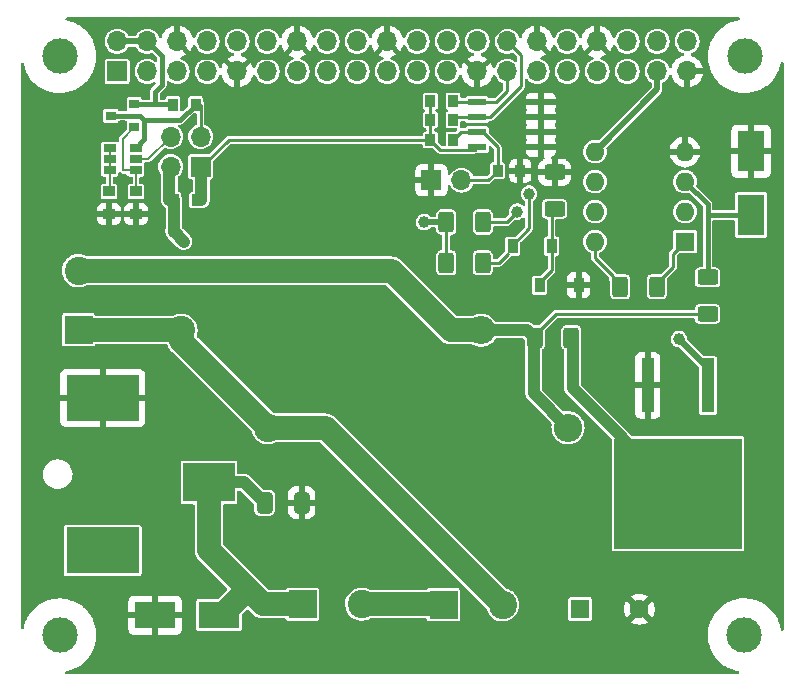
<source format=gtl>
G04 #@! TF.GenerationSoftware,KiCad,Pcbnew,6.0.4-6f826c9f35~116~ubuntu20.04.1*
G04 #@! TF.CreationDate,2022-03-24T08:40:17-04:00*
G04 #@! TF.ProjectId,rpikobhat,7270696b-6f62-4686-9174-2e6b69636164,rev?*
G04 #@! TF.SameCoordinates,Original*
G04 #@! TF.FileFunction,Copper,L1,Top*
G04 #@! TF.FilePolarity,Positive*
%FSLAX46Y46*%
G04 Gerber Fmt 4.6, Leading zero omitted, Abs format (unit mm)*
G04 Created by KiCad (PCBNEW 6.0.4-6f826c9f35~116~ubuntu20.04.1) date 2022-03-24 08:40:17*
%MOMM*%
%LPD*%
G01*
G04 APERTURE LIST*
G04 Aperture macros list*
%AMRoundRect*
0 Rectangle with rounded corners*
0 $1 Rounding radius*
0 $2 $3 $4 $5 $6 $7 $8 $9 X,Y pos of 4 corners*
0 Add a 4 corners polygon primitive as box body*
4,1,4,$2,$3,$4,$5,$6,$7,$8,$9,$2,$3,0*
0 Add four circle primitives for the rounded corners*
1,1,$1+$1,$2,$3*
1,1,$1+$1,$4,$5*
1,1,$1+$1,$6,$7*
1,1,$1+$1,$8,$9*
0 Add four rect primitives between the rounded corners*
20,1,$1+$1,$2,$3,$4,$5,0*
20,1,$1+$1,$4,$5,$6,$7,0*
20,1,$1+$1,$6,$7,$8,$9,0*
20,1,$1+$1,$8,$9,$2,$3,0*%
G04 Aperture macros list end*
G04 #@! TA.AperFunction,WasherPad*
%ADD10C,3.000000*%
G04 #@! TD*
G04 #@! TA.AperFunction,SMDPad,CuDef*
%ADD11R,0.845000X1.000000*%
G04 #@! TD*
G04 #@! TA.AperFunction,SMDPad,CuDef*
%ADD12R,1.000000X0.845000*%
G04 #@! TD*
G04 #@! TA.AperFunction,SMDPad,CuDef*
%ADD13R,1.060000X0.650000*%
G04 #@! TD*
G04 #@! TA.AperFunction,SMDPad,CuDef*
%ADD14R,0.900000X0.800000*%
G04 #@! TD*
G04 #@! TA.AperFunction,SMDPad,CuDef*
%ADD15R,1.550000X0.600000*%
G04 #@! TD*
G04 #@! TA.AperFunction,ComponentPad*
%ADD16R,1.700000X1.700000*%
G04 #@! TD*
G04 #@! TA.AperFunction,ComponentPad*
%ADD17O,1.700000X1.700000*%
G04 #@! TD*
G04 #@! TA.AperFunction,SMDPad,CuDef*
%ADD18RoundRect,0.250000X-0.400000X-0.625000X0.400000X-0.625000X0.400000X0.625000X-0.400000X0.625000X0*%
G04 #@! TD*
G04 #@! TA.AperFunction,SMDPad,CuDef*
%ADD19R,0.900000X1.200000*%
G04 #@! TD*
G04 #@! TA.AperFunction,ComponentPad*
%ADD20C,2.400000*%
G04 #@! TD*
G04 #@! TA.AperFunction,ComponentPad*
%ADD21O,2.400000X2.400000*%
G04 #@! TD*
G04 #@! TA.AperFunction,SMDPad,CuDef*
%ADD22R,4.400000X3.300000*%
G04 #@! TD*
G04 #@! TA.AperFunction,SMDPad,CuDef*
%ADD23R,6.200000X3.900000*%
G04 #@! TD*
G04 #@! TA.AperFunction,SMDPad,CuDef*
%ADD24R,1.100000X4.600000*%
G04 #@! TD*
G04 #@! TA.AperFunction,SMDPad,CuDef*
%ADD25R,10.800000X9.400000*%
G04 #@! TD*
G04 #@! TA.AperFunction,SMDPad,CuDef*
%ADD26R,2.300000X3.500000*%
G04 #@! TD*
G04 #@! TA.AperFunction,SMDPad,CuDef*
%ADD27RoundRect,0.250000X0.400000X0.625000X-0.400000X0.625000X-0.400000X-0.625000X0.400000X-0.625000X0*%
G04 #@! TD*
G04 #@! TA.AperFunction,SMDPad,CuDef*
%ADD28RoundRect,0.250000X0.625000X-0.400000X0.625000X0.400000X-0.625000X0.400000X-0.625000X-0.400000X0*%
G04 #@! TD*
G04 #@! TA.AperFunction,SMDPad,CuDef*
%ADD29RoundRect,0.250000X-0.412500X-0.650000X0.412500X-0.650000X0.412500X0.650000X-0.412500X0.650000X0*%
G04 #@! TD*
G04 #@! TA.AperFunction,ComponentPad*
%ADD30R,1.600000X1.600000*%
G04 #@! TD*
G04 #@! TA.AperFunction,ComponentPad*
%ADD31C,1.600000*%
G04 #@! TD*
G04 #@! TA.AperFunction,ComponentPad*
%ADD32O,1.600000X1.600000*%
G04 #@! TD*
G04 #@! TA.AperFunction,ComponentPad*
%ADD33R,2.400000X2.400000*%
G04 #@! TD*
G04 #@! TA.AperFunction,SMDPad,CuDef*
%ADD34R,3.500000X2.300000*%
G04 #@! TD*
G04 #@! TA.AperFunction,ViaPad*
%ADD35C,1.000000*%
G04 #@! TD*
G04 #@! TA.AperFunction,Conductor*
%ADD36C,0.250000*%
G04 #@! TD*
G04 #@! TA.AperFunction,Conductor*
%ADD37C,0.400000*%
G04 #@! TD*
G04 #@! TA.AperFunction,Conductor*
%ADD38C,0.150000*%
G04 #@! TD*
G04 #@! TA.AperFunction,Conductor*
%ADD39C,1.000000*%
G04 #@! TD*
G04 #@! TA.AperFunction,Conductor*
%ADD40C,0.500000*%
G04 #@! TD*
G04 #@! TA.AperFunction,Conductor*
%ADD41C,2.000000*%
G04 #@! TD*
G04 APERTURE END LIST*
D10*
X82040000Y-64310000D03*
X140040000Y-64330000D03*
X82040000Y-113320000D03*
X140030000Y-113310000D03*
D11*
X91637500Y-68400000D03*
X93562500Y-68400000D03*
X91737500Y-76500000D03*
X93662500Y-76500000D03*
X119137500Y-74000000D03*
X121062500Y-74000000D03*
D12*
X86233000Y-75745500D03*
X86233000Y-77670500D03*
X88519000Y-75745500D03*
X88519000Y-77670500D03*
D11*
X113437500Y-71400000D03*
X115362500Y-71400000D03*
X113437500Y-69700000D03*
X115362500Y-69700000D03*
D13*
X86276000Y-72075000D03*
X86276000Y-73025000D03*
X86276000Y-73975000D03*
X88476000Y-73975000D03*
X88476000Y-73025000D03*
X88476000Y-72075000D03*
D14*
X88376000Y-70292000D03*
X88376000Y-68392000D03*
X86376000Y-69342000D03*
D15*
X122800000Y-72005000D03*
X122800000Y-70735000D03*
X122800000Y-69465000D03*
X122800000Y-68195000D03*
X117400000Y-68195000D03*
X117400000Y-69465000D03*
X117400000Y-70735000D03*
X117400000Y-72005000D03*
D16*
X93980000Y-73660000D03*
D17*
X91440000Y-73660000D03*
X93980000Y-71120000D03*
X91440000Y-71120000D03*
D16*
X113533000Y-74803000D03*
D17*
X116073000Y-74803000D03*
D11*
X113437500Y-68100000D03*
X115362500Y-68100000D03*
D18*
X114782000Y-81788000D03*
X117882000Y-81788000D03*
D19*
X123697000Y-80391000D03*
X120397000Y-80391000D03*
D20*
X99695000Y-95758000D03*
D21*
X125095000Y-95758000D03*
D22*
X94684000Y-100395000D03*
D23*
X85684000Y-93245000D03*
X85684000Y-106145000D03*
D24*
X136925000Y-92184000D03*
D25*
X134385000Y-101334000D03*
D24*
X131845000Y-92184000D03*
D26*
X140589000Y-72357000D03*
X140589000Y-77757000D03*
D27*
X117882000Y-78359000D03*
X114782000Y-78359000D03*
D28*
X123952000Y-77242000D03*
X123952000Y-74142000D03*
D29*
X99402500Y-102108000D03*
X102527500Y-102108000D03*
D30*
X126121349Y-111125000D03*
D31*
X131121349Y-111125000D03*
D30*
X134991000Y-80000000D03*
D32*
X134991000Y-77460000D03*
X134991000Y-74920000D03*
X134991000Y-72380000D03*
X127371000Y-72380000D03*
X127371000Y-74920000D03*
X127371000Y-77460000D03*
X127371000Y-80000000D03*
D28*
X136906000Y-86132000D03*
X136906000Y-83032000D03*
D33*
X83647000Y-87463000D03*
D20*
X83647000Y-82463000D03*
X92329000Y-87503000D03*
D21*
X117729000Y-87503000D03*
D33*
X102616000Y-110698000D03*
D20*
X107616000Y-110698000D03*
D33*
X114554000Y-110744000D03*
D20*
X119554000Y-110744000D03*
D19*
X125983000Y-83693000D03*
X122683000Y-83693000D03*
X125475000Y-91567000D03*
X122175000Y-91567000D03*
D18*
X122275000Y-88138000D03*
X125375000Y-88138000D03*
D34*
X95537000Y-111633000D03*
X90137000Y-111633000D03*
D18*
X129514000Y-83820000D03*
X132614000Y-83820000D03*
D16*
X86920000Y-65590000D03*
D17*
X86920000Y-63050000D03*
X89460000Y-65590000D03*
X89460000Y-63050000D03*
X92000000Y-65590000D03*
X92000000Y-63050000D03*
X94540000Y-65590000D03*
X94540000Y-63050000D03*
X97080000Y-65590000D03*
X97080000Y-63050000D03*
X99620000Y-65590000D03*
X99620000Y-63050000D03*
X102160000Y-65590000D03*
X102160000Y-63050000D03*
X104700000Y-65590000D03*
X104700000Y-63050000D03*
X107240000Y-65590000D03*
X107240000Y-63050000D03*
X109780000Y-65590000D03*
X109780000Y-63050000D03*
X112320000Y-65590000D03*
X112320000Y-63050000D03*
X114860000Y-65590000D03*
X114860000Y-63050000D03*
X117400000Y-65590000D03*
X117400000Y-63050000D03*
X119940000Y-65590000D03*
X119940000Y-63050000D03*
X122480000Y-65590000D03*
X122480000Y-63050000D03*
X125020000Y-65590000D03*
X125020000Y-63050000D03*
X127560000Y-65590000D03*
X127560000Y-63050000D03*
X130100000Y-65590000D03*
X130100000Y-63050000D03*
X132640000Y-65590000D03*
X132640000Y-63050000D03*
X135180000Y-65590000D03*
X135180000Y-63050000D03*
D35*
X127254000Y-92202000D03*
X131572000Y-87503000D03*
X123698000Y-115316000D03*
X110871000Y-91567000D03*
X114173000Y-102362000D03*
X108204000Y-102489000D03*
X141859000Y-87757000D03*
X100711000Y-75184000D03*
X129667000Y-68072000D03*
X133604000Y-68453000D03*
X137668000Y-69342000D03*
X128651000Y-87503000D03*
X140970000Y-105791000D03*
X140970000Y-102743000D03*
X140970000Y-99822000D03*
X129667000Y-92202000D03*
X134620000Y-92075000D03*
X127762000Y-101854000D03*
X127762000Y-99568000D03*
X127762000Y-104267000D03*
X134366000Y-114681000D03*
X135509000Y-108458000D03*
X96012000Y-114935000D03*
X89027000Y-115062000D03*
X85979000Y-109855000D03*
X93091000Y-93218000D03*
X91059000Y-93218000D03*
X80391000Y-93218000D03*
X109347000Y-84328000D03*
X101219000Y-78486000D03*
X100965000Y-68199000D03*
X101092000Y-72390000D03*
X81153000Y-77089000D03*
X81153000Y-70739000D03*
X120787000Y-77460000D03*
X121793000Y-75946000D03*
X112903000Y-78359000D03*
X134493000Y-88265000D03*
X92573000Y-80000000D03*
X91694000Y-79121000D03*
D36*
X119987990Y-61341000D02*
X122428000Y-61341000D01*
X118728000Y-64262000D02*
X118728000Y-62600990D01*
X118728000Y-62600990D02*
X119987990Y-61341000D01*
D37*
X134991000Y-74920000D02*
X136906000Y-76835000D01*
X136906000Y-76835000D02*
X136906000Y-77724000D01*
X136906000Y-77724000D02*
X136939000Y-77757000D01*
X136939000Y-77757000D02*
X140589000Y-77757000D01*
X136906000Y-83032000D02*
X136906000Y-77724000D01*
D36*
X116073000Y-74803000D02*
X118334500Y-74803000D01*
X118334500Y-74803000D02*
X119137500Y-74000000D01*
X117400000Y-70735000D02*
X117875000Y-70735000D01*
X117875000Y-70735000D02*
X119137500Y-71997500D01*
X119137500Y-71997500D02*
X119137500Y-74000000D01*
D37*
X117400000Y-65590000D02*
X118728000Y-64262000D01*
X117400000Y-65590000D02*
X116150489Y-64340489D01*
X116150489Y-64340489D02*
X111070489Y-64340489D01*
X111070489Y-64340489D02*
X109780000Y-63050000D01*
X109780000Y-63050000D02*
X108489511Y-64340489D01*
X108489511Y-64340489D02*
X103450489Y-64340489D01*
X103450489Y-64340489D02*
X102160000Y-63050000D01*
X97080000Y-65590000D02*
X95830489Y-64340489D01*
X95830489Y-64340489D02*
X93290489Y-64340489D01*
X93290489Y-64340489D02*
X92000000Y-63050000D01*
X97080000Y-65590000D02*
X98329511Y-64340489D01*
X98329511Y-64340489D02*
X100869511Y-64340489D01*
X100869511Y-64340489D02*
X102160000Y-63050000D01*
D36*
X94050000Y-73730000D02*
X96380000Y-71400000D01*
X96380000Y-71400000D02*
X113437500Y-71400000D01*
X113437500Y-71400000D02*
X114262011Y-72224511D01*
X114262011Y-72224511D02*
X117180489Y-72224511D01*
X117180489Y-72224511D02*
X117400000Y-72005000D01*
X115362500Y-71400000D02*
X116027500Y-70735000D01*
X116027500Y-70735000D02*
X117400000Y-70735000D01*
X117400000Y-69465000D02*
X115597500Y-69465000D01*
X117400000Y-68195000D02*
X115457500Y-68195000D01*
X113437500Y-71400000D02*
X113437500Y-69700000D01*
X113437500Y-68100000D02*
X113437500Y-69700000D01*
X119940000Y-63050000D02*
X121114511Y-64224511D01*
X121114511Y-64224511D02*
X121114511Y-66845489D01*
X121114511Y-66845489D02*
X118495000Y-69465000D01*
X118495000Y-69465000D02*
X117400000Y-69465000D01*
X118999000Y-68199000D02*
X118995000Y-68195000D01*
X118995000Y-68195000D02*
X117400000Y-68195000D01*
X119940000Y-65590000D02*
X119940000Y-67258000D01*
X119940000Y-67258000D02*
X118999000Y-68199000D01*
D37*
X122480000Y-63050000D02*
X123692000Y-64262000D01*
X127560000Y-63050000D02*
X128772000Y-64262000D01*
X127560000Y-63050000D02*
X126365000Y-64245000D01*
D38*
X115457500Y-68195000D02*
X115362500Y-68100000D01*
X115635000Y-69565000D02*
X115500000Y-69700000D01*
X115597500Y-69465000D02*
X115362500Y-69700000D01*
X87437000Y-73975000D02*
X87376000Y-73914000D01*
X88519000Y-74018000D02*
X88476000Y-73975000D01*
X87376000Y-73914000D02*
X87376000Y-71292000D01*
X87376000Y-71292000D02*
X88376000Y-70292000D01*
X88519000Y-75745500D02*
X88519000Y-74018000D01*
X88476000Y-73975000D02*
X87437000Y-73975000D01*
X86276000Y-73975000D02*
X86276000Y-75702500D01*
X86276000Y-72075000D02*
X86276000Y-73025000D01*
X86276000Y-73025000D02*
X86276000Y-73975000D01*
X86276000Y-75702500D02*
X86233000Y-75745500D01*
D36*
X91350000Y-73750000D02*
X91440000Y-73660000D01*
D39*
X91737500Y-76500000D02*
X91737500Y-79164500D01*
D36*
X127371000Y-80000000D02*
X127371000Y-81397000D01*
X128905000Y-82931000D02*
X128905000Y-83211000D01*
D39*
X91350000Y-76500000D02*
X91350000Y-73750000D01*
D36*
X128905000Y-83211000D02*
X129514000Y-83820000D01*
X127371000Y-81397000D02*
X128905000Y-82931000D01*
D39*
X91694000Y-79121000D02*
X92573000Y-80000000D01*
D36*
X114782000Y-81788000D02*
X114782000Y-78359000D01*
D37*
X90104000Y-68392000D02*
X91629500Y-68392000D01*
D38*
X89535000Y-73025000D02*
X91440000Y-71120000D01*
D37*
X90104000Y-67312022D02*
X90709511Y-66706511D01*
X90709511Y-64299511D02*
X90709511Y-66706511D01*
X89460000Y-63050000D02*
X90709511Y-64299511D01*
D40*
X89460000Y-63050000D02*
X86920000Y-63050000D01*
D38*
X88476000Y-73025000D02*
X89535000Y-73025000D01*
D40*
X112903000Y-78359000D02*
X114782000Y-78359000D01*
D37*
X90104000Y-68392000D02*
X90104000Y-67312022D01*
X88376000Y-68392000D02*
X90104000Y-68392000D01*
D38*
X94050000Y-73730000D02*
X93980000Y-73660000D01*
D39*
X94050000Y-76500000D02*
X94050000Y-73730000D01*
D36*
X93980000Y-68430000D02*
X93950000Y-68400000D01*
D37*
X89225511Y-71325489D02*
X89225511Y-69691000D01*
X92271500Y-69691000D02*
X93562500Y-68400000D01*
X88476000Y-72075000D02*
X89225511Y-71325489D01*
X88876511Y-69342000D02*
X86376000Y-69342000D01*
X89225511Y-69691000D02*
X88876511Y-69342000D01*
D36*
X93980000Y-71120000D02*
X93980000Y-68430000D01*
D37*
X89225511Y-69691000D02*
X92271500Y-69691000D01*
D36*
X123697000Y-80391000D02*
X123697000Y-77497000D01*
X123697000Y-77497000D02*
X123952000Y-77242000D01*
X122683000Y-83438000D02*
X123698000Y-82423000D01*
X122683000Y-83693000D02*
X122683000Y-83438000D01*
X123698000Y-82423000D02*
X123697000Y-82422000D01*
X123697000Y-82422000D02*
X123697000Y-80391000D01*
X119253000Y-81788000D02*
X120015000Y-81026000D01*
X120397000Y-80391000D02*
X120397000Y-80263000D01*
X121793000Y-78867000D02*
X121793000Y-75946000D01*
X120397000Y-80263000D02*
X121793000Y-78867000D01*
X117882000Y-81788000D02*
X119253000Y-81788000D01*
D39*
X125475000Y-91567000D02*
X125475000Y-88238000D01*
X125475000Y-92424000D02*
X134385000Y-101334000D01*
X125475000Y-88238000D02*
X125375000Y-88138000D01*
X125475000Y-91567000D02*
X125475000Y-92424000D01*
D36*
X122275000Y-87910000D02*
X122275000Y-88138000D01*
D39*
X122175000Y-91567000D02*
X122175000Y-88238000D01*
X117729000Y-87503000D02*
X121640000Y-87503000D01*
X122175000Y-92838000D02*
X122175000Y-91567000D01*
X125095000Y-95758000D02*
X122175000Y-92838000D01*
D41*
X110149000Y-82463000D02*
X83647000Y-82463000D01*
D36*
X136906000Y-86132000D02*
X124053000Y-86132000D01*
D41*
X115189000Y-87503000D02*
X110149000Y-82463000D01*
D36*
X124053000Y-86132000D02*
X122275000Y-87910000D01*
D41*
X117729000Y-87503000D02*
X115189000Y-87503000D01*
D39*
X121640000Y-87503000D02*
X122275000Y-88138000D01*
X122175000Y-88238000D02*
X122275000Y-88138000D01*
D40*
X132640000Y-65590000D02*
X132640000Y-67111000D01*
X132640000Y-67111000D02*
X127371000Y-72380000D01*
D36*
X133985000Y-82169000D02*
X133985000Y-81026000D01*
X134112000Y-80879000D02*
X134991000Y-80000000D01*
X132614000Y-83820000D02*
X132614000Y-83540000D01*
X134112000Y-80899000D02*
X134112000Y-80879000D01*
X133985000Y-81026000D02*
X134112000Y-80899000D01*
X132614000Y-83540000D02*
X133985000Y-82169000D01*
D41*
X104568000Y-95758000D02*
X119554000Y-110744000D01*
X92329000Y-88392000D02*
X99695000Y-95758000D01*
X83647000Y-87463000D02*
X92289000Y-87463000D01*
X92289000Y-87463000D02*
X92329000Y-87503000D01*
X99695000Y-95758000D02*
X104568000Y-95758000D01*
X92329000Y-87503000D02*
X92329000Y-88392000D01*
X102616000Y-110698000D02*
X99268000Y-110698000D01*
D39*
X94684000Y-100395000D02*
X97689500Y-100395000D01*
D41*
X99268000Y-110698000D02*
X97980500Y-109410500D01*
X95537000Y-111633000D02*
X95758000Y-111633000D01*
D39*
X97689500Y-100395000D02*
X99402500Y-102108000D01*
D41*
X94684000Y-106114000D02*
X94684000Y-100395000D01*
X97980500Y-109410500D02*
X94684000Y-106114000D01*
X95758000Y-111633000D02*
X97980500Y-109410500D01*
X114508000Y-110698000D02*
X114554000Y-110744000D01*
X107616000Y-110698000D02*
X114508000Y-110698000D01*
D40*
X134493000Y-88265000D02*
X136925000Y-90697000D01*
D36*
X119888000Y-78359000D02*
X120777000Y-77470000D01*
D40*
X136925000Y-90697000D02*
X136925000Y-92184000D01*
D36*
X117882000Y-78359000D02*
X119888000Y-78359000D01*
G04 #@! TA.AperFunction,Conductor*
G36*
X139597518Y-61038113D02*
G01*
X139644011Y-61091769D01*
X139654115Y-61162043D01*
X139624621Y-61226623D01*
X139564895Y-61265007D01*
X139549542Y-61268490D01*
X139376639Y-61296494D01*
X139376636Y-61296495D01*
X139373164Y-61297057D01*
X139369777Y-61298003D01*
X139369771Y-61298004D01*
X139114265Y-61369343D01*
X139039241Y-61390290D01*
X138926362Y-61435896D01*
X138721055Y-61518845D01*
X138721051Y-61518847D01*
X138717791Y-61520164D01*
X138714704Y-61521833D01*
X138714700Y-61521835D01*
X138683143Y-61538898D01*
X138412822Y-61685060D01*
X138128134Y-61882923D01*
X138125492Y-61885236D01*
X138125488Y-61885239D01*
X137909712Y-62074137D01*
X137867276Y-62111287D01*
X137633499Y-62367306D01*
X137429717Y-62647787D01*
X137427975Y-62650853D01*
X137427974Y-62650855D01*
X137410554Y-62681520D01*
X137258470Y-62949237D01*
X137216786Y-63046494D01*
X137136245Y-63234411D01*
X137121893Y-63267896D01*
X137109561Y-63308742D01*
X137024527Y-63590388D01*
X137021687Y-63599793D01*
X137010848Y-63658851D01*
X136961273Y-63928965D01*
X136959102Y-63940792D01*
X136934918Y-64286642D01*
X136949436Y-64633032D01*
X136969601Y-64763293D01*
X137001650Y-64970315D01*
X137002475Y-64975646D01*
X137093375Y-65310212D01*
X137221001Y-65632560D01*
X137222647Y-65635656D01*
X137222649Y-65635660D01*
X137274142Y-65732503D01*
X137383765Y-65938673D01*
X137385750Y-65941572D01*
X137577645Y-66221829D01*
X137577650Y-66221835D01*
X137579636Y-66224736D01*
X137806173Y-66487182D01*
X137808743Y-66489562D01*
X137808747Y-66489566D01*
X137884450Y-66559667D01*
X138060553Y-66722740D01*
X138339605Y-66928475D01*
X138342642Y-66930229D01*
X138342646Y-66930231D01*
X138453451Y-66994204D01*
X138639852Y-67101823D01*
X138957550Y-67240621D01*
X138960906Y-67241660D01*
X138960909Y-67241661D01*
X139285379Y-67342102D01*
X139288739Y-67343142D01*
X139292191Y-67343800D01*
X139292197Y-67343802D01*
X139625842Y-67407448D01*
X139625847Y-67407449D01*
X139629293Y-67408106D01*
X139821195Y-67422872D01*
X139971469Y-67434435D01*
X139971470Y-67434435D01*
X139974966Y-67434704D01*
X140204159Y-67426700D01*
X140317933Y-67422727D01*
X140317937Y-67422727D01*
X140321449Y-67422604D01*
X140324928Y-67422090D01*
X140324931Y-67422090D01*
X140660932Y-67372474D01*
X140660938Y-67372473D01*
X140664424Y-67371958D01*
X140667828Y-67371059D01*
X140667831Y-67371058D01*
X140996226Y-67284293D01*
X140996227Y-67284293D01*
X140999617Y-67283397D01*
X141322848Y-67158023D01*
X141630090Y-66997401D01*
X141828890Y-66863309D01*
X141914597Y-66805499D01*
X141914599Y-66805498D01*
X141917513Y-66803532D01*
X141921317Y-66800295D01*
X142178861Y-66581107D01*
X142178862Y-66581106D01*
X142181534Y-66578832D01*
X142270555Y-66484035D01*
X142416452Y-66328671D01*
X142416456Y-66328666D01*
X142418863Y-66326103D01*
X142420968Y-66323289D01*
X142420974Y-66323282D01*
X142624432Y-66051313D01*
X142626541Y-66048494D01*
X142647076Y-66013494D01*
X142723688Y-65882910D01*
X142801980Y-65749465D01*
X142810885Y-65729465D01*
X142941562Y-65435961D01*
X142941564Y-65435956D01*
X142942994Y-65432744D01*
X143047824Y-65102278D01*
X143051784Y-65082278D01*
X143096256Y-64857679D01*
X143129108Y-64794740D01*
X143190772Y-64759555D01*
X143261671Y-64763293D01*
X143319293Y-64804768D01*
X143345345Y-64870812D01*
X143345856Y-64882152D01*
X143345856Y-112822156D01*
X143325854Y-112890277D01*
X143272198Y-112936770D01*
X143201924Y-112946874D01*
X143137344Y-112917380D01*
X143098960Y-112857654D01*
X143095621Y-112843169D01*
X143058803Y-112625488D01*
X143058802Y-112625484D01*
X143058214Y-112622007D01*
X143047104Y-112583260D01*
X142999322Y-112416625D01*
X142962652Y-112288742D01*
X142901181Y-112139603D01*
X142831875Y-111971452D01*
X142831871Y-111971444D01*
X142830537Y-111968207D01*
X142663516Y-111664397D01*
X142463670Y-111381097D01*
X142233490Y-111121839D01*
X141975846Y-110889856D01*
X141693948Y-110688037D01*
X141690885Y-110686325D01*
X141690880Y-110686322D01*
X141412281Y-110530618D01*
X141391311Y-110518898D01*
X141388066Y-110517534D01*
X141388062Y-110517532D01*
X141148759Y-110416939D01*
X141071706Y-110384549D01*
X141068343Y-110383559D01*
X141068334Y-110383556D01*
X140863222Y-110323189D01*
X140739117Y-110286663D01*
X140430181Y-110232189D01*
X140401150Y-110227070D01*
X140401148Y-110227070D01*
X140397690Y-110226460D01*
X140394181Y-110226239D01*
X140394179Y-110226239D01*
X140055198Y-110204912D01*
X140055192Y-110204912D01*
X140051680Y-110204691D01*
X139953499Y-110209493D01*
X139708906Y-110221455D01*
X139708897Y-110221456D01*
X139705399Y-110221627D01*
X139701931Y-110222189D01*
X139701928Y-110222189D01*
X139366639Y-110276494D01*
X139366636Y-110276495D01*
X139363164Y-110277057D01*
X139359777Y-110278003D01*
X139359771Y-110278004D01*
X139167967Y-110331557D01*
X139029241Y-110370290D01*
X138882223Y-110429689D01*
X138711055Y-110498845D01*
X138711051Y-110498847D01*
X138707791Y-110500164D01*
X138704704Y-110501833D01*
X138704700Y-110501835D01*
X138651467Y-110530618D01*
X138402822Y-110665060D01*
X138118134Y-110862923D01*
X138115492Y-110865236D01*
X138115488Y-110865239D01*
X138073253Y-110902213D01*
X137857276Y-111091287D01*
X137623499Y-111347306D01*
X137419717Y-111627787D01*
X137417975Y-111630853D01*
X137417974Y-111630855D01*
X137414036Y-111637787D01*
X137248470Y-111929237D01*
X137187029Y-112072591D01*
X137122782Y-112222491D01*
X137111893Y-112247896D01*
X137099561Y-112288742D01*
X137060951Y-112416625D01*
X137011687Y-112579793D01*
X136984951Y-112725468D01*
X136952807Y-112900606D01*
X136949102Y-112920792D01*
X136924918Y-113266642D01*
X136939436Y-113613032D01*
X136939974Y-113616505D01*
X136983582Y-113898198D01*
X136992475Y-113955646D01*
X136993397Y-113959038D01*
X136993397Y-113959040D01*
X136998184Y-113976660D01*
X137083375Y-114290212D01*
X137211001Y-114612560D01*
X137373765Y-114918673D01*
X137375750Y-114921572D01*
X137567645Y-115201829D01*
X137567650Y-115201835D01*
X137569636Y-115204736D01*
X137796173Y-115467182D01*
X137798743Y-115469562D01*
X137798747Y-115469566D01*
X137892383Y-115556273D01*
X138050553Y-115702740D01*
X138053375Y-115704821D01*
X138053378Y-115704823D01*
X138066942Y-115714823D01*
X138329605Y-115908475D01*
X138332642Y-115910229D01*
X138332646Y-115910231D01*
X138426293Y-115964298D01*
X138629852Y-116081823D01*
X138947550Y-116220621D01*
X138950906Y-116221660D01*
X138950909Y-116221661D01*
X139275379Y-116322102D01*
X139278739Y-116323142D01*
X139282191Y-116323800D01*
X139282197Y-116323802D01*
X139510449Y-116367343D01*
X139573615Y-116399755D01*
X139609230Y-116461172D01*
X139605987Y-116532095D01*
X139564915Y-116590005D01*
X139499055Y-116616517D01*
X139486839Y-116617111D01*
X82652322Y-116617111D01*
X82584201Y-116597109D01*
X82537708Y-116543453D01*
X82527604Y-116473179D01*
X82557098Y-116408599D01*
X82616824Y-116370215D01*
X82633916Y-116366463D01*
X82660932Y-116362474D01*
X82660938Y-116362473D01*
X82664424Y-116361958D01*
X82667828Y-116361059D01*
X82667831Y-116361058D01*
X82996226Y-116274293D01*
X82996227Y-116274293D01*
X82999617Y-116273397D01*
X83322848Y-116148023D01*
X83630090Y-115987401D01*
X83750188Y-115906394D01*
X83914597Y-115795499D01*
X83914599Y-115795498D01*
X83917513Y-115793532D01*
X84021746Y-115704823D01*
X84178861Y-115571107D01*
X84178862Y-115571106D01*
X84181534Y-115568832D01*
X84279488Y-115464522D01*
X84416452Y-115318671D01*
X84416456Y-115318666D01*
X84418863Y-115316103D01*
X84420968Y-115313289D01*
X84420974Y-115313282D01*
X84624432Y-115041313D01*
X84626541Y-115038494D01*
X84690973Y-114928673D01*
X84794409Y-114752369D01*
X84801980Y-114739465D01*
X84859934Y-114609299D01*
X84941562Y-114425961D01*
X84941564Y-114425956D01*
X84942994Y-114422744D01*
X85047824Y-114092278D01*
X85115164Y-113752186D01*
X85144174Y-113406707D01*
X85145385Y-113320000D01*
X85143671Y-113289328D01*
X85128671Y-113021054D01*
X85126032Y-112973846D01*
X85124532Y-112964974D01*
X85101308Y-112827669D01*
X87879001Y-112827669D01*
X87879371Y-112834490D01*
X87884895Y-112885352D01*
X87888521Y-112900604D01*
X87933676Y-113021054D01*
X87942214Y-113036649D01*
X88018715Y-113138724D01*
X88031276Y-113151285D01*
X88133351Y-113227786D01*
X88148946Y-113236324D01*
X88269394Y-113281478D01*
X88284649Y-113285105D01*
X88335514Y-113290631D01*
X88342328Y-113291000D01*
X89864885Y-113291000D01*
X89880124Y-113286525D01*
X89881329Y-113285135D01*
X89883000Y-113277452D01*
X89883000Y-113272884D01*
X90391000Y-113272884D01*
X90395475Y-113288123D01*
X90396865Y-113289328D01*
X90404548Y-113290999D01*
X91931669Y-113290999D01*
X91938490Y-113290629D01*
X91989352Y-113285105D01*
X92004604Y-113281479D01*
X92125054Y-113236324D01*
X92140649Y-113227786D01*
X92242724Y-113151285D01*
X92255285Y-113138724D01*
X92331786Y-113036649D01*
X92340324Y-113021054D01*
X92385478Y-112900606D01*
X92389105Y-112885351D01*
X92394631Y-112834486D01*
X92395000Y-112827672D01*
X92395000Y-111905115D01*
X92390525Y-111889876D01*
X92389135Y-111888671D01*
X92381452Y-111887000D01*
X90409115Y-111887000D01*
X90393876Y-111891475D01*
X90392671Y-111892865D01*
X90391000Y-111900548D01*
X90391000Y-113272884D01*
X89883000Y-113272884D01*
X89883000Y-111905115D01*
X89878525Y-111889876D01*
X89877135Y-111888671D01*
X89869452Y-111887000D01*
X87897116Y-111887000D01*
X87881877Y-111891475D01*
X87880672Y-111892865D01*
X87879001Y-111900548D01*
X87879001Y-112827669D01*
X85101308Y-112827669D01*
X85068803Y-112635488D01*
X85068802Y-112635484D01*
X85068214Y-112632007D01*
X85064375Y-112618617D01*
X84973621Y-112302122D01*
X84972652Y-112298742D01*
X84891500Y-112101853D01*
X84841875Y-111981452D01*
X84841871Y-111981444D01*
X84840537Y-111978207D01*
X84673516Y-111674397D01*
X84473670Y-111391097D01*
X84446847Y-111360885D01*
X87879000Y-111360885D01*
X87883475Y-111376124D01*
X87884865Y-111377329D01*
X87892548Y-111379000D01*
X89864885Y-111379000D01*
X89880124Y-111374525D01*
X89881329Y-111373135D01*
X89883000Y-111365452D01*
X89883000Y-111360885D01*
X90391000Y-111360885D01*
X90395475Y-111376124D01*
X90396865Y-111377329D01*
X90404548Y-111379000D01*
X92376884Y-111379000D01*
X92392123Y-111374525D01*
X92393328Y-111373135D01*
X92394999Y-111365452D01*
X92394999Y-110438331D01*
X92394629Y-110431510D01*
X92389105Y-110380648D01*
X92385479Y-110365396D01*
X92340324Y-110244946D01*
X92331786Y-110229351D01*
X92255285Y-110127276D01*
X92242724Y-110114715D01*
X92140649Y-110038214D01*
X92125054Y-110029676D01*
X92004606Y-109984522D01*
X91989351Y-109980895D01*
X91938486Y-109975369D01*
X91931672Y-109975000D01*
X90409115Y-109975000D01*
X90393876Y-109979475D01*
X90392671Y-109980865D01*
X90391000Y-109988548D01*
X90391000Y-111360885D01*
X89883000Y-111360885D01*
X89883000Y-109993116D01*
X89878525Y-109977877D01*
X89877135Y-109976672D01*
X89869452Y-109975001D01*
X88342331Y-109975001D01*
X88335510Y-109975371D01*
X88284648Y-109980895D01*
X88269396Y-109984521D01*
X88148946Y-110029676D01*
X88133351Y-110038214D01*
X88031276Y-110114715D01*
X88018715Y-110127276D01*
X87942214Y-110229351D01*
X87933676Y-110244946D01*
X87888522Y-110365394D01*
X87884895Y-110380649D01*
X87879369Y-110431514D01*
X87879000Y-110438328D01*
X87879000Y-111360885D01*
X84446847Y-111360885D01*
X84243490Y-111131839D01*
X84136879Y-111035846D01*
X83988464Y-110902213D01*
X83988461Y-110902211D01*
X83985846Y-110899856D01*
X83703948Y-110698037D01*
X83700885Y-110696325D01*
X83700880Y-110696322D01*
X83545878Y-110609694D01*
X83401311Y-110528898D01*
X83398066Y-110527534D01*
X83398062Y-110527532D01*
X83185860Y-110438331D01*
X83081706Y-110394549D01*
X83078343Y-110393559D01*
X83078334Y-110393556D01*
X82867677Y-110331557D01*
X82749117Y-110296663D01*
X82455816Y-110244946D01*
X82411150Y-110237070D01*
X82411148Y-110237070D01*
X82407690Y-110236460D01*
X82404181Y-110236239D01*
X82404179Y-110236239D01*
X82065198Y-110214912D01*
X82065192Y-110214912D01*
X82061680Y-110214691D01*
X81963499Y-110219493D01*
X81718906Y-110231455D01*
X81718897Y-110231456D01*
X81715399Y-110231627D01*
X81711931Y-110232189D01*
X81711928Y-110232189D01*
X81376639Y-110286494D01*
X81376636Y-110286495D01*
X81373164Y-110287057D01*
X81369777Y-110288003D01*
X81369771Y-110288004D01*
X81189102Y-110338448D01*
X81039241Y-110380290D01*
X80916974Y-110429689D01*
X80721055Y-110508845D01*
X80721051Y-110508847D01*
X80717791Y-110510164D01*
X80714704Y-110511833D01*
X80714700Y-110511835D01*
X80683143Y-110528898D01*
X80412822Y-110675060D01*
X80128134Y-110872923D01*
X80125492Y-110875236D01*
X80125488Y-110875239D01*
X80094676Y-110902213D01*
X79867276Y-111101287D01*
X79633499Y-111357306D01*
X79429717Y-111637787D01*
X79427975Y-111640853D01*
X79427974Y-111640855D01*
X79371824Y-111739698D01*
X79258470Y-111939237D01*
X79201315Y-112072591D01*
X79137068Y-112222491D01*
X79121893Y-112257896D01*
X79021687Y-112589793D01*
X78998558Y-112715814D01*
X78996786Y-112725468D01*
X78964815Y-112788859D01*
X78903648Y-112824902D01*
X78832705Y-112822155D01*
X78774509Y-112781488D01*
X78747538Y-112715814D01*
X78746856Y-112702723D01*
X78746856Y-108114748D01*
X82383500Y-108114748D01*
X82395133Y-108173231D01*
X82439448Y-108239552D01*
X82505769Y-108283867D01*
X82517938Y-108286288D01*
X82517939Y-108286288D01*
X82558184Y-108294293D01*
X82564252Y-108295500D01*
X88803748Y-108295500D01*
X88809816Y-108294293D01*
X88850061Y-108286288D01*
X88850062Y-108286288D01*
X88862231Y-108283867D01*
X88928552Y-108239552D01*
X88972867Y-108173231D01*
X88984500Y-108114748D01*
X88984500Y-104175252D01*
X88972867Y-104116769D01*
X88928552Y-104050448D01*
X88862231Y-104006133D01*
X88850062Y-104003712D01*
X88850061Y-104003712D01*
X88809816Y-103995707D01*
X88803748Y-103994500D01*
X82564252Y-103994500D01*
X82558184Y-103995707D01*
X82517939Y-104003712D01*
X82517938Y-104003712D01*
X82505769Y-104006133D01*
X82439448Y-104050448D01*
X82395133Y-104116769D01*
X82383500Y-104175252D01*
X82383500Y-108114748D01*
X78746856Y-108114748D01*
X78746856Y-102064748D01*
X92283500Y-102064748D01*
X92295133Y-102123231D01*
X92339448Y-102189552D01*
X92405769Y-102233867D01*
X92417938Y-102236288D01*
X92417939Y-102236288D01*
X92458184Y-102244293D01*
X92464252Y-102245500D01*
X93357500Y-102245500D01*
X93425621Y-102265502D01*
X93472114Y-102319158D01*
X93483500Y-102371500D01*
X93483500Y-106069271D01*
X93483230Y-106077512D01*
X93478770Y-106145560D01*
X93488207Y-106225288D01*
X93489699Y-106237895D01*
X93490040Y-106241149D01*
X93498546Y-106333711D01*
X93500116Y-106339278D01*
X93500117Y-106339282D01*
X93500152Y-106339406D01*
X93504008Y-106358789D01*
X93504704Y-106364667D01*
X93506416Y-106370179D01*
X93532272Y-106453451D01*
X93533186Y-106456535D01*
X93558435Y-106546064D01*
X93560988Y-106551241D01*
X93560992Y-106551251D01*
X93561054Y-106551376D01*
X93568379Y-106569737D01*
X93570131Y-106575379D01*
X93572821Y-106580491D01*
X93613403Y-106657625D01*
X93614896Y-106660556D01*
X93656020Y-106743947D01*
X93659564Y-106748693D01*
X93670108Y-106765405D01*
X93672863Y-106770641D01*
X93676440Y-106775178D01*
X93730417Y-106843648D01*
X93732413Y-106846250D01*
X93788033Y-106920733D01*
X93851518Y-106979418D01*
X93855084Y-106982848D01*
X95055784Y-108183547D01*
X96193642Y-109321405D01*
X96227667Y-109383717D01*
X96222603Y-109454532D01*
X96193642Y-109499595D01*
X95447642Y-110245595D01*
X95385330Y-110279621D01*
X95358547Y-110282500D01*
X93767252Y-110282500D01*
X93761184Y-110283707D01*
X93720939Y-110291712D01*
X93720938Y-110291712D01*
X93708769Y-110294133D01*
X93698453Y-110301026D01*
X93682869Y-110311439D01*
X93642448Y-110338448D01*
X93598133Y-110404769D01*
X93586500Y-110463252D01*
X93586500Y-112802748D01*
X93598133Y-112861231D01*
X93642448Y-112927552D01*
X93708769Y-112971867D01*
X93720938Y-112974288D01*
X93720939Y-112974288D01*
X93761184Y-112982293D01*
X93767252Y-112983500D01*
X97306748Y-112983500D01*
X97312816Y-112982293D01*
X97353061Y-112974288D01*
X97353062Y-112974288D01*
X97365231Y-112971867D01*
X97431552Y-112927552D01*
X97475867Y-112861231D01*
X97487500Y-112802748D01*
X97487500Y-112211062D01*
X130399842Y-112211062D01*
X130409138Y-112223077D01*
X130460343Y-112258931D01*
X130469838Y-112264414D01*
X130667296Y-112356490D01*
X130677588Y-112360236D01*
X130888037Y-112416625D01*
X130898830Y-112418528D01*
X131115874Y-112437517D01*
X131126824Y-112437517D01*
X131343868Y-112418528D01*
X131354661Y-112416625D01*
X131565110Y-112360236D01*
X131575402Y-112356490D01*
X131772860Y-112264414D01*
X131782355Y-112258931D01*
X131834397Y-112222491D01*
X131842773Y-112212012D01*
X131835705Y-112198566D01*
X131134161Y-111497022D01*
X131120217Y-111489408D01*
X131118384Y-111489539D01*
X131111769Y-111493790D01*
X130406272Y-112199287D01*
X130399842Y-112211062D01*
X97487500Y-112211062D01*
X97487500Y-111653454D01*
X97507502Y-111585333D01*
X97524405Y-111564359D01*
X97891405Y-111197359D01*
X97953717Y-111163333D01*
X98024532Y-111168398D01*
X98069595Y-111197359D01*
X98387481Y-111515245D01*
X98393117Y-111521262D01*
X98430913Y-111564359D01*
X98438090Y-111572543D01*
X98442625Y-111576118D01*
X98442627Y-111576120D01*
X98511114Y-111630111D01*
X98513676Y-111632186D01*
X98560971Y-111671520D01*
X98585117Y-111691602D01*
X98590161Y-111694427D01*
X98590287Y-111694498D01*
X98606709Y-111705471D01*
X98606824Y-111705562D01*
X98606829Y-111705565D01*
X98611360Y-111709137D01*
X98616473Y-111711827D01*
X98693617Y-111752415D01*
X98696498Y-111753979D01*
X98736732Y-111776511D01*
X98753687Y-111786006D01*
X98777621Y-111799410D01*
X98783220Y-111801310D01*
X98801387Y-111809116D01*
X98801465Y-111809157D01*
X98806620Y-111811869D01*
X98824314Y-111817363D01*
X98895384Y-111839431D01*
X98898520Y-111840450D01*
X98981079Y-111868475D01*
X98981084Y-111868476D01*
X98986548Y-111870331D01*
X98992416Y-111871182D01*
X99011670Y-111875539D01*
X99011817Y-111875585D01*
X99011823Y-111875586D01*
X99017333Y-111877297D01*
X99023061Y-111877975D01*
X99023066Y-111877976D01*
X99096806Y-111886703D01*
X99109656Y-111888224D01*
X99112915Y-111888653D01*
X99113039Y-111888671D01*
X99199189Y-111901163D01*
X99199193Y-111901163D01*
X99204902Y-111901991D01*
X99291286Y-111898597D01*
X99296233Y-111898500D01*
X101113366Y-111898500D01*
X101181487Y-111918502D01*
X101226321Y-111972150D01*
X101227133Y-111976231D01*
X101271448Y-112042552D01*
X101337769Y-112086867D01*
X101349938Y-112089288D01*
X101349939Y-112089288D01*
X101380883Y-112095443D01*
X101396252Y-112098500D01*
X103835748Y-112098500D01*
X103851117Y-112095443D01*
X103882061Y-112089288D01*
X103882062Y-112089288D01*
X103894231Y-112086867D01*
X103960552Y-112042552D01*
X104004867Y-111976231D01*
X104009923Y-111950816D01*
X104015293Y-111923816D01*
X104016500Y-111917748D01*
X104016500Y-110663665D01*
X106211119Y-110663665D01*
X106211416Y-110668817D01*
X106211416Y-110668821D01*
X106211776Y-110675060D01*
X106224376Y-110893580D01*
X106225513Y-110898626D01*
X106225514Y-110898632D01*
X106256437Y-111035846D01*
X106275006Y-111118242D01*
X106276948Y-111123024D01*
X106276949Y-111123028D01*
X106295372Y-111168398D01*
X106361649Y-111331618D01*
X106481979Y-111527978D01*
X106632763Y-111702048D01*
X106809953Y-111849154D01*
X107008790Y-111965345D01*
X107013615Y-111967187D01*
X107013616Y-111967188D01*
X107026631Y-111972158D01*
X107223934Y-112047501D01*
X107229000Y-112048532D01*
X107229001Y-112048532D01*
X107281629Y-112059239D01*
X107449607Y-112093414D01*
X107579352Y-112098172D01*
X107674585Y-112101664D01*
X107674589Y-112101664D01*
X107679749Y-112101853D01*
X107684869Y-112101197D01*
X107684871Y-112101197D01*
X107759350Y-112091656D01*
X107908178Y-112072591D01*
X107913126Y-112071106D01*
X107913133Y-112071105D01*
X108112322Y-112011345D01*
X108128761Y-112006413D01*
X108322811Y-111911349D01*
X108378242Y-111898500D01*
X113037116Y-111898500D01*
X113105237Y-111918502D01*
X113151730Y-111972158D01*
X113160695Y-111999918D01*
X113165133Y-112022231D01*
X113209448Y-112088552D01*
X113275769Y-112132867D01*
X113287938Y-112135288D01*
X113287939Y-112135288D01*
X113309633Y-112139603D01*
X113334252Y-112144500D01*
X115773748Y-112144500D01*
X115798367Y-112139603D01*
X115820061Y-112135288D01*
X115820062Y-112135288D01*
X115832231Y-112132867D01*
X115898552Y-112088552D01*
X115942867Y-112022231D01*
X115946014Y-112006413D01*
X115953293Y-111969816D01*
X115954500Y-111963748D01*
X115954500Y-109524252D01*
X115950960Y-109506455D01*
X115945288Y-109477939D01*
X115945288Y-109477938D01*
X115942867Y-109465769D01*
X115898552Y-109399448D01*
X115832231Y-109355133D01*
X115820062Y-109352712D01*
X115820061Y-109352712D01*
X115779816Y-109344707D01*
X115773748Y-109343500D01*
X113334252Y-109343500D01*
X113328184Y-109344707D01*
X113287939Y-109352712D01*
X113287938Y-109352712D01*
X113275769Y-109355133D01*
X113209448Y-109399448D01*
X113202557Y-109409761D01*
X113202554Y-109409764D01*
X113181346Y-109441503D01*
X113126869Y-109487030D01*
X113076582Y-109497500D01*
X108371811Y-109497500D01*
X108310917Y-109481808D01*
X108303908Y-109477939D01*
X108192065Y-109416198D01*
X108074774Y-109374663D01*
X107979853Y-109341049D01*
X107979849Y-109341048D01*
X107974978Y-109339323D01*
X107969885Y-109338416D01*
X107969882Y-109338415D01*
X107844188Y-109316026D01*
X107748250Y-109298937D01*
X107661802Y-109297881D01*
X107523141Y-109296186D01*
X107523139Y-109296186D01*
X107517971Y-109296123D01*
X107290325Y-109330958D01*
X107071424Y-109402506D01*
X107045122Y-109416198D01*
X106888943Y-109497500D01*
X106867149Y-109508845D01*
X106682984Y-109647119D01*
X106523877Y-109813616D01*
X106394099Y-110003863D01*
X106391923Y-110008552D01*
X106391919Y-110008558D01*
X106300798Y-110204863D01*
X106297136Y-110212752D01*
X106235592Y-110434673D01*
X106235043Y-110439810D01*
X106226591Y-110518898D01*
X106211119Y-110663665D01*
X104016500Y-110663665D01*
X104016500Y-109478252D01*
X104004867Y-109419769D01*
X103960552Y-109353448D01*
X103894231Y-109309133D01*
X103882062Y-109306712D01*
X103882061Y-109306712D01*
X103841816Y-109298707D01*
X103835748Y-109297500D01*
X101396252Y-109297500D01*
X101390184Y-109298707D01*
X101349939Y-109306712D01*
X101349938Y-109306712D01*
X101337769Y-109309133D01*
X101271448Y-109353448D01*
X101227133Y-109419769D01*
X101226281Y-109424054D01*
X101185229Y-109474998D01*
X101113366Y-109497500D01*
X99817455Y-109497500D01*
X99749334Y-109477498D01*
X99728360Y-109460596D01*
X98879960Y-108612197D01*
X98879957Y-108612193D01*
X98840074Y-108572310D01*
X98838992Y-108571214D01*
X98767533Y-108497860D01*
X98767534Y-108497860D01*
X98763502Y-108493722D01*
X98758783Y-108490387D01*
X98758211Y-108489899D01*
X98750942Y-108483179D01*
X95921405Y-105653642D01*
X95887379Y-105591330D01*
X95884500Y-105564547D01*
X95884500Y-102371500D01*
X95904502Y-102303379D01*
X95958158Y-102256886D01*
X96010500Y-102245500D01*
X96903748Y-102245500D01*
X96909816Y-102244293D01*
X96950061Y-102236288D01*
X96950062Y-102236288D01*
X96962231Y-102233867D01*
X97028552Y-102189552D01*
X97072867Y-102123231D01*
X97084500Y-102064748D01*
X97084500Y-101221500D01*
X97104502Y-101153379D01*
X97158158Y-101106886D01*
X97210500Y-101095500D01*
X97347154Y-101095500D01*
X97415275Y-101115502D01*
X97436249Y-101132405D01*
X98502595Y-102198752D01*
X98536621Y-102261064D01*
X98539500Y-102287847D01*
X98539500Y-102811834D01*
X98542481Y-102843369D01*
X98587366Y-102971184D01*
X98592958Y-102978754D01*
X98592959Y-102978757D01*
X98655335Y-103063206D01*
X98667850Y-103080150D01*
X98675421Y-103085742D01*
X98769243Y-103155041D01*
X98769246Y-103155042D01*
X98776816Y-103160634D01*
X98904631Y-103205519D01*
X98912277Y-103206242D01*
X98912278Y-103206242D01*
X98918248Y-103206806D01*
X98936166Y-103208500D01*
X99868834Y-103208500D01*
X99886752Y-103206806D01*
X99892722Y-103206242D01*
X99892723Y-103206242D01*
X99900369Y-103205519D01*
X100028184Y-103160634D01*
X100035754Y-103155042D01*
X100035757Y-103155041D01*
X100129579Y-103085742D01*
X100137150Y-103080150D01*
X100149665Y-103063206D01*
X100212041Y-102978757D01*
X100212042Y-102978754D01*
X100217634Y-102971184D01*
X100262519Y-102843369D01*
X100265500Y-102811834D01*
X100265500Y-102805095D01*
X101357001Y-102805095D01*
X101357338Y-102811614D01*
X101367257Y-102907206D01*
X101370149Y-102920600D01*
X101421588Y-103074784D01*
X101427761Y-103087962D01*
X101513063Y-103225807D01*
X101522099Y-103237208D01*
X101636829Y-103351739D01*
X101648240Y-103360751D01*
X101786243Y-103445816D01*
X101799424Y-103451963D01*
X101953710Y-103503138D01*
X101967086Y-103506005D01*
X102061438Y-103515672D01*
X102067854Y-103516000D01*
X102255385Y-103516000D01*
X102270624Y-103511525D01*
X102271829Y-103510135D01*
X102273500Y-103502452D01*
X102273500Y-103497884D01*
X102781500Y-103497884D01*
X102785975Y-103513123D01*
X102787365Y-103514328D01*
X102795048Y-103515999D01*
X102987095Y-103515999D01*
X102993614Y-103515662D01*
X103089206Y-103505743D01*
X103102600Y-103502851D01*
X103256784Y-103451412D01*
X103269962Y-103445239D01*
X103407807Y-103359937D01*
X103419208Y-103350901D01*
X103533739Y-103236171D01*
X103542751Y-103224760D01*
X103627816Y-103086757D01*
X103633963Y-103073576D01*
X103685138Y-102919290D01*
X103688005Y-102905914D01*
X103697672Y-102811562D01*
X103698000Y-102805146D01*
X103698000Y-102380115D01*
X103693525Y-102364876D01*
X103692135Y-102363671D01*
X103684452Y-102362000D01*
X102799615Y-102362000D01*
X102784376Y-102366475D01*
X102783171Y-102367865D01*
X102781500Y-102375548D01*
X102781500Y-103497884D01*
X102273500Y-103497884D01*
X102273500Y-102380115D01*
X102269025Y-102364876D01*
X102267635Y-102363671D01*
X102259952Y-102362000D01*
X101375116Y-102362000D01*
X101359877Y-102366475D01*
X101358672Y-102367865D01*
X101357001Y-102375548D01*
X101357001Y-102805095D01*
X100265500Y-102805095D01*
X100265500Y-101835885D01*
X101357000Y-101835885D01*
X101361475Y-101851124D01*
X101362865Y-101852329D01*
X101370548Y-101854000D01*
X102255385Y-101854000D01*
X102270624Y-101849525D01*
X102271829Y-101848135D01*
X102273500Y-101840452D01*
X102273500Y-101835885D01*
X102781500Y-101835885D01*
X102785975Y-101851124D01*
X102787365Y-101852329D01*
X102795048Y-101854000D01*
X103679884Y-101854000D01*
X103695123Y-101849525D01*
X103696328Y-101848135D01*
X103697999Y-101840452D01*
X103697999Y-101410905D01*
X103697662Y-101404386D01*
X103687743Y-101308794D01*
X103684851Y-101295400D01*
X103633412Y-101141216D01*
X103627239Y-101128038D01*
X103541937Y-100990193D01*
X103532901Y-100978792D01*
X103418171Y-100864261D01*
X103406760Y-100855249D01*
X103268757Y-100770184D01*
X103255576Y-100764037D01*
X103101290Y-100712862D01*
X103087914Y-100709995D01*
X102993562Y-100700328D01*
X102987145Y-100700000D01*
X102799615Y-100700000D01*
X102784376Y-100704475D01*
X102783171Y-100705865D01*
X102781500Y-100713548D01*
X102781500Y-101835885D01*
X102273500Y-101835885D01*
X102273500Y-100718116D01*
X102269025Y-100702877D01*
X102267635Y-100701672D01*
X102259952Y-100700001D01*
X102067905Y-100700001D01*
X102061386Y-100700338D01*
X101965794Y-100710257D01*
X101952400Y-100713149D01*
X101798216Y-100764588D01*
X101785038Y-100770761D01*
X101647193Y-100856063D01*
X101635792Y-100865099D01*
X101521261Y-100979829D01*
X101512249Y-100991240D01*
X101427184Y-101129243D01*
X101421037Y-101142424D01*
X101369862Y-101296710D01*
X101366995Y-101310086D01*
X101357328Y-101404438D01*
X101357000Y-101410855D01*
X101357000Y-101835885D01*
X100265500Y-101835885D01*
X100265500Y-101404166D01*
X100262519Y-101372631D01*
X100217634Y-101244816D01*
X100212042Y-101237246D01*
X100212041Y-101237243D01*
X100142742Y-101143421D01*
X100137150Y-101135850D01*
X100082521Y-101095500D01*
X100035757Y-101060959D01*
X100035754Y-101060958D01*
X100028184Y-101055366D01*
X99900369Y-101010481D01*
X99892723Y-101009758D01*
X99892722Y-101009758D01*
X99886752Y-101009194D01*
X99868834Y-101007500D01*
X99344846Y-101007500D01*
X99276725Y-100987498D01*
X99255751Y-100970595D01*
X98205083Y-99919926D01*
X98199229Y-99913660D01*
X98166665Y-99876331D01*
X98161669Y-99870604D01*
X98110027Y-99834310D01*
X98104742Y-99830384D01*
X98061024Y-99796105D01*
X98061020Y-99796103D01*
X98055043Y-99791416D01*
X98048120Y-99788290D01*
X98045172Y-99786505D01*
X98032212Y-99779113D01*
X98029166Y-99777480D01*
X98022953Y-99773113D01*
X97964133Y-99750180D01*
X97958054Y-99747624D01*
X97900516Y-99721645D01*
X97893045Y-99720260D01*
X97889777Y-99719236D01*
X97875336Y-99715123D01*
X97872063Y-99714283D01*
X97864987Y-99711524D01*
X97820317Y-99705644D01*
X97802394Y-99703284D01*
X97795877Y-99702252D01*
X97741275Y-99692132D01*
X97733808Y-99690748D01*
X97726228Y-99691185D01*
X97726227Y-99691185D01*
X97672356Y-99694291D01*
X97665104Y-99694500D01*
X97210500Y-99694500D01*
X97142379Y-99674498D01*
X97095886Y-99620842D01*
X97084500Y-99568500D01*
X97084500Y-98725252D01*
X97079216Y-98698687D01*
X97075288Y-98678939D01*
X97075288Y-98678938D01*
X97072867Y-98666769D01*
X97028552Y-98600448D01*
X96962231Y-98556133D01*
X96950062Y-98553712D01*
X96950061Y-98553712D01*
X96909816Y-98545707D01*
X96903748Y-98544500D01*
X92464252Y-98544500D01*
X92458184Y-98545707D01*
X92417939Y-98553712D01*
X92417938Y-98553712D01*
X92405769Y-98556133D01*
X92339448Y-98600448D01*
X92295133Y-98666769D01*
X92292712Y-98678938D01*
X92292712Y-98678939D01*
X92288784Y-98698687D01*
X92283500Y-98725252D01*
X92283500Y-102064748D01*
X78746856Y-102064748D01*
X78746856Y-99734438D01*
X80629066Y-99734438D01*
X80655883Y-99956044D01*
X80721519Y-100169400D01*
X80823901Y-100367759D01*
X80827310Y-100372201D01*
X80827312Y-100372205D01*
X80913975Y-100485146D01*
X80959790Y-100544854D01*
X81124893Y-100695086D01*
X81313990Y-100813707D01*
X81521105Y-100896966D01*
X81526593Y-100898103D01*
X81526598Y-100898104D01*
X81676896Y-100929229D01*
X81739690Y-100942233D01*
X81744303Y-100942499D01*
X81794526Y-100945395D01*
X81794530Y-100945395D01*
X81796349Y-100945500D01*
X81940630Y-100945500D01*
X81943417Y-100945251D01*
X81943423Y-100945251D01*
X82012997Y-100939041D01*
X82106339Y-100930711D01*
X82111753Y-100929230D01*
X82111758Y-100929229D01*
X82239104Y-100894390D01*
X82321651Y-100871808D01*
X82326709Y-100869396D01*
X82326713Y-100869394D01*
X82443462Y-100813707D01*
X82523129Y-100775708D01*
X82704405Y-100645448D01*
X82859749Y-100485146D01*
X82984250Y-100299868D01*
X83073974Y-100095471D01*
X83075282Y-100090023D01*
X83075284Y-100090017D01*
X83124775Y-99883872D01*
X83124775Y-99883871D01*
X83126085Y-99878415D01*
X83132156Y-99773113D01*
X83138611Y-99661169D01*
X83138611Y-99661166D01*
X83138934Y-99655562D01*
X83112117Y-99433956D01*
X83046481Y-99220600D01*
X82944099Y-99022241D01*
X82940690Y-99017799D01*
X82940688Y-99017795D01*
X82811620Y-98849590D01*
X82808210Y-98845146D01*
X82643107Y-98694914D01*
X82454010Y-98576293D01*
X82246895Y-98493034D01*
X82241407Y-98491897D01*
X82241402Y-98491896D01*
X82076845Y-98457818D01*
X82028310Y-98447767D01*
X82023697Y-98447501D01*
X81973474Y-98444605D01*
X81973470Y-98444605D01*
X81971651Y-98444500D01*
X81827370Y-98444500D01*
X81824583Y-98444749D01*
X81824577Y-98444749D01*
X81755003Y-98450959D01*
X81661661Y-98459289D01*
X81656247Y-98460770D01*
X81656242Y-98460771D01*
X81542470Y-98491896D01*
X81446349Y-98518192D01*
X81441291Y-98520604D01*
X81441287Y-98520606D01*
X81366804Y-98556133D01*
X81244871Y-98614292D01*
X81063595Y-98744552D01*
X80908251Y-98904854D01*
X80783750Y-99090132D01*
X80694026Y-99294529D01*
X80692718Y-99299977D01*
X80692716Y-99299983D01*
X80643225Y-99506128D01*
X80641915Y-99511585D01*
X80637059Y-99595803D01*
X80629804Y-99721645D01*
X80629066Y-99734438D01*
X78746856Y-99734438D01*
X78746856Y-95239669D01*
X82076001Y-95239669D01*
X82076371Y-95246490D01*
X82081895Y-95297352D01*
X82085521Y-95312604D01*
X82130676Y-95433054D01*
X82139214Y-95448649D01*
X82215715Y-95550724D01*
X82228276Y-95563285D01*
X82330351Y-95639786D01*
X82345946Y-95648324D01*
X82466394Y-95693478D01*
X82481649Y-95697105D01*
X82532514Y-95702631D01*
X82539328Y-95703000D01*
X85411885Y-95703000D01*
X85427124Y-95698525D01*
X85428329Y-95697135D01*
X85430000Y-95689452D01*
X85430000Y-95684884D01*
X85938000Y-95684884D01*
X85942475Y-95700123D01*
X85943865Y-95701328D01*
X85951548Y-95702999D01*
X88828669Y-95702999D01*
X88835490Y-95702629D01*
X88886352Y-95697105D01*
X88901604Y-95693479D01*
X89022054Y-95648324D01*
X89037649Y-95639786D01*
X89139724Y-95563285D01*
X89152285Y-95550724D01*
X89228786Y-95448649D01*
X89237324Y-95433054D01*
X89282478Y-95312606D01*
X89286105Y-95297351D01*
X89291631Y-95246486D01*
X89292000Y-95239672D01*
X89292000Y-93517115D01*
X89287525Y-93501876D01*
X89286135Y-93500671D01*
X89278452Y-93499000D01*
X85956115Y-93499000D01*
X85940876Y-93503475D01*
X85939671Y-93504865D01*
X85938000Y-93512548D01*
X85938000Y-95684884D01*
X85430000Y-95684884D01*
X85430000Y-93517115D01*
X85425525Y-93501876D01*
X85424135Y-93500671D01*
X85416452Y-93499000D01*
X82094116Y-93499000D01*
X82078877Y-93503475D01*
X82077672Y-93504865D01*
X82076001Y-93512548D01*
X82076001Y-95239669D01*
X78746856Y-95239669D01*
X78746856Y-92972885D01*
X82076000Y-92972885D01*
X82080475Y-92988124D01*
X82081865Y-92989329D01*
X82089548Y-92991000D01*
X85411885Y-92991000D01*
X85427124Y-92986525D01*
X85428329Y-92985135D01*
X85430000Y-92977452D01*
X85430000Y-92972885D01*
X85938000Y-92972885D01*
X85942475Y-92988124D01*
X85943865Y-92989329D01*
X85951548Y-92991000D01*
X89273884Y-92991000D01*
X89289123Y-92986525D01*
X89290328Y-92985135D01*
X89291999Y-92977452D01*
X89291999Y-91250331D01*
X89291629Y-91243510D01*
X89286105Y-91192648D01*
X89282479Y-91177396D01*
X89237324Y-91056946D01*
X89228786Y-91041351D01*
X89152285Y-90939276D01*
X89139724Y-90926715D01*
X89037649Y-90850214D01*
X89022054Y-90841676D01*
X88901606Y-90796522D01*
X88886351Y-90792895D01*
X88835486Y-90787369D01*
X88828672Y-90787000D01*
X85956115Y-90787000D01*
X85940876Y-90791475D01*
X85939671Y-90792865D01*
X85938000Y-90800548D01*
X85938000Y-92972885D01*
X85430000Y-92972885D01*
X85430000Y-90805116D01*
X85425525Y-90789877D01*
X85424135Y-90788672D01*
X85416452Y-90787001D01*
X82539331Y-90787001D01*
X82532510Y-90787371D01*
X82481648Y-90792895D01*
X82466396Y-90796521D01*
X82345946Y-90841676D01*
X82330351Y-90850214D01*
X82228276Y-90926715D01*
X82215715Y-90939276D01*
X82139214Y-91041351D01*
X82130676Y-91056946D01*
X82085522Y-91177394D01*
X82081895Y-91192649D01*
X82076369Y-91243514D01*
X82076000Y-91250328D01*
X82076000Y-92972885D01*
X78746856Y-92972885D01*
X78746856Y-88682748D01*
X82246500Y-88682748D01*
X82247707Y-88688816D01*
X82254052Y-88720712D01*
X82258133Y-88741231D01*
X82302448Y-88807552D01*
X82312761Y-88814443D01*
X82356722Y-88843817D01*
X82368769Y-88851867D01*
X82380938Y-88854288D01*
X82380939Y-88854288D01*
X82402070Y-88858491D01*
X82427252Y-88863500D01*
X84866748Y-88863500D01*
X84891930Y-88858491D01*
X84913061Y-88854288D01*
X84913062Y-88854288D01*
X84925231Y-88851867D01*
X84937279Y-88843817D01*
X84981239Y-88814443D01*
X84991552Y-88807552D01*
X85035867Y-88741231D01*
X85036719Y-88736946D01*
X85077771Y-88686002D01*
X85149634Y-88663500D01*
X91062773Y-88663500D01*
X91130894Y-88683502D01*
X91177387Y-88737158D01*
X91184038Y-88755286D01*
X91203435Y-88824064D01*
X91205988Y-88829241D01*
X91205992Y-88829251D01*
X91206054Y-88829376D01*
X91213379Y-88847737D01*
X91215131Y-88853379D01*
X91250757Y-88921092D01*
X91258403Y-88935625D01*
X91259896Y-88938556D01*
X91301020Y-89021947D01*
X91304564Y-89026693D01*
X91315108Y-89043405D01*
X91317863Y-89048641D01*
X91351053Y-89090742D01*
X91375417Y-89121648D01*
X91377413Y-89124250D01*
X91433033Y-89198733D01*
X91496517Y-89257417D01*
X91500083Y-89260847D01*
X98309739Y-96070502D01*
X98343561Y-96131895D01*
X98354006Y-96178242D01*
X98355948Y-96183024D01*
X98355949Y-96183028D01*
X98393427Y-96275325D01*
X98440649Y-96391618D01*
X98560979Y-96587978D01*
X98711763Y-96762048D01*
X98888953Y-96909154D01*
X99087790Y-97025345D01*
X99302934Y-97107501D01*
X99308000Y-97108532D01*
X99308001Y-97108532D01*
X99408697Y-97129018D01*
X99528607Y-97153414D01*
X99658352Y-97158172D01*
X99753585Y-97161664D01*
X99753589Y-97161664D01*
X99758749Y-97161853D01*
X99763869Y-97161197D01*
X99763871Y-97161197D01*
X99833272Y-97152307D01*
X99987178Y-97132591D01*
X99992126Y-97131106D01*
X99992133Y-97131105D01*
X100202811Y-97067898D01*
X100202810Y-97067898D01*
X100207761Y-97066413D01*
X100401811Y-96971349D01*
X100457242Y-96958500D01*
X104018546Y-96958500D01*
X104086667Y-96978502D01*
X104107641Y-96995405D01*
X118168739Y-111056502D01*
X118202561Y-111117895D01*
X118205704Y-111131839D01*
X118213006Y-111164242D01*
X118214948Y-111169024D01*
X118214949Y-111169028D01*
X118292854Y-111360885D01*
X118299649Y-111377618D01*
X118419979Y-111573978D01*
X118570763Y-111748048D01*
X118747953Y-111895154D01*
X118946790Y-112011345D01*
X119161934Y-112093501D01*
X119167000Y-112094532D01*
X119167001Y-112094532D01*
X119202057Y-112101664D01*
X119387607Y-112139414D01*
X119517352Y-112144172D01*
X119612585Y-112147664D01*
X119612589Y-112147664D01*
X119617749Y-112147853D01*
X119622869Y-112147197D01*
X119622871Y-112147197D01*
X119692272Y-112138307D01*
X119846178Y-112118591D01*
X119851126Y-112117106D01*
X119851133Y-112117105D01*
X120061811Y-112053898D01*
X120061810Y-112053898D01*
X120066761Y-112052413D01*
X120273574Y-111951096D01*
X120282474Y-111944748D01*
X125120849Y-111944748D01*
X125132482Y-112003231D01*
X125176797Y-112069552D01*
X125243118Y-112113867D01*
X125255287Y-112116288D01*
X125255288Y-112116288D01*
X125295533Y-112124293D01*
X125301601Y-112125500D01*
X126941097Y-112125500D01*
X126947165Y-112124293D01*
X126987410Y-112116288D01*
X126987411Y-112116288D01*
X126999580Y-112113867D01*
X127065901Y-112069552D01*
X127110216Y-112003231D01*
X127121849Y-111944748D01*
X127121849Y-111130475D01*
X129808832Y-111130475D01*
X129827821Y-111347519D01*
X129829724Y-111358312D01*
X129886113Y-111568761D01*
X129889859Y-111579053D01*
X129981935Y-111776511D01*
X129987418Y-111786006D01*
X130023858Y-111838048D01*
X130034337Y-111846424D01*
X130047783Y-111839356D01*
X130749327Y-111137812D01*
X130755705Y-111126132D01*
X131485757Y-111126132D01*
X131485888Y-111127965D01*
X131490139Y-111134580D01*
X132195636Y-111840077D01*
X132207411Y-111846507D01*
X132219426Y-111837211D01*
X132255280Y-111786006D01*
X132260763Y-111776511D01*
X132352839Y-111579053D01*
X132356585Y-111568761D01*
X132412974Y-111358312D01*
X132414877Y-111347519D01*
X132433866Y-111130475D01*
X132433866Y-111119525D01*
X132414877Y-110902481D01*
X132412974Y-110891688D01*
X132356585Y-110681239D01*
X132352839Y-110670947D01*
X132260763Y-110473489D01*
X132255280Y-110463994D01*
X132218840Y-110411952D01*
X132208361Y-110403576D01*
X132194915Y-110410644D01*
X131493371Y-111112188D01*
X131485757Y-111126132D01*
X130755705Y-111126132D01*
X130756941Y-111123868D01*
X130756810Y-111122035D01*
X130752559Y-111115420D01*
X130047062Y-110409923D01*
X130035287Y-110403493D01*
X130023272Y-110412789D01*
X129987418Y-110463994D01*
X129981935Y-110473489D01*
X129889859Y-110670947D01*
X129886113Y-110681239D01*
X129829724Y-110891688D01*
X129827821Y-110902481D01*
X129808832Y-111119525D01*
X129808832Y-111130475D01*
X127121849Y-111130475D01*
X127121849Y-110305252D01*
X127118030Y-110286054D01*
X127112637Y-110258939D01*
X127112637Y-110258938D01*
X127110216Y-110246769D01*
X127098578Y-110229351D01*
X127072792Y-110190761D01*
X127065901Y-110180448D01*
X126999580Y-110136133D01*
X126987411Y-110133712D01*
X126987410Y-110133712D01*
X126947165Y-110125707D01*
X126941097Y-110124500D01*
X125301601Y-110124500D01*
X125295533Y-110125707D01*
X125255288Y-110133712D01*
X125255287Y-110133712D01*
X125243118Y-110136133D01*
X125176797Y-110180448D01*
X125169906Y-110190761D01*
X125144121Y-110229351D01*
X125132482Y-110246769D01*
X125130061Y-110258938D01*
X125130061Y-110258939D01*
X125124668Y-110286054D01*
X125120849Y-110305252D01*
X125120849Y-111944748D01*
X120282474Y-111944748D01*
X120461062Y-111817363D01*
X120624190Y-111654803D01*
X120641207Y-111631122D01*
X120755559Y-111471983D01*
X120758577Y-111467783D01*
X120797775Y-111388473D01*
X120818015Y-111347519D01*
X120860615Y-111261325D01*
X120890111Y-111164242D01*
X120926059Y-111045927D01*
X120926060Y-111045921D01*
X120927563Y-111040975D01*
X120946141Y-110899856D01*
X120957185Y-110815971D01*
X120957185Y-110815965D01*
X120957622Y-110812649D01*
X120957704Y-110809296D01*
X120959218Y-110747364D01*
X120959218Y-110747360D01*
X120959300Y-110744000D01*
X120940430Y-110514478D01*
X120884326Y-110291120D01*
X120811878Y-110124500D01*
X120794556Y-110084661D01*
X120794554Y-110084658D01*
X120792496Y-110079924D01*
X120765366Y-110037988D01*
X130399925Y-110037988D01*
X130406993Y-110051434D01*
X131108537Y-110752978D01*
X131122481Y-110760592D01*
X131124314Y-110760461D01*
X131130929Y-110756210D01*
X131836426Y-110050713D01*
X131842856Y-110038938D01*
X131833560Y-110026923D01*
X131782355Y-109991069D01*
X131772860Y-109985586D01*
X131575402Y-109893510D01*
X131565110Y-109889764D01*
X131354661Y-109833375D01*
X131343868Y-109831472D01*
X131126824Y-109812483D01*
X131115874Y-109812483D01*
X130898830Y-109831472D01*
X130888037Y-109833375D01*
X130677588Y-109889764D01*
X130667296Y-109893510D01*
X130469838Y-109985586D01*
X130460343Y-109991069D01*
X130408301Y-110027509D01*
X130399925Y-110037988D01*
X120765366Y-110037988D01*
X120715964Y-109961624D01*
X120670215Y-109890906D01*
X120670213Y-109890903D01*
X120667405Y-109886563D01*
X120619008Y-109833375D01*
X120515890Y-109720051D01*
X120515889Y-109720050D01*
X120512412Y-109716229D01*
X120508361Y-109713030D01*
X120508357Y-109713026D01*
X120335735Y-109576697D01*
X120335730Y-109576693D01*
X120331681Y-109573496D01*
X120327165Y-109571003D01*
X120327162Y-109571001D01*
X120134589Y-109464695D01*
X120134585Y-109464693D01*
X120130065Y-109462198D01*
X120125196Y-109460474D01*
X120125192Y-109460472D01*
X119912978Y-109385323D01*
X119913437Y-109384025D01*
X119862498Y-109354735D01*
X105448520Y-94940757D01*
X105442883Y-94934739D01*
X105416720Y-94904906D01*
X105397910Y-94883457D01*
X105342435Y-94839724D01*
X105324886Y-94825889D01*
X105322324Y-94823814D01*
X105255325Y-94768092D01*
X105255323Y-94768090D01*
X105250883Y-94764398D01*
X105245839Y-94761573D01*
X105245713Y-94761502D01*
X105229291Y-94750529D01*
X105229176Y-94750438D01*
X105229171Y-94750435D01*
X105224640Y-94746863D01*
X105142383Y-94703585D01*
X105139502Y-94702021D01*
X105095167Y-94677192D01*
X105063422Y-94659414D01*
X105063420Y-94659413D01*
X105058379Y-94656590D01*
X105052780Y-94654690D01*
X105034613Y-94646884D01*
X105034494Y-94646822D01*
X105029380Y-94644131D01*
X104940606Y-94616566D01*
X104937480Y-94615550D01*
X104854921Y-94587525D01*
X104854916Y-94587524D01*
X104849452Y-94585669D01*
X104843584Y-94584818D01*
X104824330Y-94580461D01*
X104824183Y-94580415D01*
X104824177Y-94580414D01*
X104818667Y-94578703D01*
X104812939Y-94578025D01*
X104812934Y-94578024D01*
X104739194Y-94569297D01*
X104726344Y-94567776D01*
X104723085Y-94567347D01*
X104706827Y-94564990D01*
X104636811Y-94554837D01*
X104636807Y-94554837D01*
X104631098Y-94554009D01*
X104544714Y-94557403D01*
X104539767Y-94557500D01*
X100450811Y-94557500D01*
X100389917Y-94541808D01*
X100275599Y-94478701D01*
X100275600Y-94478701D01*
X100271065Y-94476198D01*
X100053978Y-94399323D01*
X100054437Y-94398027D01*
X100003499Y-94368735D01*
X93693581Y-88058818D01*
X93659555Y-87996506D01*
X93662118Y-87933094D01*
X93662506Y-87931819D01*
X93674749Y-87891522D01*
X93701059Y-87804927D01*
X93701060Y-87804921D01*
X93702563Y-87799975D01*
X93732622Y-87571649D01*
X93732787Y-87564919D01*
X93734218Y-87506364D01*
X93734218Y-87506360D01*
X93734300Y-87503000D01*
X93715430Y-87273478D01*
X93659326Y-87050120D01*
X93595837Y-86904105D01*
X93569556Y-86843661D01*
X93569554Y-86843658D01*
X93567496Y-86838924D01*
X93442405Y-86645563D01*
X93416751Y-86617369D01*
X93290890Y-86479051D01*
X93290889Y-86479050D01*
X93287412Y-86475229D01*
X93283361Y-86472030D01*
X93283357Y-86472026D01*
X93110735Y-86335697D01*
X93110730Y-86335693D01*
X93106681Y-86332496D01*
X93102165Y-86330003D01*
X93102162Y-86330001D01*
X92909589Y-86223695D01*
X92909585Y-86223693D01*
X92905065Y-86221198D01*
X92900196Y-86219474D01*
X92900192Y-86219472D01*
X92692853Y-86146049D01*
X92692849Y-86146048D01*
X92687978Y-86144323D01*
X92682885Y-86143416D01*
X92682882Y-86143415D01*
X92586707Y-86126284D01*
X92461250Y-86103937D01*
X92374802Y-86102881D01*
X92236141Y-86101186D01*
X92236139Y-86101186D01*
X92230971Y-86101123D01*
X92003325Y-86135958D01*
X91885559Y-86174450D01*
X91789343Y-86205898D01*
X91789341Y-86205899D01*
X91784424Y-86207506D01*
X91779838Y-86209893D01*
X91779834Y-86209895D01*
X91706131Y-86248263D01*
X91647950Y-86262500D01*
X85149634Y-86262500D01*
X85081513Y-86242498D01*
X85036679Y-86188850D01*
X85035867Y-86184769D01*
X84991552Y-86118448D01*
X84925231Y-86074133D01*
X84913062Y-86071712D01*
X84913061Y-86071712D01*
X84872816Y-86063707D01*
X84866748Y-86062500D01*
X82427252Y-86062500D01*
X82421184Y-86063707D01*
X82380939Y-86071712D01*
X82380938Y-86071712D01*
X82368769Y-86074133D01*
X82302448Y-86118448D01*
X82258133Y-86184769D01*
X82246500Y-86243252D01*
X82246500Y-88682748D01*
X78746856Y-88682748D01*
X78746856Y-82428665D01*
X82242119Y-82428665D01*
X82242416Y-82433817D01*
X82242416Y-82433821D01*
X82252147Y-82602588D01*
X82255376Y-82658580D01*
X82256513Y-82663626D01*
X82256514Y-82663632D01*
X82272632Y-82735150D01*
X82306006Y-82883242D01*
X82307948Y-82888024D01*
X82307949Y-82888028D01*
X82380697Y-83067184D01*
X82392649Y-83096618D01*
X82418142Y-83138218D01*
X82502704Y-83276210D01*
X82512979Y-83292978D01*
X82663763Y-83467048D01*
X82840953Y-83614154D01*
X83039790Y-83730345D01*
X83254934Y-83812501D01*
X83260000Y-83813532D01*
X83260001Y-83813532D01*
X83336232Y-83829041D01*
X83480607Y-83858414D01*
X83610352Y-83863172D01*
X83705585Y-83866664D01*
X83705589Y-83866664D01*
X83710749Y-83866853D01*
X83715869Y-83866197D01*
X83715871Y-83866197D01*
X83785272Y-83857307D01*
X83939178Y-83837591D01*
X83944126Y-83836106D01*
X83944133Y-83836105D01*
X84154811Y-83772898D01*
X84154810Y-83772898D01*
X84159761Y-83771413D01*
X84353811Y-83676349D01*
X84409242Y-83663500D01*
X109599546Y-83663500D01*
X109667667Y-83683502D01*
X109688641Y-83700405D01*
X114308480Y-88320243D01*
X114314117Y-88326261D01*
X114359090Y-88377543D01*
X114429775Y-88433266D01*
X114432098Y-88435097D01*
X114434661Y-88437173D01*
X114506116Y-88496601D01*
X114511160Y-88499426D01*
X114511286Y-88499497D01*
X114527708Y-88510470D01*
X114532360Y-88514137D01*
X114614633Y-88557423D01*
X114617494Y-88558977D01*
X114664597Y-88585356D01*
X114675854Y-88591660D01*
X114698620Y-88604410D01*
X114704222Y-88606312D01*
X114722383Y-88614114D01*
X114727620Y-88616869D01*
X114733143Y-88618584D01*
X114733148Y-88618586D01*
X114816413Y-88644441D01*
X114819550Y-88645460D01*
X114902079Y-88673475D01*
X114902084Y-88673476D01*
X114907548Y-88675331D01*
X114913260Y-88676159D01*
X114913264Y-88676160D01*
X114913402Y-88676180D01*
X114932682Y-88680543D01*
X114932812Y-88680583D01*
X114932817Y-88680584D01*
X114938333Y-88682297D01*
X115024744Y-88692525D01*
X115030687Y-88693228D01*
X115033959Y-88693659D01*
X115125902Y-88706990D01*
X115212261Y-88703597D01*
X115217208Y-88703500D01*
X116973283Y-88703500D01*
X117036853Y-88720712D01*
X117121790Y-88770345D01*
X117336934Y-88852501D01*
X117342000Y-88853532D01*
X117342001Y-88853532D01*
X117442697Y-88874018D01*
X117562607Y-88898414D01*
X117692352Y-88903172D01*
X117787585Y-88906664D01*
X117787589Y-88906664D01*
X117792749Y-88906853D01*
X117797869Y-88906197D01*
X117797871Y-88906197D01*
X117867272Y-88897307D01*
X118021178Y-88877591D01*
X118026126Y-88876106D01*
X118026133Y-88876105D01*
X118236811Y-88812898D01*
X118236810Y-88812898D01*
X118241761Y-88811413D01*
X118448574Y-88710096D01*
X118636062Y-88576363D01*
X118799190Y-88413803D01*
X118912601Y-88255974D01*
X118968596Y-88212326D01*
X119014924Y-88203500D01*
X121297654Y-88203500D01*
X121365775Y-88223502D01*
X121386749Y-88240405D01*
X121387595Y-88241251D01*
X121421621Y-88303563D01*
X121424500Y-88330346D01*
X121424500Y-88816834D01*
X121427481Y-88848369D01*
X121430026Y-88855616D01*
X121467383Y-88961994D01*
X121474500Y-89003742D01*
X121474500Y-92809359D01*
X121474208Y-92817929D01*
X121472983Y-92835904D01*
X121470322Y-92874930D01*
X121471627Y-92882406D01*
X121471627Y-92882409D01*
X121481178Y-92937132D01*
X121482141Y-92943658D01*
X121489724Y-93006320D01*
X121492409Y-93013427D01*
X121493218Y-93016720D01*
X121497177Y-93031191D01*
X121498166Y-93034467D01*
X121499473Y-93041954D01*
X121502528Y-93048913D01*
X121502528Y-93048914D01*
X121524847Y-93099760D01*
X121527339Y-93105866D01*
X121549655Y-93164923D01*
X121553954Y-93171178D01*
X121555535Y-93174203D01*
X121562825Y-93187299D01*
X121564566Y-93190243D01*
X121567621Y-93197202D01*
X121572246Y-93203230D01*
X121572247Y-93203231D01*
X121606042Y-93247273D01*
X121609919Y-93252609D01*
X121641381Y-93298386D01*
X121641386Y-93298392D01*
X121645688Y-93304651D01*
X121651362Y-93309706D01*
X121691657Y-93345608D01*
X121696933Y-93350589D01*
X123690081Y-95343738D01*
X123724107Y-95406050D01*
X123722403Y-95466505D01*
X123715974Y-95489687D01*
X123715972Y-95489695D01*
X123714592Y-95494673D01*
X123714043Y-95499808D01*
X123714043Y-95499809D01*
X123692328Y-95703000D01*
X123690119Y-95723665D01*
X123690416Y-95728817D01*
X123690416Y-95728821D01*
X123695864Y-95823296D01*
X123703376Y-95953580D01*
X123704513Y-95958626D01*
X123704514Y-95958632D01*
X123726226Y-96054975D01*
X123754006Y-96178242D01*
X123755948Y-96183024D01*
X123755949Y-96183028D01*
X123793427Y-96275325D01*
X123840649Y-96391618D01*
X123960979Y-96587978D01*
X124111763Y-96762048D01*
X124288953Y-96909154D01*
X124487790Y-97025345D01*
X124702934Y-97107501D01*
X124708000Y-97108532D01*
X124708001Y-97108532D01*
X124808697Y-97129018D01*
X124928607Y-97153414D01*
X125058352Y-97158172D01*
X125153585Y-97161664D01*
X125153589Y-97161664D01*
X125158749Y-97161853D01*
X125163869Y-97161197D01*
X125163871Y-97161197D01*
X125233272Y-97152307D01*
X125387178Y-97132591D01*
X125392126Y-97131106D01*
X125392133Y-97131105D01*
X125602811Y-97067898D01*
X125602810Y-97067898D01*
X125607761Y-97066413D01*
X125814574Y-96965096D01*
X126002062Y-96831363D01*
X126165190Y-96668803D01*
X126223269Y-96587978D01*
X126296559Y-96485983D01*
X126299577Y-96481783D01*
X126322844Y-96434707D01*
X126399321Y-96279966D01*
X126401615Y-96275325D01*
X126445193Y-96131895D01*
X126467059Y-96059927D01*
X126467060Y-96059921D01*
X126468563Y-96054975D01*
X126498622Y-95826649D01*
X126500300Y-95758000D01*
X126481430Y-95528478D01*
X126425326Y-95305120D01*
X126333496Y-95093924D01*
X126232187Y-94937324D01*
X126211215Y-94904906D01*
X126211213Y-94904903D01*
X126208405Y-94900563D01*
X126189590Y-94879885D01*
X126056890Y-94734051D01*
X126056889Y-94734050D01*
X126053412Y-94730229D01*
X126049361Y-94727030D01*
X126049357Y-94727026D01*
X125876735Y-94590697D01*
X125876730Y-94590693D01*
X125872681Y-94587496D01*
X125868165Y-94585003D01*
X125868162Y-94585001D01*
X125675589Y-94478695D01*
X125675585Y-94478693D01*
X125671065Y-94476198D01*
X125666196Y-94474474D01*
X125666192Y-94474472D01*
X125458853Y-94401049D01*
X125458849Y-94401048D01*
X125453978Y-94399323D01*
X125448885Y-94398416D01*
X125448882Y-94398415D01*
X125337481Y-94378572D01*
X125227250Y-94358937D01*
X125140802Y-94357881D01*
X125002141Y-94356186D01*
X125002139Y-94356186D01*
X124996971Y-94356123D01*
X124788395Y-94388040D01*
X124718034Y-94378572D01*
X124680242Y-94352585D01*
X122912405Y-92584748D01*
X122878379Y-92522436D01*
X122875500Y-92495653D01*
X122875500Y-89238581D01*
X122895502Y-89170460D01*
X122926640Y-89137230D01*
X122989579Y-89090742D01*
X122997150Y-89085150D01*
X123034463Y-89034633D01*
X123072041Y-88983757D01*
X123072042Y-88983754D01*
X123077634Y-88976184D01*
X123122519Y-88848369D01*
X123125500Y-88816834D01*
X124524500Y-88816834D01*
X124527481Y-88848369D01*
X124572366Y-88976184D01*
X124577958Y-88983754D01*
X124577959Y-88983757D01*
X124615537Y-89034633D01*
X124652850Y-89085150D01*
X124660421Y-89090742D01*
X124723360Y-89137230D01*
X124766270Y-89193791D01*
X124774500Y-89238581D01*
X124774500Y-92395359D01*
X124774208Y-92403929D01*
X124770962Y-92451548D01*
X124770322Y-92460930D01*
X124771627Y-92468406D01*
X124771627Y-92468409D01*
X124781178Y-92523132D01*
X124782141Y-92529658D01*
X124789724Y-92592320D01*
X124792409Y-92599427D01*
X124793218Y-92602720D01*
X124797177Y-92617191D01*
X124798166Y-92620467D01*
X124799473Y-92627954D01*
X124802528Y-92634913D01*
X124802528Y-92634914D01*
X124824847Y-92685760D01*
X124827339Y-92691866D01*
X124849655Y-92750923D01*
X124853954Y-92757178D01*
X124855535Y-92760203D01*
X124862825Y-92773299D01*
X124864566Y-92776243D01*
X124867621Y-92783202D01*
X124872246Y-92789230D01*
X124872247Y-92789231D01*
X124906042Y-92833273D01*
X124909919Y-92838609D01*
X124941381Y-92884386D01*
X124941386Y-92884392D01*
X124945688Y-92890651D01*
X124951362Y-92895706D01*
X124991657Y-92931608D01*
X124996933Y-92936589D01*
X128747595Y-96687251D01*
X128781621Y-96749563D01*
X128784500Y-96776346D01*
X128784500Y-106053748D01*
X128796133Y-106112231D01*
X128840448Y-106178552D01*
X128906769Y-106222867D01*
X128918938Y-106225288D01*
X128918939Y-106225288D01*
X128959184Y-106233293D01*
X128965252Y-106234500D01*
X139804748Y-106234500D01*
X139810816Y-106233293D01*
X139851061Y-106225288D01*
X139851062Y-106225288D01*
X139863231Y-106222867D01*
X139929552Y-106178552D01*
X139973867Y-106112231D01*
X139985500Y-106053748D01*
X139985500Y-96614252D01*
X139980274Y-96587978D01*
X139976288Y-96567939D01*
X139976288Y-96567938D01*
X139973867Y-96555769D01*
X139929552Y-96489448D01*
X139863231Y-96445133D01*
X139851062Y-96442712D01*
X139851061Y-96442712D01*
X139810816Y-96434707D01*
X139804748Y-96433500D01*
X130527346Y-96433500D01*
X130459225Y-96413498D01*
X130438251Y-96396595D01*
X128570325Y-94528669D01*
X130787001Y-94528669D01*
X130787371Y-94535490D01*
X130792895Y-94586352D01*
X130796521Y-94601604D01*
X130841676Y-94722054D01*
X130850214Y-94737649D01*
X130926715Y-94839724D01*
X130939276Y-94852285D01*
X131041351Y-94928786D01*
X131056946Y-94937324D01*
X131177394Y-94982478D01*
X131192649Y-94986105D01*
X131243514Y-94991631D01*
X131250328Y-94992000D01*
X131572885Y-94992000D01*
X131588124Y-94987525D01*
X131589329Y-94986135D01*
X131591000Y-94978452D01*
X131591000Y-94973884D01*
X132099000Y-94973884D01*
X132103475Y-94989123D01*
X132104865Y-94990328D01*
X132112548Y-94991999D01*
X132439669Y-94991999D01*
X132446490Y-94991629D01*
X132497352Y-94986105D01*
X132512604Y-94982479D01*
X132633054Y-94937324D01*
X132648649Y-94928786D01*
X132750724Y-94852285D01*
X132763285Y-94839724D01*
X132839786Y-94737649D01*
X132848324Y-94722054D01*
X132893478Y-94601606D01*
X132897105Y-94586351D01*
X132902631Y-94535486D01*
X132903000Y-94528672D01*
X132903000Y-92456115D01*
X132898525Y-92440876D01*
X132897135Y-92439671D01*
X132889452Y-92438000D01*
X132117115Y-92438000D01*
X132101876Y-92442475D01*
X132100671Y-92443865D01*
X132099000Y-92451548D01*
X132099000Y-94973884D01*
X131591000Y-94973884D01*
X131591000Y-92456115D01*
X131586525Y-92440876D01*
X131585135Y-92439671D01*
X131577452Y-92438000D01*
X130805116Y-92438000D01*
X130789877Y-92442475D01*
X130788672Y-92443865D01*
X130787001Y-92451548D01*
X130787001Y-94528669D01*
X128570325Y-94528669D01*
X126212405Y-92170748D01*
X126178379Y-92108436D01*
X126175500Y-92081653D01*
X126175500Y-91911885D01*
X130787000Y-91911885D01*
X130791475Y-91927124D01*
X130792865Y-91928329D01*
X130800548Y-91930000D01*
X131572885Y-91930000D01*
X131588124Y-91925525D01*
X131589329Y-91924135D01*
X131591000Y-91916452D01*
X131591000Y-91911885D01*
X132099000Y-91911885D01*
X132103475Y-91927124D01*
X132104865Y-91928329D01*
X132112548Y-91930000D01*
X132884884Y-91930000D01*
X132900123Y-91925525D01*
X132901328Y-91924135D01*
X132902999Y-91916452D01*
X132902999Y-89839331D01*
X132902629Y-89832510D01*
X132897105Y-89781648D01*
X132893479Y-89766396D01*
X132848324Y-89645946D01*
X132839786Y-89630351D01*
X132763285Y-89528276D01*
X132750724Y-89515715D01*
X132648649Y-89439214D01*
X132633054Y-89430676D01*
X132512606Y-89385522D01*
X132497351Y-89381895D01*
X132446486Y-89376369D01*
X132439672Y-89376000D01*
X132117115Y-89376000D01*
X132101876Y-89380475D01*
X132100671Y-89381865D01*
X132099000Y-89389548D01*
X132099000Y-91911885D01*
X131591000Y-91911885D01*
X131591000Y-89394116D01*
X131586525Y-89378877D01*
X131585135Y-89377672D01*
X131577452Y-89376001D01*
X131250331Y-89376001D01*
X131243510Y-89376371D01*
X131192648Y-89381895D01*
X131177396Y-89385521D01*
X131056946Y-89430676D01*
X131041351Y-89439214D01*
X130939276Y-89515715D01*
X130926715Y-89528276D01*
X130850214Y-89630351D01*
X130841676Y-89645946D01*
X130796522Y-89766394D01*
X130792895Y-89781649D01*
X130787369Y-89832514D01*
X130787000Y-89839328D01*
X130787000Y-91911885D01*
X126175500Y-91911885D01*
X126175500Y-89003742D01*
X126182617Y-88961994D01*
X126219974Y-88855616D01*
X126222519Y-88848369D01*
X126225500Y-88816834D01*
X126225500Y-88257611D01*
X133787394Y-88257611D01*
X133805999Y-88426135D01*
X133830434Y-88492906D01*
X133854322Y-88558182D01*
X133864266Y-88585356D01*
X133958830Y-88726083D01*
X133964442Y-88731190D01*
X133964445Y-88731193D01*
X134078612Y-88835077D01*
X134078616Y-88835080D01*
X134084233Y-88840191D01*
X134090906Y-88843814D01*
X134090910Y-88843817D01*
X134226558Y-88917467D01*
X134226560Y-88917468D01*
X134233235Y-88921092D01*
X134240584Y-88923020D01*
X134389883Y-88962188D01*
X134389885Y-88962188D01*
X134397233Y-88964116D01*
X134506503Y-88965832D01*
X134574300Y-88986901D01*
X134593618Y-89002721D01*
X136137595Y-90546698D01*
X136171621Y-90609010D01*
X136174500Y-90635793D01*
X136174500Y-94503748D01*
X136175707Y-94509816D01*
X136182071Y-94541808D01*
X136186133Y-94562231D01*
X136230448Y-94628552D01*
X136296769Y-94672867D01*
X136308938Y-94675288D01*
X136308939Y-94675288D01*
X136349184Y-94683293D01*
X136355252Y-94684500D01*
X137494748Y-94684500D01*
X137500816Y-94683293D01*
X137541061Y-94675288D01*
X137541062Y-94675288D01*
X137553231Y-94672867D01*
X137619552Y-94628552D01*
X137663867Y-94562231D01*
X137667930Y-94541808D01*
X137674293Y-94509816D01*
X137675500Y-94503748D01*
X137675500Y-89864252D01*
X137663867Y-89805769D01*
X137619552Y-89739448D01*
X137553231Y-89695133D01*
X137541062Y-89692712D01*
X137541061Y-89692712D01*
X137500816Y-89684707D01*
X137494748Y-89683500D01*
X136600793Y-89683500D01*
X136532672Y-89663498D01*
X136511698Y-89646595D01*
X135235382Y-88370279D01*
X135201356Y-88307967D01*
X135199328Y-88279787D01*
X135198490Y-88279778D01*
X135198602Y-88269135D01*
X135198602Y-88269129D01*
X135198645Y-88265000D01*
X135196840Y-88250080D01*
X135179188Y-88104220D01*
X135178276Y-88096680D01*
X135118345Y-87938077D01*
X135022312Y-87798349D01*
X135010514Y-87787837D01*
X134901392Y-87690612D01*
X134901388Y-87690610D01*
X134895721Y-87685560D01*
X134745881Y-87606224D01*
X134581441Y-87564919D01*
X134573843Y-87564879D01*
X134573841Y-87564879D01*
X134496668Y-87564475D01*
X134411895Y-87564031D01*
X134404508Y-87565805D01*
X134404504Y-87565805D01*
X134261162Y-87600220D01*
X134247032Y-87603612D01*
X134240288Y-87607093D01*
X134240285Y-87607094D01*
X134235089Y-87609776D01*
X134096369Y-87681375D01*
X133968604Y-87792831D01*
X133871113Y-87931547D01*
X133809524Y-88089513D01*
X133808532Y-88097046D01*
X133808532Y-88097047D01*
X133789548Y-88241251D01*
X133787394Y-88257611D01*
X126225500Y-88257611D01*
X126225500Y-87459166D01*
X126222519Y-87427631D01*
X126177634Y-87299816D01*
X126172042Y-87292246D01*
X126172041Y-87292243D01*
X126102742Y-87198421D01*
X126097150Y-87190850D01*
X126080206Y-87178335D01*
X125995757Y-87115959D01*
X125995754Y-87115958D01*
X125988184Y-87110366D01*
X125860369Y-87065481D01*
X125852723Y-87064758D01*
X125852722Y-87064758D01*
X125846752Y-87064194D01*
X125828834Y-87062500D01*
X124921166Y-87062500D01*
X124903248Y-87064194D01*
X124897278Y-87064758D01*
X124897277Y-87064758D01*
X124889631Y-87065481D01*
X124761816Y-87110366D01*
X124754246Y-87115958D01*
X124754243Y-87115959D01*
X124669794Y-87178335D01*
X124652850Y-87190850D01*
X124647258Y-87198421D01*
X124577959Y-87292243D01*
X124577958Y-87292246D01*
X124572366Y-87299816D01*
X124527481Y-87427631D01*
X124524500Y-87459166D01*
X124524500Y-88816834D01*
X123125500Y-88816834D01*
X123125500Y-87572016D01*
X123145502Y-87503895D01*
X123162405Y-87482921D01*
X124150921Y-86494405D01*
X124213233Y-86460379D01*
X124240016Y-86457500D01*
X135704500Y-86457500D01*
X135772621Y-86477502D01*
X135819114Y-86531158D01*
X135829724Y-86579931D01*
X135830360Y-86579901D01*
X135830500Y-86582868D01*
X135830500Y-86585834D01*
X135833481Y-86617369D01*
X135878366Y-86745184D01*
X135883958Y-86752754D01*
X135883959Y-86752757D01*
X135917929Y-86798748D01*
X135958850Y-86854150D01*
X135966421Y-86859742D01*
X136060243Y-86929041D01*
X136060246Y-86929042D01*
X136067816Y-86934634D01*
X136195631Y-86979519D01*
X136203277Y-86980242D01*
X136203278Y-86980242D01*
X136209248Y-86980806D01*
X136227166Y-86982500D01*
X137584834Y-86982500D01*
X137602752Y-86980806D01*
X137608722Y-86980242D01*
X137608723Y-86980242D01*
X137616369Y-86979519D01*
X137744184Y-86934634D01*
X137751754Y-86929042D01*
X137751757Y-86929041D01*
X137845579Y-86859742D01*
X137853150Y-86854150D01*
X137894071Y-86798748D01*
X137928041Y-86752757D01*
X137928042Y-86752754D01*
X137933634Y-86745184D01*
X137978519Y-86617369D01*
X137981500Y-86585834D01*
X137981500Y-85678166D01*
X137978519Y-85646631D01*
X137933634Y-85518816D01*
X137928042Y-85511246D01*
X137928041Y-85511243D01*
X137858742Y-85417421D01*
X137853150Y-85409850D01*
X137836206Y-85397335D01*
X137751757Y-85334959D01*
X137751754Y-85334958D01*
X137744184Y-85329366D01*
X137616369Y-85284481D01*
X137608723Y-85283758D01*
X137608722Y-85283758D01*
X137602752Y-85283194D01*
X137584834Y-85281500D01*
X136227166Y-85281500D01*
X136209248Y-85283194D01*
X136203278Y-85283758D01*
X136203277Y-85283758D01*
X136195631Y-85284481D01*
X136067816Y-85329366D01*
X136060246Y-85334958D01*
X136060243Y-85334959D01*
X135975794Y-85397335D01*
X135958850Y-85409850D01*
X135953258Y-85417421D01*
X135883959Y-85511243D01*
X135883958Y-85511246D01*
X135878366Y-85518816D01*
X135833481Y-85646631D01*
X135830500Y-85678166D01*
X135830500Y-85681129D01*
X135830360Y-85684099D01*
X135829456Y-85684056D01*
X135810498Y-85748621D01*
X135756842Y-85795114D01*
X135704500Y-85806500D01*
X124072710Y-85806500D01*
X124061728Y-85806020D01*
X124035180Y-85803697D01*
X124035178Y-85803697D01*
X124024193Y-85802736D01*
X123987785Y-85812492D01*
X123977058Y-85814870D01*
X123973699Y-85815462D01*
X123939955Y-85821412D01*
X123930410Y-85826923D01*
X123927134Y-85828115D01*
X123923966Y-85829592D01*
X123913316Y-85832446D01*
X123904285Y-85838770D01*
X123882456Y-85854055D01*
X123873185Y-85859961D01*
X123850094Y-85873293D01*
X123840545Y-85878806D01*
X123833459Y-85887251D01*
X123816315Y-85907682D01*
X123808889Y-85915785D01*
X122699079Y-87025595D01*
X122636767Y-87059621D01*
X122609984Y-87062500D01*
X122242644Y-87062500D01*
X122174523Y-87042498D01*
X122147696Y-87019330D01*
X122112169Y-86978604D01*
X122060527Y-86942310D01*
X122055242Y-86938384D01*
X122011524Y-86904105D01*
X122011520Y-86904103D01*
X122005543Y-86899416D01*
X121998620Y-86896290D01*
X121995672Y-86894505D01*
X121982712Y-86887113D01*
X121979666Y-86885480D01*
X121973453Y-86881113D01*
X121914633Y-86858180D01*
X121908554Y-86855624D01*
X121888521Y-86846579D01*
X121851016Y-86829645D01*
X121843545Y-86828260D01*
X121840277Y-86827236D01*
X121825836Y-86823123D01*
X121822563Y-86822283D01*
X121815487Y-86819524D01*
X121770817Y-86813644D01*
X121752894Y-86811284D01*
X121746377Y-86810252D01*
X121691775Y-86800132D01*
X121684308Y-86798748D01*
X121676728Y-86799185D01*
X121676727Y-86799185D01*
X121622856Y-86802291D01*
X121615604Y-86802500D01*
X119012487Y-86802500D01*
X118944366Y-86782498D01*
X118906695Y-86744940D01*
X118845215Y-86649906D01*
X118845213Y-86649903D01*
X118842405Y-86645563D01*
X118816751Y-86617369D01*
X118690890Y-86479051D01*
X118690889Y-86479050D01*
X118687412Y-86475229D01*
X118683361Y-86472030D01*
X118683357Y-86472026D01*
X118510735Y-86335697D01*
X118510730Y-86335693D01*
X118506681Y-86332496D01*
X118502165Y-86330003D01*
X118502162Y-86330001D01*
X118309589Y-86223695D01*
X118309585Y-86223693D01*
X118305065Y-86221198D01*
X118300196Y-86219474D01*
X118300192Y-86219472D01*
X118092853Y-86146049D01*
X118092849Y-86146048D01*
X118087978Y-86144323D01*
X118082885Y-86143416D01*
X118082882Y-86143415D01*
X117986707Y-86126284D01*
X117861250Y-86103937D01*
X117774802Y-86102881D01*
X117636141Y-86101186D01*
X117636139Y-86101186D01*
X117630971Y-86101123D01*
X117403325Y-86135958D01*
X117285559Y-86174450D01*
X117189343Y-86205898D01*
X117189341Y-86205899D01*
X117184424Y-86207506D01*
X117179838Y-86209893D01*
X117179834Y-86209895D01*
X117029292Y-86288263D01*
X116971111Y-86302500D01*
X115738454Y-86302500D01*
X115670333Y-86282498D01*
X115649359Y-86265595D01*
X113696512Y-84312748D01*
X122032500Y-84312748D01*
X122044133Y-84371231D01*
X122088448Y-84437552D01*
X122154769Y-84481867D01*
X122166938Y-84484288D01*
X122166939Y-84484288D01*
X122207184Y-84492293D01*
X122213252Y-84493500D01*
X123152748Y-84493500D01*
X123158816Y-84492293D01*
X123199061Y-84484288D01*
X123199062Y-84484288D01*
X123211231Y-84481867D01*
X123277552Y-84437552D01*
X123321867Y-84371231D01*
X123328543Y-84337669D01*
X125025001Y-84337669D01*
X125025371Y-84344490D01*
X125030895Y-84395352D01*
X125034521Y-84410604D01*
X125079676Y-84531054D01*
X125088214Y-84546649D01*
X125164715Y-84648724D01*
X125177276Y-84661285D01*
X125279351Y-84737786D01*
X125294946Y-84746324D01*
X125415394Y-84791478D01*
X125430649Y-84795105D01*
X125481514Y-84800631D01*
X125488328Y-84801000D01*
X125710885Y-84801000D01*
X125726124Y-84796525D01*
X125727329Y-84795135D01*
X125729000Y-84787452D01*
X125729000Y-84782884D01*
X126237000Y-84782884D01*
X126241475Y-84798123D01*
X126242865Y-84799328D01*
X126250548Y-84800999D01*
X126477669Y-84800999D01*
X126484490Y-84800629D01*
X126535352Y-84795105D01*
X126550604Y-84791479D01*
X126671054Y-84746324D01*
X126686649Y-84737786D01*
X126788724Y-84661285D01*
X126801285Y-84648724D01*
X126877786Y-84546649D01*
X126886324Y-84531054D01*
X126931478Y-84410606D01*
X126935105Y-84395351D01*
X126940631Y-84344486D01*
X126941000Y-84337672D01*
X126941000Y-83965115D01*
X126936525Y-83949876D01*
X126935135Y-83948671D01*
X126927452Y-83947000D01*
X126255115Y-83947000D01*
X126239876Y-83951475D01*
X126238671Y-83952865D01*
X126237000Y-83960548D01*
X126237000Y-84782884D01*
X125729000Y-84782884D01*
X125729000Y-83965115D01*
X125724525Y-83949876D01*
X125723135Y-83948671D01*
X125715452Y-83947000D01*
X125043116Y-83947000D01*
X125027877Y-83951475D01*
X125026672Y-83952865D01*
X125025001Y-83960548D01*
X125025001Y-84337669D01*
X123328543Y-84337669D01*
X123333500Y-84312748D01*
X123333500Y-83420885D01*
X125025000Y-83420885D01*
X125029475Y-83436124D01*
X125030865Y-83437329D01*
X125038548Y-83439000D01*
X125710885Y-83439000D01*
X125726124Y-83434525D01*
X125727329Y-83433135D01*
X125729000Y-83425452D01*
X125729000Y-83420885D01*
X126237000Y-83420885D01*
X126241475Y-83436124D01*
X126242865Y-83437329D01*
X126250548Y-83439000D01*
X126922884Y-83439000D01*
X126938123Y-83434525D01*
X126939328Y-83433135D01*
X126940999Y-83425452D01*
X126940999Y-83048331D01*
X126940629Y-83041510D01*
X126935105Y-82990648D01*
X126931479Y-82975396D01*
X126886324Y-82854946D01*
X126877786Y-82839351D01*
X126801285Y-82737276D01*
X126788724Y-82724715D01*
X126686649Y-82648214D01*
X126671054Y-82639676D01*
X126550606Y-82594522D01*
X126535351Y-82590895D01*
X126484486Y-82585369D01*
X126477672Y-82585000D01*
X126255115Y-82585000D01*
X126239876Y-82589475D01*
X126238671Y-82590865D01*
X126237000Y-82598548D01*
X126237000Y-83420885D01*
X125729000Y-83420885D01*
X125729000Y-82603116D01*
X125724525Y-82587877D01*
X125723135Y-82586672D01*
X125715452Y-82585001D01*
X125488331Y-82585001D01*
X125481510Y-82585371D01*
X125430648Y-82590895D01*
X125415396Y-82594521D01*
X125294946Y-82639676D01*
X125279351Y-82648214D01*
X125177276Y-82724715D01*
X125164715Y-82737276D01*
X125088214Y-82839351D01*
X125079676Y-82854946D01*
X125034522Y-82975394D01*
X125030895Y-82990649D01*
X125025369Y-83041514D01*
X125025000Y-83048328D01*
X125025000Y-83420885D01*
X123333500Y-83420885D01*
X123333500Y-83300016D01*
X123353502Y-83231895D01*
X123370405Y-83210921D01*
X123925645Y-82655681D01*
X123933749Y-82648254D01*
X123941749Y-82641541D01*
X123950194Y-82634455D01*
X123954569Y-82626878D01*
X123955889Y-82625437D01*
X123968747Y-82612579D01*
X123976311Y-82596358D01*
X123987294Y-82577336D01*
X123991229Y-82571717D01*
X123991230Y-82571716D01*
X123997554Y-82562684D01*
X124001888Y-82546511D01*
X124002994Y-82543003D01*
X124007588Y-82535045D01*
X124009141Y-82526235D01*
X124010184Y-82523718D01*
X124012600Y-82518537D01*
X124017259Y-82508546D01*
X124018818Y-82490724D01*
X124022633Y-82469092D01*
X124024411Y-82462459D01*
X124024412Y-82462452D01*
X124027264Y-82451807D01*
X124025703Y-82433966D01*
X124025704Y-82412011D01*
X124026302Y-82405176D01*
X124027263Y-82394193D01*
X124024410Y-82383545D01*
X124023449Y-82372561D01*
X124024168Y-82372498D01*
X124022500Y-82359828D01*
X124022500Y-81317500D01*
X124042502Y-81249379D01*
X124096158Y-81202886D01*
X124148500Y-81191500D01*
X124166748Y-81191500D01*
X124172816Y-81190293D01*
X124213061Y-81182288D01*
X124213062Y-81182288D01*
X124225231Y-81179867D01*
X124291552Y-81135552D01*
X124335867Y-81069231D01*
X124338852Y-81054228D01*
X124346293Y-81016816D01*
X124347500Y-81010748D01*
X124347500Y-79985963D01*
X126365757Y-79985963D01*
X126382175Y-80181483D01*
X126436258Y-80370091D01*
X126439076Y-80375574D01*
X126523123Y-80539113D01*
X126523126Y-80539117D01*
X126525944Y-80544601D01*
X126647818Y-80698369D01*
X126652511Y-80702363D01*
X126652512Y-80702364D01*
X126783169Y-80813561D01*
X126797238Y-80825535D01*
X126802616Y-80828541D01*
X126802618Y-80828542D01*
X126869751Y-80866061D01*
X126968513Y-80921257D01*
X126970913Y-80922037D01*
X127024363Y-80966832D01*
X127045500Y-81036688D01*
X127045500Y-81377290D01*
X127045020Y-81388272D01*
X127042934Y-81412119D01*
X127041736Y-81425807D01*
X127050797Y-81459621D01*
X127051491Y-81462210D01*
X127053870Y-81472942D01*
X127054462Y-81476301D01*
X127060412Y-81510045D01*
X127065923Y-81519590D01*
X127067115Y-81522866D01*
X127068592Y-81526034D01*
X127071446Y-81536684D01*
X127077770Y-81545715D01*
X127093055Y-81567544D01*
X127098961Y-81576815D01*
X127105683Y-81588457D01*
X127117806Y-81609455D01*
X127126251Y-81616541D01*
X127146682Y-81633685D01*
X127154785Y-81641111D01*
X128542595Y-83028921D01*
X128576621Y-83091233D01*
X128579500Y-83118016D01*
X128579500Y-83191290D01*
X128579020Y-83202272D01*
X128575736Y-83239807D01*
X128578590Y-83250456D01*
X128585491Y-83276210D01*
X128587870Y-83286942D01*
X128594412Y-83324045D01*
X128599923Y-83333590D01*
X128601115Y-83336866D01*
X128602592Y-83340034D01*
X128605446Y-83350684D01*
X128611770Y-83359715D01*
X128627055Y-83381544D01*
X128632961Y-83390814D01*
X128646619Y-83414470D01*
X128663500Y-83477471D01*
X128663500Y-84498834D01*
X128666481Y-84530369D01*
X128711366Y-84658184D01*
X128716958Y-84665754D01*
X128716959Y-84665757D01*
X128770161Y-84737786D01*
X128791850Y-84767150D01*
X128799421Y-84772742D01*
X128893243Y-84842041D01*
X128893246Y-84842042D01*
X128900816Y-84847634D01*
X129028631Y-84892519D01*
X129036277Y-84893242D01*
X129036278Y-84893242D01*
X129042248Y-84893806D01*
X129060166Y-84895500D01*
X129967834Y-84895500D01*
X129985752Y-84893806D01*
X129991722Y-84893242D01*
X129991723Y-84893242D01*
X129999369Y-84892519D01*
X130127184Y-84847634D01*
X130134754Y-84842042D01*
X130134757Y-84842041D01*
X130228579Y-84772742D01*
X130236150Y-84767150D01*
X130257839Y-84737786D01*
X130311041Y-84665757D01*
X130311042Y-84665754D01*
X130316634Y-84658184D01*
X130361519Y-84530369D01*
X130364500Y-84498834D01*
X131763500Y-84498834D01*
X131766481Y-84530369D01*
X131811366Y-84658184D01*
X131816958Y-84665754D01*
X131816959Y-84665757D01*
X131870161Y-84737786D01*
X131891850Y-84767150D01*
X131899421Y-84772742D01*
X131993243Y-84842041D01*
X131993246Y-84842042D01*
X132000816Y-84847634D01*
X132128631Y-84892519D01*
X132136277Y-84893242D01*
X132136278Y-84893242D01*
X132142248Y-84893806D01*
X132160166Y-84895500D01*
X133067834Y-84895500D01*
X133085752Y-84893806D01*
X133091722Y-84893242D01*
X133091723Y-84893242D01*
X133099369Y-84892519D01*
X133227184Y-84847634D01*
X133234754Y-84842042D01*
X133234757Y-84842041D01*
X133328579Y-84772742D01*
X133336150Y-84767150D01*
X133357839Y-84737786D01*
X133411041Y-84665757D01*
X133411042Y-84665754D01*
X133416634Y-84658184D01*
X133461519Y-84530369D01*
X133464500Y-84498834D01*
X133464500Y-83202016D01*
X133484502Y-83133895D01*
X133501405Y-83112921D01*
X134201215Y-82413111D01*
X134209319Y-82405684D01*
X134229749Y-82388541D01*
X134238194Y-82381455D01*
X134250680Y-82359828D01*
X134257039Y-82348815D01*
X134262945Y-82339544D01*
X134284554Y-82308684D01*
X134287408Y-82298034D01*
X134288885Y-82294866D01*
X134290077Y-82291590D01*
X134295588Y-82282045D01*
X134302130Y-82244942D01*
X134304509Y-82234210D01*
X134306643Y-82226247D01*
X134314264Y-82197807D01*
X134313099Y-82184481D01*
X134310979Y-82160257D01*
X134310500Y-82149276D01*
X134310500Y-81216104D01*
X134330502Y-81147983D01*
X134355507Y-81119584D01*
X134356747Y-81118543D01*
X134356747Y-81118542D01*
X134365194Y-81111455D01*
X134374141Y-81095958D01*
X134384039Y-81078815D01*
X134389946Y-81069543D01*
X134400670Y-81054228D01*
X134456128Y-81009900D01*
X134503882Y-81000500D01*
X135810748Y-81000500D01*
X135816816Y-80999293D01*
X135857061Y-80991288D01*
X135857062Y-80991288D01*
X135869231Y-80988867D01*
X135935552Y-80944552D01*
X135979867Y-80878231D01*
X135988631Y-80834174D01*
X135990293Y-80825816D01*
X135991500Y-80819748D01*
X135991500Y-79180252D01*
X135987060Y-79157930D01*
X135982288Y-79133939D01*
X135982288Y-79133938D01*
X135979867Y-79121769D01*
X135935552Y-79055448D01*
X135869231Y-79011133D01*
X135857062Y-79008712D01*
X135857061Y-79008712D01*
X135816816Y-79000707D01*
X135810748Y-78999500D01*
X134171252Y-78999500D01*
X134165184Y-79000707D01*
X134124939Y-79008712D01*
X134124938Y-79008712D01*
X134112769Y-79011133D01*
X134046448Y-79055448D01*
X134002133Y-79121769D01*
X133999712Y-79133938D01*
X133999712Y-79133939D01*
X133994940Y-79157930D01*
X133990500Y-79180252D01*
X133990500Y-80487984D01*
X133970498Y-80556105D01*
X133953595Y-80577079D01*
X133895785Y-80634889D01*
X133887681Y-80642316D01*
X133858806Y-80666545D01*
X133853293Y-80676094D01*
X133839961Y-80699185D01*
X133834055Y-80708455D01*
X133823604Y-80723382D01*
X133821309Y-80726659D01*
X133807191Y-80743483D01*
X133768785Y-80781889D01*
X133760681Y-80789316D01*
X133731806Y-80813545D01*
X133726293Y-80823094D01*
X133712961Y-80846185D01*
X133707055Y-80855456D01*
X133685446Y-80886316D01*
X133682592Y-80896966D01*
X133681115Y-80900134D01*
X133679923Y-80903410D01*
X133674412Y-80912955D01*
X133670119Y-80937303D01*
X133667870Y-80950058D01*
X133665492Y-80960785D01*
X133655736Y-80997193D01*
X133656697Y-81008178D01*
X133656697Y-81008180D01*
X133659020Y-81034728D01*
X133659500Y-81045710D01*
X133659500Y-81981984D01*
X133639498Y-82050105D01*
X133622595Y-82071079D01*
X132986079Y-82707595D01*
X132923767Y-82741621D01*
X132896984Y-82744500D01*
X132160166Y-82744500D01*
X132142248Y-82746194D01*
X132136278Y-82746758D01*
X132136277Y-82746758D01*
X132128631Y-82747481D01*
X132000816Y-82792366D01*
X131993246Y-82797958D01*
X131993243Y-82797959D01*
X131965091Y-82818753D01*
X131891850Y-82872850D01*
X131886258Y-82880421D01*
X131816959Y-82974243D01*
X131816958Y-82974246D01*
X131811366Y-82981816D01*
X131766481Y-83109631D01*
X131763500Y-83141166D01*
X131763500Y-84498834D01*
X130364500Y-84498834D01*
X130364500Y-83141166D01*
X130361519Y-83109631D01*
X130316634Y-82981816D01*
X130311042Y-82974246D01*
X130311041Y-82974243D01*
X130241742Y-82880421D01*
X130236150Y-82872850D01*
X130162909Y-82818753D01*
X130134757Y-82797959D01*
X130134754Y-82797958D01*
X130127184Y-82792366D01*
X129999369Y-82747481D01*
X129991723Y-82746758D01*
X129991722Y-82746758D01*
X129985752Y-82746194D01*
X129967834Y-82744500D01*
X129234986Y-82744500D01*
X129166865Y-82724498D01*
X129153994Y-82715021D01*
X129129318Y-82694315D01*
X129121215Y-82686889D01*
X127733405Y-81299079D01*
X127699379Y-81236767D01*
X127696500Y-81209984D01*
X127696500Y-81034043D01*
X127716502Y-80965922D01*
X127765689Y-80921577D01*
X127875591Y-80866061D01*
X127909689Y-80848837D01*
X127927070Y-80835258D01*
X128022927Y-80760366D01*
X128064303Y-80728040D01*
X128081208Y-80708456D01*
X128188485Y-80584173D01*
X128188485Y-80584172D01*
X128192509Y-80579511D01*
X128200490Y-80565463D01*
X128247578Y-80482573D01*
X128289425Y-80408909D01*
X128351358Y-80222732D01*
X128375949Y-80028071D01*
X128376341Y-80000000D01*
X128357194Y-79804728D01*
X128355413Y-79798829D01*
X128355412Y-79798824D01*
X128302265Y-79622793D01*
X128300484Y-79616894D01*
X128208370Y-79443653D01*
X128084361Y-79291602D01*
X127933180Y-79166535D01*
X127760585Y-79073213D01*
X127603616Y-79024623D01*
X127579039Y-79017015D01*
X127579036Y-79017014D01*
X127573152Y-79015193D01*
X127567027Y-79014549D01*
X127567026Y-79014549D01*
X127384147Y-78995327D01*
X127384146Y-78995327D01*
X127378019Y-78994683D01*
X127255383Y-79005844D01*
X127188759Y-79011907D01*
X127188758Y-79011907D01*
X127182618Y-79012466D01*
X127176704Y-79014207D01*
X127176702Y-79014207D01*
X127059992Y-79048557D01*
X126994393Y-79067864D01*
X126988928Y-79070721D01*
X126825972Y-79155912D01*
X126825968Y-79155915D01*
X126820512Y-79158767D01*
X126815712Y-79162627D01*
X126815711Y-79162627D01*
X126801337Y-79174184D01*
X126667600Y-79281711D01*
X126541480Y-79432016D01*
X126538516Y-79437408D01*
X126538513Y-79437412D01*
X126482327Y-79539614D01*
X126446956Y-79603954D01*
X126445095Y-79609821D01*
X126445094Y-79609823D01*
X126437181Y-79634769D01*
X126387628Y-79790978D01*
X126365757Y-79985963D01*
X124347500Y-79985963D01*
X124347500Y-79771252D01*
X124335867Y-79712769D01*
X124291552Y-79646448D01*
X124225231Y-79602133D01*
X124213062Y-79599712D01*
X124213061Y-79599712D01*
X124172816Y-79591707D01*
X124166748Y-79590500D01*
X124148500Y-79590500D01*
X124080379Y-79570498D01*
X124033886Y-79516842D01*
X124022500Y-79464500D01*
X124022500Y-78218500D01*
X124042502Y-78150379D01*
X124096158Y-78103886D01*
X124148500Y-78092500D01*
X124630834Y-78092500D01*
X124648752Y-78090806D01*
X124654722Y-78090242D01*
X124654723Y-78090242D01*
X124662369Y-78089519D01*
X124790184Y-78044634D01*
X124797754Y-78039042D01*
X124797757Y-78039041D01*
X124891579Y-77969742D01*
X124899150Y-77964150D01*
X124948664Y-77897114D01*
X124974041Y-77862757D01*
X124974042Y-77862754D01*
X124979634Y-77855184D01*
X125024519Y-77727369D01*
X125027500Y-77695834D01*
X125027500Y-77445963D01*
X126365757Y-77445963D01*
X126382175Y-77641483D01*
X126436258Y-77830091D01*
X126439076Y-77835574D01*
X126523123Y-77999113D01*
X126523126Y-77999117D01*
X126525944Y-78004601D01*
X126647818Y-78158369D01*
X126652511Y-78162363D01*
X126652512Y-78162364D01*
X126716060Y-78216447D01*
X126797238Y-78285535D01*
X126802616Y-78288541D01*
X126802618Y-78288542D01*
X126838932Y-78308837D01*
X126968513Y-78381257D01*
X127155118Y-78441889D01*
X127349946Y-78465121D01*
X127356081Y-78464649D01*
X127356083Y-78464649D01*
X127539434Y-78450541D01*
X127539438Y-78450540D01*
X127545576Y-78450068D01*
X127734556Y-78397303D01*
X127909689Y-78308837D01*
X127939515Y-78285535D01*
X128029310Y-78215379D01*
X128064303Y-78188040D01*
X128070793Y-78180522D01*
X128188485Y-78044173D01*
X128188485Y-78044172D01*
X128192509Y-78039511D01*
X128203974Y-78019330D01*
X128250148Y-77938048D01*
X128289425Y-77868909D01*
X128351358Y-77682732D01*
X128375949Y-77488071D01*
X128376341Y-77460000D01*
X128374965Y-77445963D01*
X133985757Y-77445963D01*
X134002175Y-77641483D01*
X134056258Y-77830091D01*
X134059076Y-77835574D01*
X134143123Y-77999113D01*
X134143126Y-77999117D01*
X134145944Y-78004601D01*
X134267818Y-78158369D01*
X134272511Y-78162363D01*
X134272512Y-78162364D01*
X134336060Y-78216447D01*
X134417238Y-78285535D01*
X134422616Y-78288541D01*
X134422618Y-78288542D01*
X134458932Y-78308837D01*
X134588513Y-78381257D01*
X134775118Y-78441889D01*
X134969946Y-78465121D01*
X134976081Y-78464649D01*
X134976083Y-78464649D01*
X135159434Y-78450541D01*
X135159438Y-78450540D01*
X135165576Y-78450068D01*
X135354556Y-78397303D01*
X135529689Y-78308837D01*
X135559515Y-78285535D01*
X135649310Y-78215379D01*
X135684303Y-78188040D01*
X135690793Y-78180522D01*
X135808485Y-78044173D01*
X135808485Y-78044172D01*
X135812509Y-78039511D01*
X135823974Y-78019330D01*
X135870148Y-77938048D01*
X135909425Y-77868909D01*
X135971358Y-77682732D01*
X135995949Y-77488071D01*
X135996341Y-77460000D01*
X135977194Y-77264728D01*
X135975413Y-77258829D01*
X135975412Y-77258824D01*
X135922265Y-77082793D01*
X135920484Y-77076894D01*
X135828370Y-76903653D01*
X135704361Y-76751602D01*
X135553180Y-76626535D01*
X135380585Y-76533213D01*
X135286869Y-76504203D01*
X135199039Y-76477015D01*
X135199036Y-76477014D01*
X135193152Y-76475193D01*
X135187027Y-76474549D01*
X135187026Y-76474549D01*
X135004147Y-76455327D01*
X135004146Y-76455327D01*
X134998019Y-76454683D01*
X134875383Y-76465844D01*
X134808759Y-76471907D01*
X134808758Y-76471907D01*
X134802618Y-76472466D01*
X134796704Y-76474207D01*
X134796702Y-76474207D01*
X134667734Y-76512165D01*
X134614393Y-76527864D01*
X134608928Y-76530721D01*
X134445972Y-76615912D01*
X134445968Y-76615915D01*
X134440512Y-76618767D01*
X134435712Y-76622627D01*
X134435711Y-76622627D01*
X134422667Y-76633115D01*
X134287600Y-76741711D01*
X134161480Y-76892016D01*
X134158516Y-76897408D01*
X134158513Y-76897412D01*
X134079813Y-77040567D01*
X134066956Y-77063954D01*
X134065095Y-77069821D01*
X134065094Y-77069823D01*
X134049072Y-77120330D01*
X134007628Y-77250978D01*
X133985757Y-77445963D01*
X128374965Y-77445963D01*
X128357194Y-77264728D01*
X128355413Y-77258829D01*
X128355412Y-77258824D01*
X128302265Y-77082793D01*
X128300484Y-77076894D01*
X128208370Y-76903653D01*
X128084361Y-76751602D01*
X127933180Y-76626535D01*
X127760585Y-76533213D01*
X127666869Y-76504203D01*
X127579039Y-76477015D01*
X127579036Y-76477014D01*
X127573152Y-76475193D01*
X127567027Y-76474549D01*
X127567026Y-76474549D01*
X127384147Y-76455327D01*
X127384146Y-76455327D01*
X127378019Y-76454683D01*
X127255383Y-76465844D01*
X127188759Y-76471907D01*
X127188758Y-76471907D01*
X127182618Y-76472466D01*
X127176704Y-76474207D01*
X127176702Y-76474207D01*
X127047734Y-76512165D01*
X126994393Y-76527864D01*
X126988928Y-76530721D01*
X126825972Y-76615912D01*
X126825968Y-76615915D01*
X126820512Y-76618767D01*
X126815712Y-76622627D01*
X126815711Y-76622627D01*
X126802667Y-76633115D01*
X126667600Y-76741711D01*
X126541480Y-76892016D01*
X126538516Y-76897408D01*
X126538513Y-76897412D01*
X126459813Y-77040567D01*
X126446956Y-77063954D01*
X126445095Y-77069821D01*
X126445094Y-77069823D01*
X126429072Y-77120330D01*
X126387628Y-77250978D01*
X126365757Y-77445963D01*
X125027500Y-77445963D01*
X125027500Y-76788166D01*
X125024519Y-76756631D01*
X124979634Y-76628816D01*
X124974042Y-76621246D01*
X124974041Y-76621243D01*
X124904742Y-76527421D01*
X124899150Y-76519850D01*
X124882206Y-76507335D01*
X124797757Y-76444959D01*
X124797754Y-76444958D01*
X124790184Y-76439366D01*
X124662369Y-76394481D01*
X124654723Y-76393758D01*
X124654722Y-76393758D01*
X124648752Y-76393194D01*
X124630834Y-76391500D01*
X123273166Y-76391500D01*
X123255248Y-76393194D01*
X123249278Y-76393758D01*
X123249277Y-76393758D01*
X123241631Y-76394481D01*
X123113816Y-76439366D01*
X123106246Y-76444958D01*
X123106243Y-76444959D01*
X123021794Y-76507335D01*
X123004850Y-76519850D01*
X122999258Y-76527421D01*
X122929959Y-76621243D01*
X122929958Y-76621246D01*
X122924366Y-76628816D01*
X122879481Y-76756631D01*
X122876500Y-76788166D01*
X122876500Y-77695834D01*
X122879481Y-77727369D01*
X122924366Y-77855184D01*
X122929958Y-77862754D01*
X122929959Y-77862757D01*
X122955336Y-77897114D01*
X123004850Y-77964150D01*
X123012421Y-77969742D01*
X123106243Y-78039041D01*
X123106246Y-78039042D01*
X123113816Y-78044634D01*
X123241631Y-78089519D01*
X123249275Y-78090242D01*
X123249277Y-78090242D01*
X123257360Y-78091006D01*
X123323296Y-78117332D01*
X123364532Y-78175126D01*
X123371500Y-78216447D01*
X123371500Y-79464500D01*
X123351498Y-79532621D01*
X123297842Y-79579114D01*
X123245500Y-79590500D01*
X123227252Y-79590500D01*
X123221184Y-79591707D01*
X123180939Y-79599712D01*
X123180938Y-79599712D01*
X123168769Y-79602133D01*
X123102448Y-79646448D01*
X123058133Y-79712769D01*
X123046500Y-79771252D01*
X123046500Y-81010748D01*
X123047707Y-81016816D01*
X123055149Y-81054228D01*
X123058133Y-81069231D01*
X123102448Y-81135552D01*
X123168769Y-81179867D01*
X123180938Y-81182288D01*
X123180939Y-81182288D01*
X123221184Y-81190293D01*
X123227252Y-81191500D01*
X123245500Y-81191500D01*
X123313621Y-81211502D01*
X123360114Y-81265158D01*
X123371500Y-81317500D01*
X123371500Y-82236984D01*
X123351498Y-82305105D01*
X123334595Y-82326079D01*
X122805079Y-82855595D01*
X122742767Y-82889621D01*
X122715984Y-82892500D01*
X122213252Y-82892500D01*
X122207184Y-82893707D01*
X122166939Y-82901712D01*
X122166938Y-82901712D01*
X122154769Y-82904133D01*
X122088448Y-82948448D01*
X122044133Y-83014769D01*
X122032500Y-83073252D01*
X122032500Y-84312748D01*
X113696512Y-84312748D01*
X111029520Y-81645757D01*
X111023883Y-81639739D01*
X110982715Y-81592796D01*
X110978910Y-81588457D01*
X110964142Y-81576815D01*
X110905886Y-81530889D01*
X110903324Y-81528814D01*
X110836325Y-81473092D01*
X110836323Y-81473090D01*
X110831883Y-81469398D01*
X110826839Y-81466573D01*
X110826713Y-81466502D01*
X110810291Y-81455529D01*
X110810176Y-81455438D01*
X110810171Y-81455435D01*
X110805640Y-81451863D01*
X110737208Y-81415859D01*
X110723383Y-81408585D01*
X110720502Y-81407021D01*
X110639379Y-81361590D01*
X110633780Y-81359690D01*
X110615613Y-81351884D01*
X110615494Y-81351822D01*
X110610380Y-81349131D01*
X110521606Y-81321566D01*
X110518480Y-81320550D01*
X110435921Y-81292525D01*
X110435916Y-81292524D01*
X110430452Y-81290669D01*
X110424584Y-81289818D01*
X110405330Y-81285461D01*
X110405183Y-81285415D01*
X110405177Y-81285414D01*
X110399667Y-81283703D01*
X110393939Y-81283025D01*
X110393934Y-81283024D01*
X110316374Y-81273845D01*
X110307344Y-81272776D01*
X110304085Y-81272347D01*
X110287827Y-81269990D01*
X110217811Y-81259837D01*
X110217807Y-81259837D01*
X110212098Y-81259009D01*
X110125714Y-81262403D01*
X110120767Y-81262500D01*
X84402811Y-81262500D01*
X84341917Y-81246808D01*
X84241727Y-81191500D01*
X84223065Y-81181198D01*
X84104507Y-81139214D01*
X84010853Y-81106049D01*
X84010849Y-81106048D01*
X84005978Y-81104323D01*
X84000885Y-81103416D01*
X84000882Y-81103415D01*
X83899059Y-81085278D01*
X83779250Y-81063937D01*
X83692802Y-81062881D01*
X83554141Y-81061186D01*
X83554139Y-81061186D01*
X83548971Y-81061123D01*
X83321325Y-81095958D01*
X83102424Y-81167506D01*
X83078679Y-81179867D01*
X82914837Y-81265158D01*
X82898149Y-81273845D01*
X82713984Y-81412119D01*
X82554877Y-81578616D01*
X82551963Y-81582888D01*
X82551962Y-81582889D01*
X82548164Y-81588457D01*
X82425099Y-81768863D01*
X82422923Y-81773552D01*
X82422919Y-81773558D01*
X82330315Y-81973057D01*
X82328136Y-81977752D01*
X82289446Y-82117264D01*
X82271006Y-82183758D01*
X82266592Y-82199673D01*
X82266043Y-82204810D01*
X82243172Y-82418816D01*
X82242119Y-82428665D01*
X78746856Y-82428665D01*
X78746856Y-78137669D01*
X85225001Y-78137669D01*
X85225371Y-78144490D01*
X85230895Y-78195352D01*
X85234521Y-78210604D01*
X85279676Y-78331054D01*
X85288214Y-78346649D01*
X85364715Y-78448724D01*
X85377276Y-78461285D01*
X85479351Y-78537786D01*
X85494946Y-78546324D01*
X85615394Y-78591478D01*
X85630649Y-78595105D01*
X85681514Y-78600631D01*
X85688328Y-78601000D01*
X85960885Y-78601000D01*
X85976124Y-78596525D01*
X85977329Y-78595135D01*
X85979000Y-78587452D01*
X85979000Y-78582884D01*
X86487000Y-78582884D01*
X86491475Y-78598123D01*
X86492865Y-78599328D01*
X86500548Y-78600999D01*
X86777669Y-78600999D01*
X86784490Y-78600629D01*
X86835352Y-78595105D01*
X86850604Y-78591479D01*
X86971054Y-78546324D01*
X86986649Y-78537786D01*
X87088724Y-78461285D01*
X87101285Y-78448724D01*
X87177786Y-78346649D01*
X87186324Y-78331054D01*
X87231478Y-78210606D01*
X87235105Y-78195351D01*
X87240631Y-78144486D01*
X87241000Y-78137672D01*
X87241000Y-78137669D01*
X87511001Y-78137669D01*
X87511371Y-78144490D01*
X87516895Y-78195352D01*
X87520521Y-78210604D01*
X87565676Y-78331054D01*
X87574214Y-78346649D01*
X87650715Y-78448724D01*
X87663276Y-78461285D01*
X87765351Y-78537786D01*
X87780946Y-78546324D01*
X87901394Y-78591478D01*
X87916649Y-78595105D01*
X87967514Y-78600631D01*
X87974328Y-78601000D01*
X88246885Y-78601000D01*
X88262124Y-78596525D01*
X88263329Y-78595135D01*
X88265000Y-78587452D01*
X88265000Y-78582884D01*
X88773000Y-78582884D01*
X88777475Y-78598123D01*
X88778865Y-78599328D01*
X88786548Y-78600999D01*
X89063669Y-78600999D01*
X89070490Y-78600629D01*
X89121352Y-78595105D01*
X89136604Y-78591479D01*
X89257054Y-78546324D01*
X89272649Y-78537786D01*
X89374724Y-78461285D01*
X89387285Y-78448724D01*
X89463786Y-78346649D01*
X89472324Y-78331054D01*
X89517478Y-78210606D01*
X89521105Y-78195351D01*
X89526631Y-78144486D01*
X89527000Y-78137672D01*
X89527000Y-77942615D01*
X89522525Y-77927376D01*
X89521135Y-77926171D01*
X89513452Y-77924500D01*
X88791115Y-77924500D01*
X88775876Y-77928975D01*
X88774671Y-77930365D01*
X88773000Y-77938048D01*
X88773000Y-78582884D01*
X88265000Y-78582884D01*
X88265000Y-77942615D01*
X88260525Y-77927376D01*
X88259135Y-77926171D01*
X88251452Y-77924500D01*
X87529116Y-77924500D01*
X87513877Y-77928975D01*
X87512672Y-77930365D01*
X87511001Y-77938048D01*
X87511001Y-78137669D01*
X87241000Y-78137669D01*
X87241000Y-77942615D01*
X87236525Y-77927376D01*
X87235135Y-77926171D01*
X87227452Y-77924500D01*
X86505115Y-77924500D01*
X86489876Y-77928975D01*
X86488671Y-77930365D01*
X86487000Y-77938048D01*
X86487000Y-78582884D01*
X85979000Y-78582884D01*
X85979000Y-77942615D01*
X85974525Y-77927376D01*
X85973135Y-77926171D01*
X85965452Y-77924500D01*
X85243116Y-77924500D01*
X85227877Y-77928975D01*
X85226672Y-77930365D01*
X85225001Y-77938048D01*
X85225001Y-78137669D01*
X78746856Y-78137669D01*
X78746856Y-77398385D01*
X85225000Y-77398385D01*
X85229475Y-77413624D01*
X85230865Y-77414829D01*
X85238548Y-77416500D01*
X85960885Y-77416500D01*
X85976124Y-77412025D01*
X85977329Y-77410635D01*
X85979000Y-77402952D01*
X85979000Y-77398385D01*
X86487000Y-77398385D01*
X86491475Y-77413624D01*
X86492865Y-77414829D01*
X86500548Y-77416500D01*
X87222884Y-77416500D01*
X87238123Y-77412025D01*
X87239328Y-77410635D01*
X87240999Y-77402952D01*
X87240999Y-77398385D01*
X87511000Y-77398385D01*
X87515475Y-77413624D01*
X87516865Y-77414829D01*
X87524548Y-77416500D01*
X88246885Y-77416500D01*
X88262124Y-77412025D01*
X88263329Y-77410635D01*
X88265000Y-77402952D01*
X88265000Y-77398385D01*
X88773000Y-77398385D01*
X88777475Y-77413624D01*
X88778865Y-77414829D01*
X88786548Y-77416500D01*
X89508884Y-77416500D01*
X89524123Y-77412025D01*
X89525328Y-77410635D01*
X89526999Y-77402952D01*
X89526999Y-77203331D01*
X89526629Y-77196510D01*
X89521105Y-77145648D01*
X89517479Y-77130396D01*
X89472324Y-77009946D01*
X89463786Y-76994351D01*
X89387285Y-76892276D01*
X89374724Y-76879715D01*
X89272649Y-76803214D01*
X89257054Y-76794676D01*
X89136606Y-76749522D01*
X89121351Y-76745895D01*
X89070486Y-76740369D01*
X89063672Y-76740000D01*
X88791115Y-76740000D01*
X88775876Y-76744475D01*
X88774671Y-76745865D01*
X88773000Y-76753548D01*
X88773000Y-77398385D01*
X88265000Y-77398385D01*
X88265000Y-76758116D01*
X88260525Y-76742877D01*
X88259135Y-76741672D01*
X88251452Y-76740001D01*
X87974331Y-76740001D01*
X87967510Y-76740371D01*
X87916648Y-76745895D01*
X87901396Y-76749521D01*
X87780946Y-76794676D01*
X87765351Y-76803214D01*
X87663276Y-76879715D01*
X87650715Y-76892276D01*
X87574214Y-76994351D01*
X87565676Y-77009946D01*
X87520522Y-77130394D01*
X87516895Y-77145649D01*
X87511369Y-77196514D01*
X87511000Y-77203328D01*
X87511000Y-77398385D01*
X87240999Y-77398385D01*
X87240999Y-77203331D01*
X87240629Y-77196510D01*
X87235105Y-77145648D01*
X87231479Y-77130396D01*
X87186324Y-77009946D01*
X87177786Y-76994351D01*
X87101285Y-76892276D01*
X87088724Y-76879715D01*
X86986649Y-76803214D01*
X86971054Y-76794676D01*
X86850606Y-76749522D01*
X86835351Y-76745895D01*
X86784486Y-76740369D01*
X86777672Y-76740000D01*
X86505115Y-76740000D01*
X86489876Y-76744475D01*
X86488671Y-76745865D01*
X86487000Y-76753548D01*
X86487000Y-77398385D01*
X85979000Y-77398385D01*
X85979000Y-76758116D01*
X85974525Y-76742877D01*
X85973135Y-76741672D01*
X85965452Y-76740001D01*
X85688331Y-76740001D01*
X85681510Y-76740371D01*
X85630648Y-76745895D01*
X85615396Y-76749521D01*
X85494946Y-76794676D01*
X85479351Y-76803214D01*
X85377276Y-76879715D01*
X85364715Y-76892276D01*
X85288214Y-76994351D01*
X85279676Y-77009946D01*
X85234522Y-77130394D01*
X85230895Y-77145649D01*
X85225369Y-77196514D01*
X85225000Y-77203328D01*
X85225000Y-77398385D01*
X78746856Y-77398385D01*
X78746856Y-76187748D01*
X85532500Y-76187748D01*
X85544133Y-76246231D01*
X85588448Y-76312552D01*
X85654769Y-76356867D01*
X85666938Y-76359288D01*
X85666939Y-76359288D01*
X85707184Y-76367293D01*
X85713252Y-76368500D01*
X86752748Y-76368500D01*
X86758816Y-76367293D01*
X86799061Y-76359288D01*
X86799062Y-76359288D01*
X86811231Y-76356867D01*
X86877552Y-76312552D01*
X86921867Y-76246231D01*
X86933500Y-76187748D01*
X86933500Y-75303252D01*
X86921867Y-75244769D01*
X86909655Y-75226492D01*
X86884443Y-75188761D01*
X86877552Y-75178448D01*
X86827122Y-75144751D01*
X86821547Y-75141026D01*
X86811231Y-75134133D01*
X86799062Y-75131712D01*
X86799061Y-75131712D01*
X86758816Y-75123707D01*
X86752748Y-75122500D01*
X86677500Y-75122500D01*
X86609379Y-75102498D01*
X86562886Y-75048842D01*
X86551500Y-74996500D01*
X86551500Y-74626500D01*
X86571502Y-74558379D01*
X86625158Y-74511886D01*
X86677500Y-74500500D01*
X86825748Y-74500500D01*
X86831816Y-74499293D01*
X86872061Y-74491288D01*
X86872062Y-74491288D01*
X86884231Y-74488867D01*
X86950552Y-74444552D01*
X86994867Y-74378231D01*
X86998719Y-74358869D01*
X87005293Y-74325816D01*
X87006500Y-74319748D01*
X87006500Y-74241964D01*
X87026502Y-74173843D01*
X87080158Y-74127350D01*
X87150432Y-74117246D01*
X87215012Y-74146740D01*
X87222272Y-74154968D01*
X87222707Y-74154533D01*
X87231484Y-74163310D01*
X87238376Y-74173624D01*
X87248689Y-74180515D01*
X87261377Y-74188993D01*
X87260028Y-74191011D01*
X87260030Y-74191012D01*
X87261378Y-74188994D01*
X87270213Y-74194897D01*
X87329505Y-74234515D01*
X87409867Y-74250500D01*
X87424828Y-74253476D01*
X87424829Y-74253476D01*
X87437000Y-74255897D01*
X87451961Y-74252921D01*
X87476543Y-74250500D01*
X87628320Y-74250500D01*
X87696441Y-74270502D01*
X87742934Y-74324158D01*
X87751899Y-74351918D01*
X87751919Y-74352016D01*
X87757133Y-74378231D01*
X87801448Y-74444552D01*
X87867769Y-74488867D01*
X87879938Y-74491288D01*
X87879939Y-74491288D01*
X87920184Y-74499293D01*
X87926252Y-74500500D01*
X88117500Y-74500500D01*
X88185621Y-74520502D01*
X88232114Y-74574158D01*
X88243500Y-74626500D01*
X88243500Y-74996500D01*
X88223498Y-75064621D01*
X88169842Y-75111114D01*
X88117500Y-75122500D01*
X87999252Y-75122500D01*
X87993184Y-75123707D01*
X87952939Y-75131712D01*
X87952938Y-75131712D01*
X87940769Y-75134133D01*
X87930453Y-75141026D01*
X87924878Y-75144751D01*
X87874448Y-75178448D01*
X87867557Y-75188761D01*
X87842346Y-75226492D01*
X87830133Y-75244769D01*
X87818500Y-75303252D01*
X87818500Y-76187748D01*
X87830133Y-76246231D01*
X87874448Y-76312552D01*
X87940769Y-76356867D01*
X87952938Y-76359288D01*
X87952939Y-76359288D01*
X87993184Y-76367293D01*
X87999252Y-76368500D01*
X89038748Y-76368500D01*
X89044816Y-76367293D01*
X89085061Y-76359288D01*
X89085062Y-76359288D01*
X89097231Y-76356867D01*
X89163552Y-76312552D01*
X89207867Y-76246231D01*
X89219500Y-76187748D01*
X89219500Y-75303252D01*
X89207867Y-75244769D01*
X89195655Y-75226492D01*
X89170443Y-75188761D01*
X89163552Y-75178448D01*
X89113122Y-75144751D01*
X89107547Y-75141026D01*
X89097231Y-75134133D01*
X89085062Y-75131712D01*
X89085061Y-75131712D01*
X89044816Y-75123707D01*
X89038748Y-75122500D01*
X88920500Y-75122500D01*
X88852379Y-75102498D01*
X88805886Y-75048842D01*
X88794500Y-74996500D01*
X88794500Y-74626500D01*
X88814502Y-74558379D01*
X88868158Y-74511886D01*
X88920500Y-74500500D01*
X89025748Y-74500500D01*
X89031816Y-74499293D01*
X89072061Y-74491288D01*
X89072062Y-74491288D01*
X89084231Y-74488867D01*
X89150552Y-74444552D01*
X89194867Y-74378231D01*
X89198719Y-74358869D01*
X89205293Y-74325816D01*
X89206500Y-74319748D01*
X89206500Y-73645262D01*
X90384520Y-73645262D01*
X90385036Y-73651406D01*
X90400300Y-73833175D01*
X90401759Y-73850553D01*
X90403458Y-73856478D01*
X90442144Y-73991391D01*
X90458544Y-74048586D01*
X90461359Y-74054063D01*
X90461360Y-74054066D01*
X90549897Y-74226341D01*
X90552712Y-74231818D01*
X90571618Y-74255671D01*
X90622245Y-74319547D01*
X90648883Y-74385358D01*
X90649500Y-74397812D01*
X90649500Y-76542516D01*
X90664724Y-76668320D01*
X90724655Y-76826923D01*
X90728956Y-76833181D01*
X90803135Y-76941111D01*
X90820688Y-76966651D01*
X90826358Y-76971703D01*
X90826359Y-76971704D01*
X90941607Y-77074387D01*
X90941610Y-77074389D01*
X90947279Y-77079440D01*
X90969958Y-77091448D01*
X91020801Y-77140999D01*
X91037000Y-77202802D01*
X91037000Y-78853912D01*
X91028393Y-78899681D01*
X91010524Y-78945513D01*
X91009532Y-78953047D01*
X91009087Y-78956425D01*
X91004202Y-78978285D01*
X91000854Y-78988775D01*
X91000337Y-78996358D01*
X90996854Y-79047442D01*
X90996068Y-79055316D01*
X90989385Y-79106079D01*
X90989385Y-79106084D01*
X90988394Y-79113611D01*
X90989602Y-79124547D01*
X90990071Y-79146948D01*
X90989322Y-79157930D01*
X90990627Y-79165406D01*
X90990627Y-79165410D01*
X90999432Y-79215860D01*
X91000547Y-79223696D01*
X91006999Y-79282135D01*
X91009609Y-79289266D01*
X91009609Y-79289267D01*
X91010782Y-79292472D01*
X91016582Y-79314117D01*
X91018473Y-79324954D01*
X91021528Y-79331913D01*
X91042108Y-79378797D01*
X91045060Y-79386141D01*
X91062654Y-79434220D01*
X91062655Y-79434221D01*
X91065266Y-79441356D01*
X91069503Y-79447662D01*
X91069505Y-79447665D01*
X91071405Y-79450492D01*
X91082193Y-79470116D01*
X91083565Y-79473241D01*
X91086621Y-79480202D01*
X91122416Y-79526851D01*
X91127025Y-79533266D01*
X91155589Y-79575773D01*
X91155593Y-79575778D01*
X91159830Y-79582083D01*
X91183867Y-79603954D01*
X91188111Y-79607816D01*
X91198393Y-79619605D01*
X91198862Y-79619192D01*
X91203885Y-79624890D01*
X91208188Y-79631151D01*
X91213859Y-79636204D01*
X91213861Y-79636206D01*
X91254148Y-79672100D01*
X91259425Y-79677081D01*
X92020757Y-80438414D01*
X92029549Y-80449099D01*
X92029630Y-80449029D01*
X92034596Y-80454782D01*
X92038830Y-80461083D01*
X92062447Y-80482573D01*
X92087681Y-80505534D01*
X92091976Y-80509633D01*
X92107735Y-80525392D01*
X92116904Y-80532582D01*
X92123945Y-80538532D01*
X92164233Y-80575191D01*
X92177743Y-80582526D01*
X92195364Y-80594102D01*
X92207457Y-80603584D01*
X92214377Y-80606709D01*
X92214383Y-80606712D01*
X92257097Y-80625997D01*
X92265352Y-80630094D01*
X92313235Y-80656092D01*
X92328097Y-80659991D01*
X92347971Y-80667028D01*
X92361984Y-80673355D01*
X92415545Y-80683281D01*
X92424541Y-80685292D01*
X92477233Y-80699116D01*
X92484829Y-80699235D01*
X92484833Y-80699236D01*
X92492600Y-80699358D01*
X92513572Y-80701451D01*
X92521216Y-80702867D01*
X92521220Y-80702867D01*
X92528692Y-80704252D01*
X92536276Y-80703815D01*
X92536279Y-80703815D01*
X92583076Y-80701117D01*
X92592305Y-80700924D01*
X92639161Y-80701660D01*
X92639164Y-80701660D01*
X92646760Y-80701779D01*
X92654165Y-80700083D01*
X92654167Y-80700083D01*
X92661737Y-80698349D01*
X92682612Y-80695378D01*
X92682733Y-80695371D01*
X92697959Y-80694493D01*
X92705216Y-80692260D01*
X92705224Y-80692259D01*
X92750026Y-80678475D01*
X92758945Y-80676085D01*
X92782705Y-80670644D01*
X92804620Y-80665625D01*
X92804621Y-80665624D01*
X92812029Y-80663928D01*
X92825763Y-80657020D01*
X92845322Y-80649158D01*
X92860011Y-80644639D01*
X92906750Y-80616667D01*
X92914840Y-80612220D01*
X92956709Y-80591162D01*
X92956712Y-80591160D01*
X92963498Y-80587747D01*
X92975183Y-80577767D01*
X92992305Y-80565463D01*
X92998977Y-80561470D01*
X92998978Y-80561469D01*
X93005495Y-80557569D01*
X93044219Y-80519249D01*
X93051005Y-80513010D01*
X93086642Y-80482573D01*
X93086648Y-80482566D01*
X93092423Y-80477634D01*
X93101392Y-80465153D01*
X93115081Y-80449126D01*
X93120608Y-80443656D01*
X93120609Y-80443655D01*
X93126010Y-80438310D01*
X93154480Y-80391850D01*
X93159582Y-80384171D01*
X93186927Y-80346117D01*
X93191361Y-80339947D01*
X93197094Y-80325685D01*
X93206565Y-80306856D01*
X93214598Y-80293746D01*
X93231159Y-80241854D01*
X93234286Y-80233169D01*
X93251768Y-80189683D01*
X93251770Y-80189677D01*
X93254601Y-80182634D01*
X93256766Y-80167418D01*
X93261474Y-80146864D01*
X93263837Y-80139461D01*
X93263838Y-80139458D01*
X93266146Y-80132225D01*
X93269851Y-80077884D01*
X93270816Y-80068703D01*
X93277909Y-80018864D01*
X93277910Y-80018856D01*
X93278490Y-80014778D01*
X93278645Y-80000000D01*
X93277847Y-79993405D01*
X93277340Y-79974056D01*
X93277161Y-79970647D01*
X93277678Y-79963070D01*
X93266823Y-79900870D01*
X93265860Y-79894346D01*
X93259189Y-79839221D01*
X93259188Y-79839218D01*
X93258276Y-79831680D01*
X93255592Y-79824578D01*
X93254773Y-79821242D01*
X93250817Y-79806785D01*
X93249834Y-79803528D01*
X93248528Y-79796047D01*
X93237644Y-79771252D01*
X93223151Y-79738233D01*
X93220660Y-79732128D01*
X93201033Y-79680189D01*
X93201031Y-79680185D01*
X93198345Y-79673077D01*
X93194040Y-79666813D01*
X93192451Y-79663774D01*
X93185176Y-79650701D01*
X93183431Y-79647750D01*
X93180379Y-79640798D01*
X93152108Y-79603954D01*
X93141958Y-79590727D01*
X93138081Y-79585391D01*
X93106619Y-79539614D01*
X93106614Y-79539608D01*
X93102312Y-79533349D01*
X93056352Y-79492400D01*
X93051075Y-79487419D01*
X92474904Y-78911247D01*
X92440879Y-78848935D01*
X92438000Y-78822152D01*
X92438000Y-78351611D01*
X112197394Y-78351611D01*
X112215999Y-78520135D01*
X112225583Y-78546324D01*
X112251706Y-78617707D01*
X112274266Y-78679356D01*
X112368830Y-78820083D01*
X112374442Y-78825190D01*
X112374445Y-78825193D01*
X112488612Y-78929077D01*
X112488616Y-78929080D01*
X112494233Y-78934191D01*
X112500906Y-78937814D01*
X112500910Y-78937817D01*
X112636558Y-79011467D01*
X112636560Y-79011468D01*
X112643235Y-79015092D01*
X112650584Y-79017020D01*
X112799883Y-79056188D01*
X112799885Y-79056188D01*
X112807233Y-79058116D01*
X112893609Y-79059473D01*
X112969161Y-79060660D01*
X112969164Y-79060660D01*
X112976760Y-79060779D01*
X112984165Y-79059083D01*
X112984166Y-79059083D01*
X113064073Y-79040782D01*
X113142029Y-79022928D01*
X113293498Y-78946747D01*
X113418846Y-78839689D01*
X113483636Y-78810658D01*
X113500677Y-78809500D01*
X113805500Y-78809500D01*
X113873621Y-78829502D01*
X113920114Y-78883158D01*
X113931500Y-78935500D01*
X113931500Y-79037834D01*
X113931779Y-79040782D01*
X113933429Y-79058235D01*
X113934481Y-79069369D01*
X113979366Y-79197184D01*
X113984958Y-79204754D01*
X113984959Y-79204757D01*
X113993160Y-79215860D01*
X114059850Y-79306150D01*
X114067421Y-79311742D01*
X114161243Y-79381041D01*
X114161246Y-79381042D01*
X114168816Y-79386634D01*
X114296631Y-79431519D01*
X114304277Y-79432242D01*
X114304278Y-79432242D01*
X114310248Y-79432806D01*
X114328166Y-79434500D01*
X114331132Y-79434500D01*
X114334099Y-79434640D01*
X114334056Y-79435544D01*
X114398621Y-79454502D01*
X114445114Y-79508158D01*
X114456500Y-79560500D01*
X114456500Y-80586500D01*
X114436498Y-80654621D01*
X114382842Y-80701114D01*
X114334069Y-80711724D01*
X114334099Y-80712360D01*
X114331132Y-80712500D01*
X114328166Y-80712500D01*
X114310248Y-80714194D01*
X114304278Y-80714758D01*
X114304277Y-80714758D01*
X114296631Y-80715481D01*
X114168816Y-80760366D01*
X114161246Y-80765958D01*
X114161243Y-80765959D01*
X114134400Y-80785786D01*
X114059850Y-80840850D01*
X114054258Y-80848421D01*
X113984959Y-80942243D01*
X113984958Y-80942246D01*
X113979366Y-80949816D01*
X113934481Y-81077631D01*
X113931500Y-81109166D01*
X113931500Y-82466834D01*
X113934481Y-82498369D01*
X113979366Y-82626184D01*
X113984958Y-82633754D01*
X113984959Y-82633757D01*
X114039497Y-82707595D01*
X114059850Y-82735150D01*
X114067421Y-82740742D01*
X114161243Y-82810041D01*
X114161246Y-82810042D01*
X114168816Y-82815634D01*
X114296631Y-82860519D01*
X114304277Y-82861242D01*
X114304278Y-82861242D01*
X114310248Y-82861806D01*
X114328166Y-82863500D01*
X115235834Y-82863500D01*
X115253752Y-82861806D01*
X115259722Y-82861242D01*
X115259723Y-82861242D01*
X115267369Y-82860519D01*
X115395184Y-82815634D01*
X115402754Y-82810042D01*
X115402757Y-82810041D01*
X115496579Y-82740742D01*
X115504150Y-82735150D01*
X115524503Y-82707595D01*
X115579041Y-82633757D01*
X115579042Y-82633754D01*
X115584634Y-82626184D01*
X115629519Y-82498369D01*
X115632500Y-82466834D01*
X117031500Y-82466834D01*
X117034481Y-82498369D01*
X117079366Y-82626184D01*
X117084958Y-82633754D01*
X117084959Y-82633757D01*
X117139497Y-82707595D01*
X117159850Y-82735150D01*
X117167421Y-82740742D01*
X117261243Y-82810041D01*
X117261246Y-82810042D01*
X117268816Y-82815634D01*
X117396631Y-82860519D01*
X117404277Y-82861242D01*
X117404278Y-82861242D01*
X117410248Y-82861806D01*
X117428166Y-82863500D01*
X118335834Y-82863500D01*
X118353752Y-82861806D01*
X118359722Y-82861242D01*
X118359723Y-82861242D01*
X118367369Y-82860519D01*
X118495184Y-82815634D01*
X118502754Y-82810042D01*
X118502757Y-82810041D01*
X118596579Y-82740742D01*
X118604150Y-82735150D01*
X118624503Y-82707595D01*
X118679041Y-82633757D01*
X118679042Y-82633754D01*
X118684634Y-82626184D01*
X118729519Y-82498369D01*
X118732500Y-82466834D01*
X118732500Y-82239500D01*
X118752502Y-82171379D01*
X118806158Y-82124886D01*
X118858500Y-82113500D01*
X119233290Y-82113500D01*
X119244272Y-82113980D01*
X119270820Y-82116303D01*
X119270822Y-82116303D01*
X119281807Y-82117264D01*
X119318215Y-82107508D01*
X119328942Y-82105130D01*
X119332301Y-82104538D01*
X119366045Y-82098588D01*
X119375590Y-82093077D01*
X119378866Y-82091885D01*
X119382034Y-82090408D01*
X119392684Y-82087554D01*
X119423544Y-82065945D01*
X119432815Y-82060039D01*
X119455906Y-82046707D01*
X119465455Y-82041194D01*
X119489685Y-82012317D01*
X119497111Y-82004215D01*
X120265298Y-81236028D01*
X120265567Y-81235643D01*
X120323383Y-81197181D01*
X120360790Y-81191500D01*
X120866748Y-81191500D01*
X120872816Y-81190293D01*
X120913061Y-81182288D01*
X120913062Y-81182288D01*
X120925231Y-81179867D01*
X120991552Y-81135552D01*
X121035867Y-81069231D01*
X121038852Y-81054228D01*
X121046293Y-81016816D01*
X121047500Y-81010748D01*
X121047500Y-80125016D01*
X121067502Y-80056895D01*
X121084405Y-80035921D01*
X122009215Y-79111111D01*
X122017319Y-79103684D01*
X122037749Y-79086541D01*
X122046194Y-79079455D01*
X122056432Y-79061722D01*
X122065039Y-79046815D01*
X122070945Y-79037544D01*
X122072817Y-79034871D01*
X122092554Y-79006684D01*
X122095408Y-78996033D01*
X122096888Y-78992860D01*
X122098079Y-78989588D01*
X122103588Y-78980045D01*
X122110134Y-78942924D01*
X122112508Y-78932217D01*
X122122263Y-78895807D01*
X122121157Y-78883158D01*
X122118979Y-78858269D01*
X122118500Y-78847288D01*
X122118500Y-76643397D01*
X122138502Y-76575276D01*
X122174772Y-76538449D01*
X122176711Y-76537160D01*
X122183498Y-76533747D01*
X122312423Y-76423634D01*
X122411361Y-76285947D01*
X122419237Y-76266356D01*
X122471766Y-76135687D01*
X122471767Y-76135685D01*
X122474601Y-76128634D01*
X122489879Y-76021285D01*
X122497909Y-75964862D01*
X122497909Y-75964859D01*
X122498490Y-75960778D01*
X122498645Y-75946000D01*
X122497186Y-75933939D01*
X122486183Y-75843018D01*
X122478276Y-75777680D01*
X122418345Y-75619077D01*
X122322312Y-75479349D01*
X122310514Y-75468837D01*
X122201392Y-75371612D01*
X122201388Y-75371610D01*
X122195721Y-75366560D01*
X122045881Y-75287224D01*
X121881441Y-75245919D01*
X121873843Y-75245879D01*
X121873841Y-75245879D01*
X121796668Y-75245475D01*
X121711895Y-75245031D01*
X121704508Y-75246805D01*
X121704504Y-75246805D01*
X121570640Y-75278944D01*
X121547032Y-75284612D01*
X121540288Y-75288093D01*
X121540285Y-75288094D01*
X121437286Y-75341256D01*
X121396369Y-75362375D01*
X121390647Y-75367367D01*
X121390645Y-75367368D01*
X121346230Y-75406114D01*
X121268604Y-75473831D01*
X121250556Y-75499511D01*
X121206100Y-75562766D01*
X121171113Y-75612547D01*
X121109524Y-75770513D01*
X121108532Y-75778046D01*
X121108532Y-75778047D01*
X121088690Y-75928769D01*
X121087394Y-75938611D01*
X121105999Y-76107135D01*
X121122227Y-76151479D01*
X121152448Y-76234061D01*
X121164266Y-76266356D01*
X121168502Y-76272659D01*
X121168502Y-76272660D01*
X121181574Y-76292113D01*
X121258830Y-76407083D01*
X121264442Y-76412190D01*
X121264445Y-76412193D01*
X121378612Y-76516077D01*
X121378616Y-76516080D01*
X121384233Y-76521191D01*
X121401621Y-76530632D01*
X121451942Y-76580712D01*
X121467500Y-76641363D01*
X121467500Y-76847034D01*
X121447498Y-76915155D01*
X121393842Y-76961648D01*
X121323568Y-76971752D01*
X121257682Y-76941112D01*
X121189721Y-76880560D01*
X121039881Y-76801224D01*
X120875441Y-76759919D01*
X120867843Y-76759879D01*
X120867841Y-76759879D01*
X120790668Y-76759475D01*
X120705895Y-76759031D01*
X120698508Y-76760805D01*
X120698504Y-76760805D01*
X120572200Y-76791129D01*
X120541032Y-76798612D01*
X120534288Y-76802093D01*
X120534285Y-76802094D01*
X120447216Y-76847034D01*
X120390369Y-76876375D01*
X120384647Y-76881367D01*
X120384645Y-76881368D01*
X120359099Y-76903653D01*
X120262604Y-76987831D01*
X120235908Y-77025816D01*
X120189782Y-77091447D01*
X120165113Y-77126547D01*
X120103524Y-77284513D01*
X120102532Y-77292046D01*
X120102532Y-77292047D01*
X120083076Y-77439838D01*
X120081394Y-77452611D01*
X120099353Y-77615283D01*
X120099876Y-77620021D01*
X120087470Y-77689925D01*
X120063732Y-77722942D01*
X119790079Y-77996595D01*
X119727767Y-78030621D01*
X119700984Y-78033500D01*
X118858500Y-78033500D01*
X118790379Y-78013498D01*
X118743886Y-77959842D01*
X118732500Y-77907500D01*
X118732500Y-77680166D01*
X118730806Y-77662248D01*
X118730242Y-77656278D01*
X118730242Y-77656277D01*
X118729519Y-77648631D01*
X118684634Y-77520816D01*
X118679042Y-77513246D01*
X118679041Y-77513243D01*
X118609742Y-77419421D01*
X118604150Y-77411850D01*
X118529213Y-77356500D01*
X118502757Y-77336959D01*
X118502754Y-77336958D01*
X118495184Y-77331366D01*
X118367369Y-77286481D01*
X118359723Y-77285758D01*
X118359722Y-77285758D01*
X118353752Y-77285194D01*
X118335834Y-77283500D01*
X117428166Y-77283500D01*
X117410248Y-77285194D01*
X117404278Y-77285758D01*
X117404277Y-77285758D01*
X117396631Y-77286481D01*
X117268816Y-77331366D01*
X117261246Y-77336958D01*
X117261243Y-77336959D01*
X117234787Y-77356500D01*
X117159850Y-77411850D01*
X117154258Y-77419421D01*
X117084959Y-77513243D01*
X117084958Y-77513246D01*
X117079366Y-77520816D01*
X117034481Y-77648631D01*
X117033758Y-77656277D01*
X117033758Y-77656278D01*
X117033194Y-77662248D01*
X117031500Y-77680166D01*
X117031500Y-79037834D01*
X117031779Y-79040782D01*
X117033429Y-79058235D01*
X117034481Y-79069369D01*
X117079366Y-79197184D01*
X117084958Y-79204754D01*
X117084959Y-79204757D01*
X117093160Y-79215860D01*
X117159850Y-79306150D01*
X117167421Y-79311742D01*
X117261243Y-79381041D01*
X117261246Y-79381042D01*
X117268816Y-79386634D01*
X117396631Y-79431519D01*
X117404277Y-79432242D01*
X117404278Y-79432242D01*
X117410248Y-79432806D01*
X117428166Y-79434500D01*
X118335834Y-79434500D01*
X118353752Y-79432806D01*
X118359722Y-79432242D01*
X118359723Y-79432242D01*
X118367369Y-79431519D01*
X118495184Y-79386634D01*
X118502754Y-79381042D01*
X118502757Y-79381041D01*
X118596579Y-79311742D01*
X118604150Y-79306150D01*
X118670840Y-79215860D01*
X118679041Y-79204757D01*
X118679042Y-79204754D01*
X118684634Y-79197184D01*
X118729519Y-79069369D01*
X118730572Y-79058235D01*
X118732221Y-79040782D01*
X118732500Y-79037834D01*
X118732500Y-78810500D01*
X118752502Y-78742379D01*
X118806158Y-78695886D01*
X118858500Y-78684500D01*
X119868290Y-78684500D01*
X119879272Y-78684980D01*
X119905820Y-78687303D01*
X119905822Y-78687303D01*
X119916807Y-78688264D01*
X119953215Y-78678508D01*
X119963942Y-78676130D01*
X119967301Y-78675538D01*
X120001045Y-78669588D01*
X120010590Y-78664077D01*
X120013866Y-78662885D01*
X120017034Y-78661408D01*
X120027684Y-78658554D01*
X120058544Y-78636945D01*
X120067815Y-78631039D01*
X120090906Y-78617707D01*
X120100455Y-78612194D01*
X120124685Y-78583317D01*
X120132111Y-78575215D01*
X120526804Y-78180522D01*
X120589116Y-78146496D01*
X120647872Y-78147741D01*
X120683881Y-78157188D01*
X120683887Y-78157189D01*
X120691233Y-78159116D01*
X120777609Y-78160473D01*
X120853161Y-78161660D01*
X120853164Y-78161660D01*
X120860760Y-78161779D01*
X120868165Y-78160083D01*
X120868166Y-78160083D01*
X120936249Y-78144490D01*
X121026029Y-78123928D01*
X121177498Y-78047747D01*
X121183269Y-78042818D01*
X121183272Y-78042816D01*
X121259669Y-77977566D01*
X121324459Y-77948535D01*
X121394659Y-77959140D01*
X121447981Y-78006015D01*
X121467500Y-78073377D01*
X121467500Y-78679984D01*
X121447498Y-78748105D01*
X121430595Y-78769079D01*
X120646079Y-79553595D01*
X120583767Y-79587621D01*
X120556984Y-79590500D01*
X119927252Y-79590500D01*
X119921184Y-79591707D01*
X119880939Y-79599712D01*
X119880938Y-79599712D01*
X119868769Y-79602133D01*
X119802448Y-79646448D01*
X119758133Y-79712769D01*
X119746500Y-79771252D01*
X119746500Y-80781984D01*
X119726498Y-80850105D01*
X119709595Y-80871079D01*
X119155079Y-81425595D01*
X119092767Y-81459621D01*
X119065984Y-81462500D01*
X118858500Y-81462500D01*
X118790379Y-81442498D01*
X118743886Y-81388842D01*
X118732500Y-81336500D01*
X118732500Y-81109166D01*
X118729519Y-81077631D01*
X118684634Y-80949816D01*
X118679042Y-80942246D01*
X118679041Y-80942243D01*
X118609742Y-80848421D01*
X118604150Y-80840850D01*
X118529600Y-80785786D01*
X118502757Y-80765959D01*
X118502754Y-80765958D01*
X118495184Y-80760366D01*
X118367369Y-80715481D01*
X118359723Y-80714758D01*
X118359722Y-80714758D01*
X118353752Y-80714194D01*
X118335834Y-80712500D01*
X117428166Y-80712500D01*
X117410248Y-80714194D01*
X117404278Y-80714758D01*
X117404277Y-80714758D01*
X117396631Y-80715481D01*
X117268816Y-80760366D01*
X117261246Y-80765958D01*
X117261243Y-80765959D01*
X117234400Y-80785786D01*
X117159850Y-80840850D01*
X117154258Y-80848421D01*
X117084959Y-80942243D01*
X117084958Y-80942246D01*
X117079366Y-80949816D01*
X117034481Y-81077631D01*
X117031500Y-81109166D01*
X117031500Y-82466834D01*
X115632500Y-82466834D01*
X115632500Y-81109166D01*
X115629519Y-81077631D01*
X115584634Y-80949816D01*
X115579042Y-80942246D01*
X115579041Y-80942243D01*
X115509742Y-80848421D01*
X115504150Y-80840850D01*
X115429600Y-80785786D01*
X115402757Y-80765959D01*
X115402754Y-80765958D01*
X115395184Y-80760366D01*
X115267369Y-80715481D01*
X115259723Y-80714758D01*
X115259722Y-80714758D01*
X115253752Y-80714194D01*
X115235834Y-80712500D01*
X115232868Y-80712500D01*
X115229901Y-80712360D01*
X115229944Y-80711456D01*
X115165379Y-80692498D01*
X115118886Y-80638842D01*
X115107500Y-80586500D01*
X115107500Y-79560500D01*
X115127502Y-79492379D01*
X115181158Y-79445886D01*
X115229931Y-79435276D01*
X115229901Y-79434640D01*
X115232868Y-79434500D01*
X115235834Y-79434500D01*
X115253752Y-79432806D01*
X115259722Y-79432242D01*
X115259723Y-79432242D01*
X115267369Y-79431519D01*
X115395184Y-79386634D01*
X115402754Y-79381042D01*
X115402757Y-79381041D01*
X115496579Y-79311742D01*
X115504150Y-79306150D01*
X115570840Y-79215860D01*
X115579041Y-79204757D01*
X115579042Y-79204754D01*
X115584634Y-79197184D01*
X115629519Y-79069369D01*
X115630572Y-79058235D01*
X115632221Y-79040782D01*
X115632500Y-79037834D01*
X115632500Y-77680166D01*
X115630806Y-77662248D01*
X115630242Y-77656278D01*
X115630242Y-77656277D01*
X115629519Y-77648631D01*
X115584634Y-77520816D01*
X115579042Y-77513246D01*
X115579041Y-77513243D01*
X115509742Y-77419421D01*
X115504150Y-77411850D01*
X115429213Y-77356500D01*
X115402757Y-77336959D01*
X115402754Y-77336958D01*
X115395184Y-77331366D01*
X115267369Y-77286481D01*
X115259723Y-77285758D01*
X115259722Y-77285758D01*
X115253752Y-77285194D01*
X115235834Y-77283500D01*
X114328166Y-77283500D01*
X114310248Y-77285194D01*
X114304278Y-77285758D01*
X114304277Y-77285758D01*
X114296631Y-77286481D01*
X114168816Y-77331366D01*
X114161246Y-77336958D01*
X114161243Y-77336959D01*
X114134787Y-77356500D01*
X114059850Y-77411850D01*
X114054258Y-77419421D01*
X113984959Y-77513243D01*
X113984958Y-77513246D01*
X113979366Y-77520816D01*
X113934481Y-77648631D01*
X113933758Y-77656277D01*
X113933758Y-77656278D01*
X113933194Y-77662248D01*
X113931500Y-77680166D01*
X113931500Y-77782500D01*
X113911498Y-77850621D01*
X113857842Y-77897114D01*
X113805500Y-77908500D01*
X113498428Y-77908500D01*
X113430307Y-77888498D01*
X113414609Y-77876576D01*
X113311392Y-77784613D01*
X113305721Y-77779560D01*
X113155881Y-77700224D01*
X112991441Y-77658919D01*
X112983843Y-77658879D01*
X112983841Y-77658879D01*
X112906668Y-77658475D01*
X112821895Y-77658031D01*
X112814508Y-77659805D01*
X112814504Y-77659805D01*
X112694635Y-77688584D01*
X112657032Y-77697612D01*
X112650288Y-77701093D01*
X112650285Y-77701094D01*
X112585338Y-77734616D01*
X112506369Y-77775375D01*
X112378604Y-77886831D01*
X112350109Y-77927376D01*
X112314835Y-77977566D01*
X112281113Y-78025547D01*
X112219524Y-78183513D01*
X112218532Y-78191046D01*
X112218532Y-78191047D01*
X112202660Y-78311612D01*
X112197394Y-78351611D01*
X92438000Y-78351611D01*
X92438000Y-76457484D01*
X92422776Y-76331680D01*
X92368634Y-76188397D01*
X92360500Y-76143859D01*
X92360500Y-75980252D01*
X92348867Y-75921769D01*
X92304552Y-75855448D01*
X92238231Y-75811133D01*
X92226062Y-75808712D01*
X92226061Y-75808712D01*
X92185816Y-75800707D01*
X92179748Y-75799500D01*
X92173561Y-75799500D01*
X92167398Y-75798893D01*
X92167596Y-75796885D01*
X92108379Y-75779498D01*
X92061886Y-75725842D01*
X92050500Y-75673500D01*
X92050500Y-74577641D01*
X92064563Y-74529748D01*
X92929500Y-74529748D01*
X92930707Y-74535816D01*
X92938334Y-74574158D01*
X92941133Y-74588231D01*
X92948026Y-74598547D01*
X92952657Y-74605478D01*
X92985448Y-74654552D01*
X93051769Y-74698867D01*
X93063938Y-74701288D01*
X93063939Y-74701288D01*
X93104184Y-74709293D01*
X93110252Y-74710500D01*
X93223500Y-74710500D01*
X93291621Y-74730502D01*
X93338114Y-74784158D01*
X93349500Y-74836500D01*
X93349500Y-75673500D01*
X93329498Y-75741621D01*
X93275842Y-75788114D01*
X93232470Y-75797549D01*
X93232602Y-75798893D01*
X93226439Y-75799500D01*
X93220252Y-75799500D01*
X93214184Y-75800707D01*
X93173939Y-75808712D01*
X93173938Y-75808712D01*
X93161769Y-75811133D01*
X93095448Y-75855448D01*
X93051133Y-75921769D01*
X93039500Y-75980252D01*
X93039500Y-77019748D01*
X93051133Y-77078231D01*
X93095448Y-77144552D01*
X93161769Y-77188867D01*
X93173938Y-77191288D01*
X93173939Y-77191288D01*
X93200193Y-77196510D01*
X93220252Y-77200500D01*
X94041281Y-77200500D01*
X94041941Y-77200502D01*
X94131105Y-77200969D01*
X94138492Y-77199195D01*
X94138496Y-77199195D01*
X94288583Y-77163161D01*
X94295968Y-77161388D01*
X94302712Y-77157907D01*
X94302715Y-77157906D01*
X94439883Y-77087108D01*
X94439884Y-77087108D01*
X94446631Y-77083625D01*
X94452815Y-77078231D01*
X94568671Y-76977163D01*
X94574396Y-76972169D01*
X94671887Y-76833453D01*
X94733476Y-76675487D01*
X94737969Y-76641363D01*
X94749962Y-76550261D01*
X94749962Y-76550260D01*
X94750500Y-76546174D01*
X94750500Y-75697669D01*
X112175001Y-75697669D01*
X112175371Y-75704490D01*
X112180895Y-75755352D01*
X112184521Y-75770604D01*
X112229676Y-75891054D01*
X112238214Y-75906649D01*
X112314715Y-76008724D01*
X112327276Y-76021285D01*
X112429351Y-76097786D01*
X112444946Y-76106324D01*
X112565394Y-76151478D01*
X112580649Y-76155105D01*
X112631514Y-76160631D01*
X112638328Y-76161000D01*
X113260885Y-76161000D01*
X113276124Y-76156525D01*
X113277329Y-76155135D01*
X113279000Y-76147452D01*
X113279000Y-75075115D01*
X113274525Y-75059876D01*
X113273135Y-75058671D01*
X113265452Y-75057000D01*
X112193116Y-75057000D01*
X112177877Y-75061475D01*
X112176672Y-75062865D01*
X112175001Y-75070548D01*
X112175001Y-75697669D01*
X94750500Y-75697669D01*
X94750500Y-74833647D01*
X94770502Y-74765526D01*
X94824158Y-74719033D01*
X94851918Y-74710068D01*
X94869871Y-74706497D01*
X94896061Y-74701288D01*
X94896062Y-74701288D01*
X94908231Y-74698867D01*
X94974552Y-74654552D01*
X95007343Y-74605478D01*
X95011974Y-74598547D01*
X95018867Y-74588231D01*
X95021667Y-74574158D01*
X95029293Y-74535816D01*
X95030274Y-74530885D01*
X112175000Y-74530885D01*
X112179475Y-74546124D01*
X112180865Y-74547329D01*
X112188548Y-74549000D01*
X113260885Y-74549000D01*
X113276124Y-74544525D01*
X113277329Y-74543135D01*
X113279000Y-74535452D01*
X113279000Y-73463116D01*
X113274525Y-73447877D01*
X113273135Y-73446672D01*
X113265452Y-73445001D01*
X112638331Y-73445001D01*
X112631510Y-73445371D01*
X112580648Y-73450895D01*
X112565396Y-73454521D01*
X112444946Y-73499676D01*
X112429351Y-73508214D01*
X112327276Y-73584715D01*
X112314715Y-73597276D01*
X112238214Y-73699351D01*
X112229676Y-73714946D01*
X112184522Y-73835394D01*
X112180895Y-73850649D01*
X112175369Y-73901514D01*
X112175000Y-73908328D01*
X112175000Y-74530885D01*
X95030274Y-74530885D01*
X95030500Y-74529748D01*
X95030500Y-73262016D01*
X95050502Y-73193895D01*
X95067405Y-73172921D01*
X96477921Y-71762405D01*
X96540233Y-71728379D01*
X96567016Y-71725500D01*
X112688500Y-71725500D01*
X112756621Y-71745502D01*
X112803114Y-71799158D01*
X112814500Y-71851500D01*
X112814500Y-71919748D01*
X112815707Y-71925816D01*
X112822118Y-71958044D01*
X112826133Y-71978231D01*
X112833026Y-71988547D01*
X112844840Y-72006228D01*
X112870448Y-72044552D01*
X112880761Y-72051443D01*
X112920789Y-72078189D01*
X112936769Y-72088867D01*
X112948938Y-72091288D01*
X112948939Y-72091288D01*
X112969718Y-72095421D01*
X112995252Y-72100500D01*
X113625484Y-72100500D01*
X113693605Y-72120502D01*
X113714579Y-72137405D01*
X114017900Y-72440726D01*
X114025327Y-72448830D01*
X114049556Y-72477705D01*
X114059105Y-72483218D01*
X114082196Y-72496550D01*
X114091467Y-72502456D01*
X114122327Y-72524065D01*
X114132977Y-72526919D01*
X114136145Y-72528396D01*
X114139421Y-72529588D01*
X114148966Y-72535099D01*
X114182710Y-72541049D01*
X114186069Y-72541641D01*
X114196796Y-72544019D01*
X114233204Y-72553775D01*
X114244180Y-72552815D01*
X114244183Y-72552815D01*
X114270754Y-72550490D01*
X114281735Y-72550011D01*
X117160779Y-72550011D01*
X117171761Y-72550491D01*
X117198309Y-72552814D01*
X117198311Y-72552814D01*
X117209296Y-72553775D01*
X117245704Y-72544019D01*
X117256431Y-72541641D01*
X117259790Y-72541049D01*
X117293534Y-72535099D01*
X117303079Y-72529588D01*
X117306355Y-72528396D01*
X117309523Y-72526919D01*
X117320173Y-72524065D01*
X117329205Y-72517740D01*
X117330139Y-72517305D01*
X117383389Y-72505500D01*
X118194748Y-72505500D01*
X118214581Y-72501555D01*
X118241061Y-72496288D01*
X118241062Y-72496288D01*
X118253231Y-72493867D01*
X118319552Y-72449552D01*
X118363867Y-72383231D01*
X118375500Y-72324748D01*
X118375500Y-72000016D01*
X118395502Y-71931895D01*
X118449158Y-71885402D01*
X118519432Y-71875298D01*
X118584012Y-71904792D01*
X118590595Y-71910921D01*
X118775095Y-72095421D01*
X118809121Y-72157733D01*
X118812000Y-72184516D01*
X118812000Y-73174411D01*
X118791998Y-73242532D01*
X118738342Y-73289025D01*
X118699480Y-73299500D01*
X118695252Y-73299500D01*
X118689185Y-73300707D01*
X118689183Y-73300707D01*
X118648939Y-73308712D01*
X118648938Y-73308712D01*
X118636769Y-73311133D01*
X118570448Y-73355448D01*
X118526133Y-73421769D01*
X118523712Y-73433938D01*
X118523712Y-73433939D01*
X118515707Y-73474184D01*
X118514500Y-73480252D01*
X118514500Y-74110482D01*
X118494498Y-74178603D01*
X118477596Y-74199577D01*
X118236579Y-74440595D01*
X118174266Y-74474620D01*
X118147483Y-74477500D01*
X117164269Y-74477500D01*
X117096148Y-74457498D01*
X117049008Y-74400991D01*
X117048935Y-74400749D01*
X116952218Y-74218849D01*
X116850970Y-74094707D01*
X116825906Y-74063975D01*
X116825903Y-74063972D01*
X116822011Y-74059200D01*
X116776434Y-74021495D01*
X116668025Y-73931811D01*
X116668021Y-73931809D01*
X116663275Y-73927882D01*
X116482055Y-73829897D01*
X116285254Y-73768977D01*
X116279129Y-73768333D01*
X116279128Y-73768333D01*
X116086498Y-73748087D01*
X116086496Y-73748087D01*
X116080369Y-73747443D01*
X115993529Y-73755346D01*
X115881342Y-73765555D01*
X115881339Y-73765556D01*
X115875203Y-73766114D01*
X115677572Y-73824280D01*
X115672107Y-73827137D01*
X115656313Y-73835394D01*
X115495002Y-73919726D01*
X115490201Y-73923586D01*
X115490198Y-73923588D01*
X115405868Y-73991391D01*
X115334447Y-74048815D01*
X115202024Y-74206630D01*
X115199054Y-74212033D01*
X115199053Y-74212034D01*
X115127414Y-74342345D01*
X115077068Y-74392404D01*
X115007651Y-74407297D01*
X114941202Y-74382296D01*
X114898818Y-74325339D01*
X114890999Y-74281644D01*
X114890999Y-73908331D01*
X114890629Y-73901510D01*
X114885105Y-73850648D01*
X114881479Y-73835396D01*
X114836324Y-73714946D01*
X114827786Y-73699351D01*
X114751285Y-73597276D01*
X114738724Y-73584715D01*
X114636649Y-73508214D01*
X114621054Y-73499676D01*
X114500606Y-73454522D01*
X114485351Y-73450895D01*
X114434486Y-73445369D01*
X114427672Y-73445000D01*
X113805115Y-73445000D01*
X113789876Y-73449475D01*
X113788671Y-73450865D01*
X113787000Y-73458548D01*
X113787000Y-76142884D01*
X113791475Y-76158123D01*
X113792865Y-76159328D01*
X113800548Y-76160999D01*
X114427669Y-76160999D01*
X114434490Y-76160629D01*
X114485352Y-76155105D01*
X114500604Y-76151479D01*
X114621054Y-76106324D01*
X114636649Y-76097786D01*
X114738724Y-76021285D01*
X114751285Y-76008724D01*
X114827786Y-75906649D01*
X114836324Y-75891054D01*
X114881478Y-75770606D01*
X114885105Y-75755351D01*
X114890631Y-75704486D01*
X114891000Y-75697672D01*
X114891000Y-75322192D01*
X114911002Y-75254071D01*
X114964658Y-75207578D01*
X115034932Y-75197474D01*
X115099512Y-75226968D01*
X115129067Y-75264598D01*
X115144247Y-75294135D01*
X115168464Y-75341256D01*
X115185712Y-75374818D01*
X115313677Y-75536270D01*
X115318370Y-75540264D01*
X115318371Y-75540265D01*
X115449459Y-75651829D01*
X115470564Y-75669791D01*
X115650398Y-75770297D01*
X115732227Y-75796885D01*
X115840471Y-75832056D01*
X115840475Y-75832057D01*
X115846329Y-75833959D01*
X116050894Y-75858351D01*
X116057029Y-75857879D01*
X116057031Y-75857879D01*
X116113039Y-75853569D01*
X116256300Y-75842546D01*
X116262230Y-75840890D01*
X116262232Y-75840890D01*
X116448797Y-75788800D01*
X116448796Y-75788800D01*
X116454725Y-75787145D01*
X116460214Y-75784372D01*
X116460220Y-75784370D01*
X116633116Y-75697033D01*
X116638610Y-75694258D01*
X116800951Y-75567424D01*
X116855548Y-75504173D01*
X116931540Y-75416134D01*
X116931540Y-75416133D01*
X116935564Y-75411472D01*
X116956387Y-75374818D01*
X116998889Y-75300000D01*
X117037323Y-75232344D01*
X117043184Y-75214726D01*
X117083666Y-75156403D01*
X117149254Y-75129224D01*
X117162741Y-75128500D01*
X118314790Y-75128500D01*
X118325772Y-75128980D01*
X118352320Y-75131303D01*
X118352322Y-75131303D01*
X118363307Y-75132264D01*
X118399715Y-75122508D01*
X118410442Y-75120130D01*
X118413801Y-75119538D01*
X118447545Y-75113588D01*
X118457090Y-75108077D01*
X118460366Y-75106885D01*
X118463534Y-75105408D01*
X118474184Y-75102554D01*
X118505044Y-75080945D01*
X118514315Y-75075039D01*
X118537406Y-75061707D01*
X118546955Y-75056194D01*
X118571185Y-75027318D01*
X118578611Y-75019215D01*
X118860421Y-74737405D01*
X118922733Y-74703379D01*
X118949516Y-74700500D01*
X119579748Y-74700500D01*
X119587958Y-74698867D01*
X119626061Y-74691288D01*
X119626062Y-74691288D01*
X119638231Y-74688867D01*
X119704552Y-74644552D01*
X119748867Y-74578231D01*
X119754682Y-74549000D01*
X119755543Y-74544669D01*
X120132001Y-74544669D01*
X120132371Y-74551490D01*
X120137895Y-74602352D01*
X120141521Y-74617604D01*
X120186676Y-74738054D01*
X120195214Y-74753649D01*
X120271715Y-74855724D01*
X120284276Y-74868285D01*
X120386351Y-74944786D01*
X120401946Y-74953324D01*
X120522394Y-74998478D01*
X120537649Y-75002105D01*
X120588514Y-75007631D01*
X120595328Y-75008000D01*
X120790385Y-75008000D01*
X120805624Y-75003525D01*
X120806829Y-75002135D01*
X120808500Y-74994452D01*
X120808500Y-74989884D01*
X121316500Y-74989884D01*
X121320975Y-75005123D01*
X121322365Y-75006328D01*
X121330048Y-75007999D01*
X121529669Y-75007999D01*
X121536490Y-75007629D01*
X121587352Y-75002105D01*
X121602604Y-74998479D01*
X121723054Y-74953324D01*
X121738649Y-74944786D01*
X121840724Y-74868285D01*
X121853285Y-74855724D01*
X121929786Y-74753649D01*
X121938324Y-74738054D01*
X121983478Y-74617606D01*
X121987105Y-74602351D01*
X121988545Y-74589095D01*
X122569001Y-74589095D01*
X122569338Y-74595614D01*
X122579257Y-74691206D01*
X122582149Y-74704600D01*
X122633588Y-74858784D01*
X122639761Y-74871962D01*
X122725063Y-75009807D01*
X122734099Y-75021208D01*
X122848829Y-75135739D01*
X122860240Y-75144751D01*
X122998243Y-75229816D01*
X123011424Y-75235963D01*
X123165710Y-75287138D01*
X123179086Y-75290005D01*
X123273438Y-75299672D01*
X123279854Y-75300000D01*
X123679885Y-75300000D01*
X123695124Y-75295525D01*
X123696329Y-75294135D01*
X123698000Y-75286452D01*
X123698000Y-75281884D01*
X124206000Y-75281884D01*
X124210475Y-75297123D01*
X124211865Y-75298328D01*
X124219548Y-75299999D01*
X124624095Y-75299999D01*
X124630614Y-75299662D01*
X124726206Y-75289743D01*
X124739600Y-75286851D01*
X124893784Y-75235412D01*
X124906962Y-75229239D01*
X125044807Y-75143937D01*
X125056208Y-75134901D01*
X125170739Y-75020171D01*
X125179751Y-75008760D01*
X125243115Y-74905963D01*
X126365757Y-74905963D01*
X126382175Y-75101483D01*
X126436258Y-75290091D01*
X126439076Y-75295574D01*
X126523123Y-75459113D01*
X126523126Y-75459117D01*
X126525944Y-75464601D01*
X126647818Y-75618369D01*
X126652511Y-75622363D01*
X126652512Y-75622364D01*
X126736988Y-75694258D01*
X126797238Y-75745535D01*
X126802616Y-75748541D01*
X126802618Y-75748542D01*
X126858008Y-75779498D01*
X126968513Y-75841257D01*
X127155118Y-75901889D01*
X127349946Y-75925121D01*
X127356081Y-75924649D01*
X127356083Y-75924649D01*
X127539434Y-75910541D01*
X127539438Y-75910540D01*
X127545576Y-75910068D01*
X127734556Y-75857303D01*
X127909689Y-75768837D01*
X127926951Y-75755351D01*
X128036463Y-75669791D01*
X128064303Y-75648040D01*
X128088829Y-75619627D01*
X128188485Y-75504173D01*
X128188485Y-75504172D01*
X128192509Y-75499511D01*
X128289425Y-75328909D01*
X128351358Y-75142732D01*
X128375949Y-74948071D01*
X128376341Y-74920000D01*
X128357194Y-74724728D01*
X128355413Y-74718829D01*
X128355412Y-74718824D01*
X128302265Y-74542793D01*
X128300484Y-74536894D01*
X128208370Y-74363653D01*
X128084361Y-74211602D01*
X127933180Y-74086535D01*
X127760585Y-73993213D01*
X127666869Y-73964203D01*
X127579039Y-73937015D01*
X127579036Y-73937014D01*
X127573152Y-73935193D01*
X127567027Y-73934549D01*
X127567026Y-73934549D01*
X127384147Y-73915327D01*
X127384146Y-73915327D01*
X127378019Y-73914683D01*
X127255383Y-73925844D01*
X127188759Y-73931907D01*
X127188758Y-73931907D01*
X127182618Y-73932466D01*
X127176704Y-73934207D01*
X127176702Y-73934207D01*
X127153170Y-73941133D01*
X126994393Y-73987864D01*
X126988928Y-73990721D01*
X126825972Y-74075912D01*
X126825968Y-74075915D01*
X126820512Y-74078767D01*
X126815712Y-74082627D01*
X126815711Y-74082627D01*
X126800687Y-74094707D01*
X126667600Y-74201711D01*
X126541480Y-74352016D01*
X126538516Y-74357408D01*
X126538513Y-74357412D01*
X126470035Y-74481974D01*
X126446956Y-74523954D01*
X126445095Y-74529821D01*
X126445094Y-74529823D01*
X126422372Y-74601452D01*
X126387628Y-74710978D01*
X126365757Y-74905963D01*
X125243115Y-74905963D01*
X125264816Y-74870757D01*
X125270963Y-74857576D01*
X125322138Y-74703290D01*
X125325005Y-74689914D01*
X125334672Y-74595562D01*
X125335000Y-74589146D01*
X125335000Y-74414115D01*
X125330525Y-74398876D01*
X125329135Y-74397671D01*
X125321452Y-74396000D01*
X124224115Y-74396000D01*
X124208876Y-74400475D01*
X124207671Y-74401865D01*
X124206000Y-74409548D01*
X124206000Y-75281884D01*
X123698000Y-75281884D01*
X123698000Y-74414115D01*
X123693525Y-74398876D01*
X123692135Y-74397671D01*
X123684452Y-74396000D01*
X122587116Y-74396000D01*
X122571877Y-74400475D01*
X122570672Y-74401865D01*
X122569001Y-74409548D01*
X122569001Y-74589095D01*
X121988545Y-74589095D01*
X121992631Y-74551486D01*
X121993000Y-74544672D01*
X121993000Y-74272115D01*
X121988525Y-74256876D01*
X121987135Y-74255671D01*
X121979452Y-74254000D01*
X121334615Y-74254000D01*
X121319376Y-74258475D01*
X121318171Y-74259865D01*
X121316500Y-74267548D01*
X121316500Y-74989884D01*
X120808500Y-74989884D01*
X120808500Y-74272115D01*
X120804025Y-74256876D01*
X120802635Y-74255671D01*
X120794952Y-74254000D01*
X120150116Y-74254000D01*
X120134877Y-74258475D01*
X120133672Y-74259865D01*
X120132001Y-74267548D01*
X120132001Y-74544669D01*
X119755543Y-74544669D01*
X119759293Y-74525816D01*
X119760500Y-74519748D01*
X119760500Y-73869885D01*
X122569000Y-73869885D01*
X122573475Y-73885124D01*
X122574865Y-73886329D01*
X122582548Y-73888000D01*
X123679885Y-73888000D01*
X123695124Y-73883525D01*
X123696329Y-73882135D01*
X123698000Y-73874452D01*
X123698000Y-73869885D01*
X124206000Y-73869885D01*
X124210475Y-73885124D01*
X124211865Y-73886329D01*
X124219548Y-73888000D01*
X125316884Y-73888000D01*
X125332123Y-73883525D01*
X125333328Y-73882135D01*
X125334999Y-73874452D01*
X125334999Y-73694905D01*
X125334662Y-73688386D01*
X125324743Y-73592794D01*
X125321851Y-73579400D01*
X125270412Y-73425216D01*
X125264239Y-73412038D01*
X125178937Y-73274193D01*
X125169901Y-73262792D01*
X125055171Y-73148261D01*
X125043760Y-73139249D01*
X124905757Y-73054184D01*
X124892576Y-73048037D01*
X124738290Y-72996862D01*
X124724914Y-72993995D01*
X124630562Y-72984328D01*
X124624145Y-72984000D01*
X124224115Y-72984000D01*
X124208876Y-72988475D01*
X124207671Y-72989865D01*
X124206000Y-72997548D01*
X124206000Y-73869885D01*
X123698000Y-73869885D01*
X123698000Y-73002116D01*
X123688988Y-72971423D01*
X123667316Y-72937702D01*
X123667314Y-72866705D01*
X123705697Y-72806978D01*
X123743981Y-72784219D01*
X123813054Y-72758324D01*
X123828649Y-72749786D01*
X123930724Y-72673285D01*
X123943285Y-72660724D01*
X124019786Y-72558649D01*
X124028324Y-72543054D01*
X124073478Y-72422606D01*
X124077105Y-72407351D01*
X124081601Y-72365963D01*
X126365757Y-72365963D01*
X126382175Y-72561483D01*
X126436258Y-72750091D01*
X126439076Y-72755574D01*
X126523123Y-72919113D01*
X126523126Y-72919117D01*
X126525944Y-72924601D01*
X126647818Y-73078369D01*
X126652511Y-73082363D01*
X126652512Y-73082364D01*
X126758917Y-73172921D01*
X126797238Y-73205535D01*
X126802616Y-73208541D01*
X126802618Y-73208542D01*
X126866353Y-73244162D01*
X126968513Y-73301257D01*
X127155118Y-73361889D01*
X127349946Y-73385121D01*
X127356081Y-73384649D01*
X127356083Y-73384649D01*
X127539434Y-73370541D01*
X127539438Y-73370540D01*
X127545576Y-73370068D01*
X127734556Y-73317303D01*
X127909689Y-73228837D01*
X127916362Y-73223624D01*
X127986996Y-73168438D01*
X128064303Y-73108040D01*
X128092090Y-73075849D01*
X128188485Y-72964173D01*
X128188485Y-72964172D01*
X128192509Y-72959511D01*
X128289425Y-72788909D01*
X128336791Y-72646522D01*
X133708273Y-72646522D01*
X133755764Y-72823761D01*
X133759510Y-72834053D01*
X133851586Y-73031511D01*
X133857069Y-73041007D01*
X133982028Y-73219467D01*
X133989084Y-73227875D01*
X134143125Y-73381916D01*
X134151533Y-73388972D01*
X134329993Y-73513931D01*
X134339489Y-73519414D01*
X134536947Y-73611490D01*
X134547239Y-73615236D01*
X134757688Y-73671625D01*
X134768480Y-73673528D01*
X134830121Y-73678921D01*
X134896240Y-73704784D01*
X134937879Y-73762288D01*
X134941820Y-73833175D01*
X134906811Y-73894940D01*
X134843967Y-73927972D01*
X134830560Y-73929923D01*
X134808759Y-73931907D01*
X134808758Y-73931907D01*
X134802618Y-73932466D01*
X134796704Y-73934207D01*
X134796702Y-73934207D01*
X134773170Y-73941133D01*
X134614393Y-73987864D01*
X134608928Y-73990721D01*
X134445972Y-74075912D01*
X134445968Y-74075915D01*
X134440512Y-74078767D01*
X134435712Y-74082627D01*
X134435711Y-74082627D01*
X134420687Y-74094707D01*
X134287600Y-74201711D01*
X134161480Y-74352016D01*
X134158516Y-74357408D01*
X134158513Y-74357412D01*
X134090035Y-74481974D01*
X134066956Y-74523954D01*
X134065095Y-74529821D01*
X134065094Y-74529823D01*
X134042372Y-74601452D01*
X134007628Y-74710978D01*
X133985757Y-74905963D01*
X134002175Y-75101483D01*
X134056258Y-75290091D01*
X134059076Y-75295574D01*
X134143123Y-75459113D01*
X134143126Y-75459117D01*
X134145944Y-75464601D01*
X134267818Y-75618369D01*
X134272511Y-75622363D01*
X134272512Y-75622364D01*
X134356988Y-75694258D01*
X134417238Y-75745535D01*
X134422616Y-75748541D01*
X134422618Y-75748542D01*
X134478008Y-75779498D01*
X134588513Y-75841257D01*
X134775118Y-75901889D01*
X134969946Y-75925121D01*
X134976081Y-75924649D01*
X134976083Y-75924649D01*
X135159434Y-75910541D01*
X135159438Y-75910540D01*
X135165576Y-75910068D01*
X135171515Y-75908410D01*
X135194869Y-75901889D01*
X135289390Y-75875498D01*
X135360379Y-75876444D01*
X135412368Y-75907761D01*
X136468595Y-76963988D01*
X136502621Y-77026300D01*
X136505500Y-77053083D01*
X136505500Y-82055500D01*
X136485498Y-82123621D01*
X136431842Y-82170114D01*
X136379500Y-82181500D01*
X136227166Y-82181500D01*
X136209248Y-82183194D01*
X136203278Y-82183758D01*
X136203277Y-82183758D01*
X136195631Y-82184481D01*
X136067816Y-82229366D01*
X136060246Y-82234958D01*
X136060243Y-82234959D01*
X135996495Y-82282045D01*
X135958850Y-82309850D01*
X135953258Y-82317421D01*
X135883959Y-82411243D01*
X135883958Y-82411246D01*
X135878366Y-82418816D01*
X135833481Y-82546631D01*
X135830500Y-82578166D01*
X135830500Y-83485834D01*
X135833481Y-83517369D01*
X135878366Y-83645184D01*
X135883958Y-83652754D01*
X135883959Y-83652757D01*
X135946335Y-83737206D01*
X135958850Y-83754150D01*
X135966421Y-83759742D01*
X136060243Y-83829041D01*
X136060246Y-83829042D01*
X136067816Y-83834634D01*
X136195631Y-83879519D01*
X136203277Y-83880242D01*
X136203278Y-83880242D01*
X136209248Y-83880806D01*
X136227166Y-83882500D01*
X137584834Y-83882500D01*
X137602752Y-83880806D01*
X137608722Y-83880242D01*
X137608723Y-83880242D01*
X137616369Y-83879519D01*
X137744184Y-83834634D01*
X137751754Y-83829042D01*
X137751757Y-83829041D01*
X137845579Y-83759742D01*
X137853150Y-83754150D01*
X137865665Y-83737206D01*
X137928041Y-83652757D01*
X137928042Y-83652754D01*
X137933634Y-83645184D01*
X137978519Y-83517369D01*
X137981500Y-83485834D01*
X137981500Y-82578166D01*
X137978519Y-82546631D01*
X137933634Y-82418816D01*
X137928042Y-82411246D01*
X137928041Y-82411243D01*
X137858742Y-82317421D01*
X137853150Y-82309850D01*
X137815505Y-82282045D01*
X137751757Y-82234959D01*
X137751754Y-82234958D01*
X137744184Y-82229366D01*
X137616369Y-82184481D01*
X137608723Y-82183758D01*
X137608722Y-82183758D01*
X137602752Y-82183194D01*
X137584834Y-82181500D01*
X137432500Y-82181500D01*
X137364379Y-82161498D01*
X137317886Y-82107842D01*
X137306500Y-82055500D01*
X137306500Y-78283500D01*
X137326502Y-78215379D01*
X137380158Y-78168886D01*
X137432500Y-78157500D01*
X139112500Y-78157500D01*
X139180621Y-78177502D01*
X139227114Y-78231158D01*
X139238500Y-78283500D01*
X139238500Y-79526748D01*
X139250133Y-79585231D01*
X139257026Y-79595547D01*
X139265224Y-79607816D01*
X139294448Y-79651552D01*
X139360769Y-79695867D01*
X139372938Y-79698288D01*
X139372939Y-79698288D01*
X139413184Y-79706293D01*
X139419252Y-79707500D01*
X141758748Y-79707500D01*
X141764816Y-79706293D01*
X141805061Y-79698288D01*
X141805062Y-79698288D01*
X141817231Y-79695867D01*
X141883552Y-79651552D01*
X141912776Y-79607816D01*
X141920974Y-79595547D01*
X141927867Y-79585231D01*
X141939500Y-79526748D01*
X141939500Y-75987252D01*
X141934234Y-75960778D01*
X141930288Y-75940939D01*
X141930288Y-75940938D01*
X141927867Y-75928769D01*
X141883552Y-75862448D01*
X141817231Y-75818133D01*
X141805062Y-75815712D01*
X141805061Y-75815712D01*
X141764816Y-75807707D01*
X141758748Y-75806500D01*
X139419252Y-75806500D01*
X139413184Y-75807707D01*
X139372939Y-75815712D01*
X139372938Y-75815712D01*
X139360769Y-75818133D01*
X139294448Y-75862448D01*
X139250133Y-75928769D01*
X139247712Y-75940938D01*
X139247712Y-75940939D01*
X139243766Y-75960778D01*
X139238500Y-75987252D01*
X139238500Y-77230500D01*
X139218498Y-77298621D01*
X139164842Y-77345114D01*
X139112500Y-77356500D01*
X137432500Y-77356500D01*
X137364379Y-77336498D01*
X137317886Y-77282842D01*
X137306500Y-77230500D01*
X137306500Y-76771567D01*
X137303436Y-76762136D01*
X137303435Y-76762132D01*
X137299703Y-76750647D01*
X137295087Y-76731422D01*
X137293197Y-76719488D01*
X137293197Y-76719487D01*
X137291646Y-76709696D01*
X137287145Y-76700863D01*
X137287144Y-76700859D01*
X137281659Y-76690094D01*
X137274093Y-76671830D01*
X137267296Y-76650910D01*
X137254361Y-76633107D01*
X137244035Y-76616255D01*
X137238554Y-76605498D01*
X137234050Y-76596658D01*
X137211487Y-76574095D01*
X137211484Y-76574091D01*
X135978649Y-75341256D01*
X135944623Y-75278944D01*
X135948186Y-75212389D01*
X135949787Y-75207578D01*
X135971358Y-75142732D01*
X135995949Y-74948071D01*
X135996341Y-74920000D01*
X135977194Y-74724728D01*
X135975413Y-74718829D01*
X135975412Y-74718824D01*
X135922265Y-74542793D01*
X135920484Y-74536894D01*
X135828370Y-74363653D01*
X135704361Y-74211602D01*
X135631914Y-74151669D01*
X138931001Y-74151669D01*
X138931371Y-74158490D01*
X138936895Y-74209352D01*
X138940521Y-74224604D01*
X138985676Y-74345054D01*
X138994214Y-74360649D01*
X139070715Y-74462724D01*
X139083276Y-74475285D01*
X139185351Y-74551786D01*
X139200946Y-74560324D01*
X139321394Y-74605478D01*
X139336649Y-74609105D01*
X139387514Y-74614631D01*
X139394328Y-74615000D01*
X140316885Y-74615000D01*
X140332124Y-74610525D01*
X140333329Y-74609135D01*
X140335000Y-74601452D01*
X140335000Y-74596884D01*
X140843000Y-74596884D01*
X140847475Y-74612123D01*
X140848865Y-74613328D01*
X140856548Y-74614999D01*
X141783669Y-74614999D01*
X141790490Y-74614629D01*
X141841352Y-74609105D01*
X141856604Y-74605479D01*
X141977054Y-74560324D01*
X141992649Y-74551786D01*
X142094724Y-74475285D01*
X142107285Y-74462724D01*
X142183786Y-74360649D01*
X142192324Y-74345054D01*
X142237478Y-74224606D01*
X142241105Y-74209351D01*
X142246631Y-74158486D01*
X142247000Y-74151672D01*
X142247000Y-72629115D01*
X142242525Y-72613876D01*
X142241135Y-72612671D01*
X142233452Y-72611000D01*
X140861115Y-72611000D01*
X140845876Y-72615475D01*
X140844671Y-72616865D01*
X140843000Y-72624548D01*
X140843000Y-74596884D01*
X140335000Y-74596884D01*
X140335000Y-72629115D01*
X140330525Y-72613876D01*
X140329135Y-72612671D01*
X140321452Y-72611000D01*
X138949116Y-72611000D01*
X138933877Y-72615475D01*
X138932672Y-72616865D01*
X138931001Y-72624548D01*
X138931001Y-74151669D01*
X135631914Y-74151669D01*
X135553180Y-74086535D01*
X135380585Y-73993213D01*
X135286869Y-73964203D01*
X135199039Y-73937015D01*
X135199036Y-73937014D01*
X135193152Y-73935193D01*
X135145158Y-73930148D01*
X135079502Y-73903136D01*
X135038872Y-73844915D01*
X135036169Y-73773970D01*
X135072250Y-73712826D01*
X135135661Y-73680895D01*
X135147347Y-73679319D01*
X135213509Y-73673530D01*
X135224312Y-73671625D01*
X135434761Y-73615236D01*
X135445053Y-73611490D01*
X135642511Y-73519414D01*
X135652007Y-73513931D01*
X135830467Y-73388972D01*
X135838875Y-73381916D01*
X135992916Y-73227875D01*
X135999972Y-73219467D01*
X136124931Y-73041007D01*
X136130414Y-73031511D01*
X136222490Y-72834053D01*
X136226236Y-72823761D01*
X136272394Y-72651497D01*
X136272058Y-72637401D01*
X136264116Y-72634000D01*
X133723033Y-72634000D01*
X133709502Y-72637973D01*
X133708273Y-72646522D01*
X128336791Y-72646522D01*
X128351358Y-72602732D01*
X128375949Y-72408071D01*
X128376341Y-72380000D01*
X128357194Y-72184728D01*
X128343318Y-72138768D01*
X128343088Y-72108503D01*
X133709606Y-72108503D01*
X133709942Y-72122599D01*
X133717884Y-72126000D01*
X134718885Y-72126000D01*
X134734124Y-72121525D01*
X134735329Y-72120135D01*
X134737000Y-72112452D01*
X134737000Y-72107885D01*
X135245000Y-72107885D01*
X135249475Y-72123124D01*
X135250865Y-72124329D01*
X135258548Y-72126000D01*
X136258967Y-72126000D01*
X136272498Y-72122027D01*
X136273727Y-72113478D01*
X136266066Y-72084885D01*
X138931000Y-72084885D01*
X138935475Y-72100124D01*
X138936865Y-72101329D01*
X138944548Y-72103000D01*
X140316885Y-72103000D01*
X140332124Y-72098525D01*
X140333329Y-72097135D01*
X140335000Y-72089452D01*
X140335000Y-72084885D01*
X140843000Y-72084885D01*
X140847475Y-72100124D01*
X140848865Y-72101329D01*
X140856548Y-72103000D01*
X142228884Y-72103000D01*
X142244123Y-72098525D01*
X142245328Y-72097135D01*
X142246999Y-72089452D01*
X142246999Y-70562331D01*
X142246629Y-70555510D01*
X142241105Y-70504648D01*
X142237479Y-70489396D01*
X142192324Y-70368946D01*
X142183786Y-70353351D01*
X142107285Y-70251276D01*
X142094724Y-70238715D01*
X141992649Y-70162214D01*
X141977054Y-70153676D01*
X141856606Y-70108522D01*
X141841351Y-70104895D01*
X141790486Y-70099369D01*
X141783672Y-70099000D01*
X140861115Y-70099000D01*
X140845876Y-70103475D01*
X140844671Y-70104865D01*
X140843000Y-70112548D01*
X140843000Y-72084885D01*
X140335000Y-72084885D01*
X140335000Y-70117116D01*
X140330525Y-70101877D01*
X140329135Y-70100672D01*
X140321452Y-70099001D01*
X139394331Y-70099001D01*
X139387510Y-70099371D01*
X139336648Y-70104895D01*
X139321396Y-70108521D01*
X139200946Y-70153676D01*
X139185351Y-70162214D01*
X139083276Y-70238715D01*
X139070715Y-70251276D01*
X138994214Y-70353351D01*
X138985676Y-70368946D01*
X138940522Y-70489394D01*
X138936895Y-70504649D01*
X138931369Y-70555514D01*
X138931000Y-70562328D01*
X138931000Y-72084885D01*
X136266066Y-72084885D01*
X136226236Y-71936239D01*
X136222490Y-71925947D01*
X136130414Y-71728489D01*
X136124931Y-71718993D01*
X135999972Y-71540533D01*
X135992916Y-71532125D01*
X135838875Y-71378084D01*
X135830467Y-71371028D01*
X135652007Y-71246069D01*
X135642511Y-71240586D01*
X135445053Y-71148510D01*
X135434761Y-71144764D01*
X135262497Y-71098606D01*
X135248401Y-71098942D01*
X135245000Y-71106884D01*
X135245000Y-72107885D01*
X134737000Y-72107885D01*
X134737000Y-71112033D01*
X134733027Y-71098502D01*
X134724478Y-71097273D01*
X134547239Y-71144764D01*
X134536947Y-71148510D01*
X134339489Y-71240586D01*
X134329993Y-71246069D01*
X134151533Y-71371028D01*
X134143125Y-71378084D01*
X133989084Y-71532125D01*
X133982028Y-71540533D01*
X133857069Y-71718993D01*
X133851586Y-71728489D01*
X133759510Y-71925947D01*
X133755764Y-71936239D01*
X133709606Y-72108503D01*
X128343088Y-72108503D01*
X128342778Y-72067774D01*
X128374846Y-72013257D01*
X132934350Y-67453753D01*
X132945439Y-67443899D01*
X132964709Y-67428707D01*
X132964711Y-67428705D01*
X132972110Y-67422872D01*
X132977756Y-67414704D01*
X133005455Y-67374625D01*
X133007757Y-67371403D01*
X133037040Y-67331758D01*
X133037041Y-67331757D01*
X133042634Y-67324184D01*
X133045027Y-67317368D01*
X133049131Y-67311431D01*
X133066826Y-67255481D01*
X133068071Y-67251750D01*
X133084396Y-67205263D01*
X133084396Y-67205261D01*
X133087519Y-67196369D01*
X133087801Y-67189181D01*
X133087812Y-67189122D01*
X133089980Y-67182270D01*
X133090500Y-67175663D01*
X133090500Y-67122984D01*
X133090597Y-67118037D01*
X133091714Y-67089600D01*
X133092838Y-67061006D01*
X133090954Y-67053900D01*
X133090500Y-67045656D01*
X133090500Y-66616920D01*
X133110502Y-66548799D01*
X133159688Y-66504455D01*
X133205610Y-66481258D01*
X133367951Y-66354424D01*
X133390181Y-66328671D01*
X133498540Y-66203134D01*
X133498540Y-66203133D01*
X133502564Y-66198472D01*
X133523387Y-66161818D01*
X133541056Y-66130714D01*
X133604323Y-66019344D01*
X133613271Y-65992444D01*
X133628496Y-65946678D01*
X133668978Y-65888354D01*
X133734566Y-65861175D01*
X133804437Y-65873770D01*
X133856406Y-65922141D01*
X133870971Y-65958751D01*
X133878564Y-65992444D01*
X133881645Y-66002275D01*
X133961770Y-66199603D01*
X133966413Y-66208794D01*
X134077694Y-66390388D01*
X134083777Y-66398699D01*
X134223213Y-66559667D01*
X134230580Y-66566883D01*
X134394434Y-66702916D01*
X134402881Y-66708831D01*
X134586756Y-66816279D01*
X134596042Y-66820729D01*
X134795001Y-66896703D01*
X134804899Y-66899579D01*
X134908250Y-66920606D01*
X134922299Y-66919410D01*
X134926000Y-66909065D01*
X134926000Y-66908517D01*
X135434000Y-66908517D01*
X135438064Y-66922359D01*
X135451478Y-66924393D01*
X135458184Y-66923534D01*
X135468262Y-66921392D01*
X135672255Y-66860191D01*
X135681842Y-66856433D01*
X135873095Y-66762739D01*
X135881945Y-66757464D01*
X136055328Y-66633792D01*
X136063200Y-66627139D01*
X136214052Y-66476812D01*
X136220730Y-66468965D01*
X136345003Y-66296020D01*
X136350313Y-66287183D01*
X136444670Y-66096267D01*
X136448469Y-66086672D01*
X136510377Y-65882910D01*
X136512555Y-65872837D01*
X136513986Y-65861962D01*
X136511775Y-65847778D01*
X136498617Y-65844000D01*
X135452115Y-65844000D01*
X135436876Y-65848475D01*
X135435671Y-65849865D01*
X135434000Y-65857548D01*
X135434000Y-66908517D01*
X134926000Y-66908517D01*
X134926000Y-65462000D01*
X134946002Y-65393879D01*
X134999658Y-65347386D01*
X135052000Y-65336000D01*
X136498344Y-65336000D01*
X136511875Y-65332027D01*
X136513180Y-65322947D01*
X136471214Y-65155875D01*
X136467894Y-65146124D01*
X136382972Y-64950814D01*
X136378105Y-64941739D01*
X136262426Y-64762926D01*
X136256136Y-64754757D01*
X136112806Y-64597240D01*
X136105273Y-64590215D01*
X135938139Y-64458222D01*
X135929552Y-64452517D01*
X135743117Y-64349599D01*
X135733705Y-64345369D01*
X135542031Y-64277493D01*
X135484495Y-64235899D01*
X135458579Y-64169801D01*
X135472513Y-64100185D01*
X135521872Y-64049154D01*
X135550206Y-64037362D01*
X135555790Y-64035803D01*
X135555799Y-64035800D01*
X135561725Y-64034145D01*
X135567214Y-64031372D01*
X135567220Y-64031370D01*
X135740116Y-63944033D01*
X135745610Y-63941258D01*
X135761345Y-63928965D01*
X135874487Y-63840569D01*
X135907951Y-63814424D01*
X135914706Y-63806599D01*
X136038540Y-63663134D01*
X136038540Y-63663133D01*
X136042564Y-63658472D01*
X136051918Y-63642007D01*
X136096082Y-63564263D01*
X136144323Y-63479344D01*
X136209351Y-63283863D01*
X136235171Y-63079474D01*
X136235583Y-63050000D01*
X136215480Y-62844970D01*
X136155935Y-62647749D01*
X136059218Y-62465849D01*
X135964859Y-62350154D01*
X135932906Y-62310975D01*
X135932903Y-62310972D01*
X135929011Y-62306200D01*
X135911786Y-62291950D01*
X135775025Y-62178811D01*
X135775021Y-62178809D01*
X135770275Y-62174882D01*
X135589055Y-62076897D01*
X135392254Y-62015977D01*
X135386129Y-62015333D01*
X135386128Y-62015333D01*
X135193498Y-61995087D01*
X135193496Y-61995087D01*
X135187369Y-61994443D01*
X135100529Y-62002346D01*
X134988342Y-62012555D01*
X134988339Y-62012556D01*
X134982203Y-62013114D01*
X134784572Y-62071280D01*
X134602002Y-62166726D01*
X134597201Y-62170586D01*
X134597198Y-62170588D01*
X134532103Y-62222926D01*
X134441447Y-62295815D01*
X134309024Y-62453630D01*
X134306056Y-62459028D01*
X134306053Y-62459033D01*
X134226940Y-62602941D01*
X134209776Y-62634162D01*
X134147484Y-62830532D01*
X134146798Y-62836649D01*
X134146797Y-62836653D01*
X134136049Y-62932476D01*
X134124520Y-63035262D01*
X134125036Y-63041406D01*
X134140902Y-63230342D01*
X134141759Y-63240553D01*
X134143458Y-63246478D01*
X134189395Y-63406678D01*
X134198544Y-63438586D01*
X134201359Y-63444063D01*
X134201360Y-63444066D01*
X134289896Y-63616339D01*
X134292712Y-63621818D01*
X134420677Y-63783270D01*
X134425370Y-63787264D01*
X134425371Y-63787265D01*
X134499541Y-63850388D01*
X134577564Y-63916791D01*
X134582942Y-63919797D01*
X134582944Y-63919798D01*
X134655534Y-63960367D01*
X134757398Y-64017297D01*
X134822437Y-64038429D01*
X134881042Y-64078502D01*
X134908680Y-64143898D01*
X134896574Y-64213855D01*
X134848568Y-64266162D01*
X134822646Y-64278027D01*
X134656868Y-64332212D01*
X134647359Y-64336209D01*
X134458463Y-64434542D01*
X134449738Y-64440036D01*
X134279433Y-64567905D01*
X134271726Y-64574748D01*
X134124590Y-64728717D01*
X134118104Y-64736727D01*
X133998098Y-64912649D01*
X133993000Y-64921623D01*
X133903338Y-65114783D01*
X133899775Y-65124470D01*
X133871012Y-65228185D01*
X133833533Y-65288483D01*
X133769405Y-65318946D01*
X133698986Y-65309903D01*
X133644636Y-65264224D01*
X133628973Y-65230933D01*
X133628143Y-65228185D01*
X133615935Y-65187749D01*
X133519218Y-65005849D01*
X133411557Y-64873844D01*
X133392906Y-64850975D01*
X133392903Y-64850972D01*
X133389011Y-64846200D01*
X133366227Y-64827351D01*
X133235025Y-64718811D01*
X133235021Y-64718809D01*
X133230275Y-64714882D01*
X133049055Y-64616897D01*
X132852254Y-64555977D01*
X132846129Y-64555333D01*
X132846128Y-64555333D01*
X132653498Y-64535087D01*
X132653496Y-64535087D01*
X132647369Y-64534443D01*
X132560529Y-64542346D01*
X132448342Y-64552555D01*
X132448339Y-64552556D01*
X132442203Y-64553114D01*
X132244572Y-64611280D01*
X132062002Y-64706726D01*
X132057201Y-64710586D01*
X132057198Y-64710588D01*
X131954963Y-64792787D01*
X131901447Y-64835815D01*
X131769024Y-64993630D01*
X131766056Y-64999028D01*
X131766053Y-64999033D01*
X131718447Y-65085629D01*
X131669776Y-65174162D01*
X131607484Y-65370532D01*
X131606798Y-65376649D01*
X131606797Y-65376653D01*
X131600506Y-65432744D01*
X131584520Y-65575262D01*
X131585036Y-65581406D01*
X131599404Y-65752503D01*
X131601759Y-65780553D01*
X131603458Y-65786478D01*
X131649395Y-65946678D01*
X131658544Y-65978586D01*
X131661359Y-65984063D01*
X131661360Y-65984066D01*
X131749897Y-66156341D01*
X131752712Y-66161818D01*
X131880677Y-66323270D01*
X131885370Y-66327264D01*
X131885371Y-66327265D01*
X131978321Y-66406371D01*
X132037564Y-66456791D01*
X132042942Y-66459797D01*
X132042944Y-66459798D01*
X132059347Y-66468965D01*
X132124971Y-66505641D01*
X132174676Y-66556333D01*
X132189500Y-66615628D01*
X132189500Y-66872207D01*
X132169498Y-66940328D01*
X132152595Y-66961302D01*
X127738044Y-71375853D01*
X127675732Y-71409879D01*
X127611693Y-71407123D01*
X127573152Y-71395193D01*
X127419662Y-71379060D01*
X127384147Y-71375327D01*
X127384146Y-71375327D01*
X127378019Y-71374683D01*
X127255383Y-71385844D01*
X127188759Y-71391907D01*
X127188758Y-71391907D01*
X127182618Y-71392466D01*
X127176704Y-71394207D01*
X127176702Y-71394207D01*
X127123454Y-71409879D01*
X126994393Y-71447864D01*
X126988928Y-71450721D01*
X126825972Y-71535912D01*
X126825968Y-71535915D01*
X126820512Y-71538767D01*
X126815712Y-71542627D01*
X126815711Y-71542627D01*
X126807357Y-71549344D01*
X126667600Y-71661711D01*
X126541480Y-71812016D01*
X126538516Y-71817408D01*
X126538513Y-71817412D01*
X126475576Y-71931895D01*
X126446956Y-71983954D01*
X126445095Y-71989821D01*
X126445094Y-71989823D01*
X126419622Y-72070120D01*
X126387628Y-72170978D01*
X126365757Y-72365963D01*
X124081601Y-72365963D01*
X124082631Y-72356486D01*
X124083000Y-72349672D01*
X124083000Y-72277115D01*
X124078525Y-72261876D01*
X124077135Y-72260671D01*
X124069452Y-72259000D01*
X123072115Y-72259000D01*
X123056876Y-72263475D01*
X123055671Y-72264865D01*
X123054000Y-72272548D01*
X123054000Y-72794884D01*
X123058475Y-72810124D01*
X123076673Y-72825893D01*
X123115057Y-72885619D01*
X123115057Y-72956615D01*
X123076673Y-73016341D01*
X123034036Y-73040641D01*
X123010218Y-73048587D01*
X122997038Y-73054761D01*
X122859193Y-73140063D01*
X122847792Y-73149099D01*
X122733261Y-73263829D01*
X122724249Y-73275240D01*
X122639184Y-73413243D01*
X122633037Y-73426424D01*
X122581862Y-73580710D01*
X122578995Y-73594086D01*
X122569328Y-73688438D01*
X122569000Y-73694855D01*
X122569000Y-73869885D01*
X119760500Y-73869885D01*
X119760500Y-73727885D01*
X120132000Y-73727885D01*
X120136475Y-73743124D01*
X120137865Y-73744329D01*
X120145548Y-73746000D01*
X120790385Y-73746000D01*
X120805624Y-73741525D01*
X120806829Y-73740135D01*
X120808500Y-73732452D01*
X120808500Y-73727885D01*
X121316500Y-73727885D01*
X121320975Y-73743124D01*
X121322365Y-73744329D01*
X121330048Y-73746000D01*
X121974884Y-73746000D01*
X121990123Y-73741525D01*
X121991328Y-73740135D01*
X121992999Y-73732452D01*
X121992999Y-73455331D01*
X121992629Y-73448510D01*
X121987105Y-73397648D01*
X121983479Y-73382396D01*
X121938324Y-73261946D01*
X121929786Y-73246351D01*
X121853285Y-73144276D01*
X121840724Y-73131715D01*
X121738649Y-73055214D01*
X121723054Y-73046676D01*
X121602606Y-73001522D01*
X121587351Y-72997895D01*
X121536486Y-72992369D01*
X121529672Y-72992000D01*
X121334615Y-72992000D01*
X121319376Y-72996475D01*
X121318171Y-72997865D01*
X121316500Y-73005548D01*
X121316500Y-73727885D01*
X120808500Y-73727885D01*
X120808500Y-73010116D01*
X120804025Y-72994877D01*
X120802635Y-72993672D01*
X120794952Y-72992001D01*
X120595331Y-72992001D01*
X120588510Y-72992371D01*
X120537648Y-72997895D01*
X120522396Y-73001521D01*
X120401946Y-73046676D01*
X120386351Y-73055214D01*
X120284276Y-73131715D01*
X120271715Y-73144276D01*
X120195214Y-73246351D01*
X120186676Y-73261946D01*
X120141522Y-73382394D01*
X120137895Y-73397649D01*
X120132369Y-73448514D01*
X120132000Y-73455328D01*
X120132000Y-73727885D01*
X119760500Y-73727885D01*
X119760500Y-73480252D01*
X119759293Y-73474184D01*
X119751288Y-73433939D01*
X119751288Y-73433938D01*
X119748867Y-73421769D01*
X119704552Y-73355448D01*
X119638231Y-73311133D01*
X119626062Y-73308712D01*
X119626061Y-73308712D01*
X119585817Y-73300707D01*
X119585815Y-73300707D01*
X119579748Y-73299500D01*
X119575895Y-73299500D01*
X119510816Y-73273220D01*
X119469807Y-73215265D01*
X119463000Y-73174411D01*
X119463000Y-72349669D01*
X121517001Y-72349669D01*
X121517371Y-72356490D01*
X121522895Y-72407352D01*
X121526521Y-72422604D01*
X121571676Y-72543054D01*
X121580214Y-72558649D01*
X121656715Y-72660724D01*
X121669276Y-72673285D01*
X121771351Y-72749786D01*
X121786946Y-72758324D01*
X121907394Y-72803478D01*
X121922649Y-72807105D01*
X121973514Y-72812631D01*
X121980328Y-72813000D01*
X122527885Y-72813000D01*
X122543124Y-72808525D01*
X122544329Y-72807135D01*
X122546000Y-72799452D01*
X122546000Y-72277115D01*
X122541525Y-72261876D01*
X122540135Y-72260671D01*
X122532452Y-72259000D01*
X121535116Y-72259000D01*
X121519877Y-72263475D01*
X121518672Y-72264865D01*
X121517001Y-72272548D01*
X121517001Y-72349669D01*
X119463000Y-72349669D01*
X119463000Y-72017210D01*
X119463480Y-72006228D01*
X119465803Y-71979680D01*
X119465803Y-71979678D01*
X119466764Y-71968693D01*
X119457008Y-71932285D01*
X119454630Y-71921558D01*
X119452749Y-71910893D01*
X119448088Y-71884455D01*
X119442577Y-71874910D01*
X119441385Y-71871634D01*
X119439908Y-71868466D01*
X119437054Y-71857816D01*
X119415445Y-71826956D01*
X119409539Y-71817685D01*
X119396207Y-71794594D01*
X119390694Y-71785045D01*
X119361817Y-71760815D01*
X119353715Y-71753389D01*
X119333211Y-71732885D01*
X121517000Y-71732885D01*
X121521475Y-71748124D01*
X121522865Y-71749329D01*
X121530548Y-71751000D01*
X122527885Y-71751000D01*
X122543124Y-71746525D01*
X122544329Y-71745135D01*
X122546000Y-71737452D01*
X122546000Y-71732885D01*
X123054000Y-71732885D01*
X123058475Y-71748124D01*
X123059865Y-71749329D01*
X123067548Y-71751000D01*
X124064884Y-71751000D01*
X124080123Y-71746525D01*
X124081328Y-71745135D01*
X124082999Y-71737452D01*
X124082999Y-71660331D01*
X124082629Y-71653510D01*
X124077105Y-71602648D01*
X124073479Y-71587396D01*
X124028322Y-71466941D01*
X124019788Y-71451353D01*
X124015451Y-71445566D01*
X123990602Y-71379060D01*
X124005654Y-71309678D01*
X124015451Y-71294434D01*
X124019788Y-71288647D01*
X124028322Y-71273059D01*
X124073478Y-71152606D01*
X124077105Y-71137351D01*
X124082631Y-71086486D01*
X124083000Y-71079672D01*
X124083000Y-71007115D01*
X124078525Y-70991876D01*
X124077135Y-70990671D01*
X124069452Y-70989000D01*
X123072115Y-70989000D01*
X123056876Y-70993475D01*
X123055671Y-70994865D01*
X123054000Y-71002548D01*
X123054000Y-71732885D01*
X122546000Y-71732885D01*
X122546000Y-71007115D01*
X122541525Y-70991876D01*
X122540135Y-70990671D01*
X122532452Y-70989000D01*
X121535116Y-70989000D01*
X121519877Y-70993475D01*
X121518672Y-70994865D01*
X121517001Y-71002548D01*
X121517001Y-71079669D01*
X121517371Y-71086490D01*
X121522895Y-71137352D01*
X121526521Y-71152604D01*
X121571678Y-71273059D01*
X121580212Y-71288647D01*
X121584549Y-71294434D01*
X121609398Y-71360940D01*
X121594346Y-71430322D01*
X121584549Y-71445566D01*
X121580212Y-71451353D01*
X121571678Y-71466941D01*
X121526522Y-71587394D01*
X121522895Y-71602649D01*
X121517369Y-71653514D01*
X121517000Y-71660328D01*
X121517000Y-71732885D01*
X119333211Y-71732885D01*
X118412405Y-70812079D01*
X118378379Y-70749767D01*
X118375500Y-70722984D01*
X118375500Y-70462885D01*
X121517000Y-70462885D01*
X121521475Y-70478124D01*
X121522865Y-70479329D01*
X121530548Y-70481000D01*
X122527885Y-70481000D01*
X122543124Y-70476525D01*
X122544329Y-70475135D01*
X122546000Y-70467452D01*
X122546000Y-70462885D01*
X123054000Y-70462885D01*
X123058475Y-70478124D01*
X123059865Y-70479329D01*
X123067548Y-70481000D01*
X124064884Y-70481000D01*
X124080123Y-70476525D01*
X124081328Y-70475135D01*
X124082999Y-70467452D01*
X124082999Y-70390331D01*
X124082629Y-70383510D01*
X124077105Y-70332648D01*
X124073479Y-70317396D01*
X124028322Y-70196941D01*
X124019788Y-70181353D01*
X124015451Y-70175566D01*
X123990602Y-70109060D01*
X124005654Y-70039678D01*
X124015451Y-70024434D01*
X124019788Y-70018647D01*
X124028322Y-70003059D01*
X124073478Y-69882606D01*
X124077105Y-69867351D01*
X124082631Y-69816486D01*
X124083000Y-69809672D01*
X124083000Y-69737115D01*
X124078525Y-69721876D01*
X124077135Y-69720671D01*
X124069452Y-69719000D01*
X123072115Y-69719000D01*
X123056876Y-69723475D01*
X123055671Y-69724865D01*
X123054000Y-69732548D01*
X123054000Y-70462885D01*
X122546000Y-70462885D01*
X122546000Y-69737115D01*
X122541525Y-69721876D01*
X122540135Y-69720671D01*
X122532452Y-69719000D01*
X121535116Y-69719000D01*
X121519877Y-69723475D01*
X121518672Y-69724865D01*
X121517001Y-69732548D01*
X121517001Y-69809669D01*
X121517371Y-69816490D01*
X121522895Y-69867352D01*
X121526521Y-69882604D01*
X121571678Y-70003059D01*
X121580212Y-70018647D01*
X121584549Y-70024434D01*
X121609398Y-70090940D01*
X121594346Y-70160322D01*
X121584549Y-70175566D01*
X121580212Y-70181353D01*
X121571678Y-70196941D01*
X121526522Y-70317394D01*
X121522895Y-70332649D01*
X121517369Y-70383514D01*
X121517000Y-70390328D01*
X121517000Y-70462885D01*
X118375500Y-70462885D01*
X118375500Y-70415252D01*
X118363867Y-70356769D01*
X118319552Y-70290448D01*
X118253231Y-70246133D01*
X118241062Y-70243712D01*
X118241061Y-70243712D01*
X118200816Y-70235707D01*
X118194748Y-70234500D01*
X116605252Y-70234500D01*
X116599184Y-70235707D01*
X116558939Y-70243712D01*
X116558938Y-70243712D01*
X116546769Y-70246133D01*
X116480448Y-70290448D01*
X116473557Y-70300761D01*
X116473554Y-70300764D01*
X116438314Y-70353503D01*
X116383837Y-70399030D01*
X116333550Y-70409500D01*
X116101287Y-70409500D01*
X116033166Y-70389498D01*
X115986673Y-70335842D01*
X115977708Y-70258920D01*
X115985500Y-70219748D01*
X115985500Y-69916500D01*
X116005502Y-69848379D01*
X116059158Y-69801886D01*
X116111500Y-69790500D01*
X116333550Y-69790500D01*
X116401671Y-69810502D01*
X116438314Y-69846497D01*
X116473554Y-69899236D01*
X116473557Y-69899239D01*
X116480448Y-69909552D01*
X116546769Y-69953867D01*
X116558938Y-69956288D01*
X116558939Y-69956288D01*
X116599184Y-69964293D01*
X116605252Y-69965500D01*
X118194748Y-69965500D01*
X118200816Y-69964293D01*
X118241061Y-69956288D01*
X118241062Y-69956288D01*
X118253231Y-69953867D01*
X118319552Y-69909552D01*
X118326443Y-69899239D01*
X118326446Y-69899236D01*
X118361686Y-69846497D01*
X118416163Y-69800970D01*
X118466450Y-69790500D01*
X118475290Y-69790500D01*
X118486272Y-69790980D01*
X118512820Y-69793303D01*
X118512822Y-69793303D01*
X118523807Y-69794264D01*
X118560215Y-69784508D01*
X118570942Y-69782130D01*
X118574301Y-69781538D01*
X118608045Y-69775588D01*
X118617590Y-69770077D01*
X118620866Y-69768885D01*
X118624034Y-69767408D01*
X118634684Y-69764554D01*
X118665544Y-69742945D01*
X118674815Y-69737039D01*
X118697906Y-69723707D01*
X118707455Y-69718194D01*
X118731685Y-69689317D01*
X118739111Y-69681215D01*
X119227441Y-69192885D01*
X121517000Y-69192885D01*
X121521475Y-69208124D01*
X121522865Y-69209329D01*
X121530548Y-69211000D01*
X122527885Y-69211000D01*
X122543124Y-69206525D01*
X122544329Y-69205135D01*
X122546000Y-69197452D01*
X122546000Y-69192885D01*
X123054000Y-69192885D01*
X123058475Y-69208124D01*
X123059865Y-69209329D01*
X123067548Y-69211000D01*
X124064884Y-69211000D01*
X124080123Y-69206525D01*
X124081328Y-69205135D01*
X124082999Y-69197452D01*
X124082999Y-69120331D01*
X124082629Y-69113510D01*
X124077105Y-69062648D01*
X124073479Y-69047396D01*
X124028322Y-68926941D01*
X124019788Y-68911353D01*
X124015451Y-68905566D01*
X123990602Y-68839060D01*
X124005654Y-68769678D01*
X124015451Y-68754434D01*
X124019788Y-68748647D01*
X124028322Y-68733059D01*
X124073478Y-68612606D01*
X124077105Y-68597351D01*
X124082631Y-68546486D01*
X124083000Y-68539672D01*
X124083000Y-68467115D01*
X124078525Y-68451876D01*
X124077135Y-68450671D01*
X124069452Y-68449000D01*
X123072115Y-68449000D01*
X123056876Y-68453475D01*
X123055671Y-68454865D01*
X123054000Y-68462548D01*
X123054000Y-69192885D01*
X122546000Y-69192885D01*
X122546000Y-68467115D01*
X122541525Y-68451876D01*
X122540135Y-68450671D01*
X122532452Y-68449000D01*
X121535116Y-68449000D01*
X121519877Y-68453475D01*
X121518672Y-68454865D01*
X121517001Y-68462548D01*
X121517001Y-68539669D01*
X121517371Y-68546490D01*
X121522895Y-68597352D01*
X121526521Y-68612604D01*
X121571678Y-68733059D01*
X121580212Y-68748647D01*
X121584549Y-68754434D01*
X121609398Y-68820940D01*
X121594346Y-68890322D01*
X121584549Y-68905566D01*
X121580212Y-68911353D01*
X121571678Y-68926941D01*
X121526522Y-69047394D01*
X121522895Y-69062649D01*
X121517369Y-69113514D01*
X121517000Y-69120328D01*
X121517000Y-69192885D01*
X119227441Y-69192885D01*
X120497441Y-67922885D01*
X121517000Y-67922885D01*
X121521475Y-67938124D01*
X121522865Y-67939329D01*
X121530548Y-67941000D01*
X122527885Y-67941000D01*
X122543124Y-67936525D01*
X122544329Y-67935135D01*
X122546000Y-67927452D01*
X122546000Y-67922885D01*
X123054000Y-67922885D01*
X123058475Y-67938124D01*
X123059865Y-67939329D01*
X123067548Y-67941000D01*
X124064884Y-67941000D01*
X124080123Y-67936525D01*
X124081328Y-67935135D01*
X124082999Y-67927452D01*
X124082999Y-67850331D01*
X124082629Y-67843510D01*
X124077105Y-67792648D01*
X124073479Y-67777396D01*
X124028324Y-67656946D01*
X124019786Y-67641351D01*
X123943285Y-67539276D01*
X123930724Y-67526715D01*
X123828649Y-67450214D01*
X123813054Y-67441676D01*
X123692606Y-67396522D01*
X123677351Y-67392895D01*
X123626486Y-67387369D01*
X123619672Y-67387000D01*
X123072115Y-67387000D01*
X123056876Y-67391475D01*
X123055671Y-67392865D01*
X123054000Y-67400548D01*
X123054000Y-67922885D01*
X122546000Y-67922885D01*
X122546000Y-67405116D01*
X122541525Y-67389877D01*
X122540135Y-67388672D01*
X122532452Y-67387001D01*
X121980331Y-67387001D01*
X121973510Y-67387371D01*
X121922648Y-67392895D01*
X121907396Y-67396521D01*
X121786946Y-67441676D01*
X121771351Y-67450214D01*
X121669276Y-67526715D01*
X121656715Y-67539276D01*
X121580214Y-67641351D01*
X121571676Y-67656946D01*
X121526522Y-67777394D01*
X121522895Y-67792649D01*
X121517369Y-67843514D01*
X121517000Y-67850328D01*
X121517000Y-67922885D01*
X120497441Y-67922885D01*
X121330726Y-67089600D01*
X121338830Y-67082173D01*
X121345316Y-67076730D01*
X121367705Y-67057944D01*
X121374799Y-67045656D01*
X121386550Y-67025304D01*
X121392456Y-67016033D01*
X121404360Y-66999033D01*
X121414065Y-66985173D01*
X121416919Y-66974523D01*
X121418396Y-66971355D01*
X121419588Y-66968079D01*
X121425099Y-66958534D01*
X121431641Y-66921431D01*
X121434020Y-66910699D01*
X121443775Y-66874296D01*
X121440491Y-66836761D01*
X121440011Y-66825779D01*
X121440011Y-66330980D01*
X121460013Y-66262859D01*
X121513669Y-66216366D01*
X121583943Y-66206262D01*
X121648523Y-66235756D01*
X121664757Y-66252716D01*
X121716849Y-66318441D01*
X121716852Y-66318444D01*
X121720677Y-66323270D01*
X121725370Y-66327264D01*
X121725371Y-66327265D01*
X121818321Y-66406371D01*
X121877564Y-66456791D01*
X121882942Y-66459797D01*
X121882944Y-66459798D01*
X121900422Y-66469566D01*
X122057398Y-66557297D01*
X122141280Y-66584552D01*
X122247471Y-66619056D01*
X122247475Y-66619057D01*
X122253329Y-66620959D01*
X122457894Y-66645351D01*
X122464029Y-66644879D01*
X122464031Y-66644879D01*
X122536625Y-66639293D01*
X122663300Y-66629546D01*
X122669230Y-66627890D01*
X122669232Y-66627890D01*
X122855797Y-66575800D01*
X122855796Y-66575800D01*
X122861725Y-66574145D01*
X122867214Y-66571372D01*
X122867220Y-66571370D01*
X123033882Y-66487182D01*
X123045610Y-66481258D01*
X123055922Y-66473202D01*
X123128328Y-66416632D01*
X123207951Y-66354424D01*
X123230181Y-66328671D01*
X123338540Y-66203134D01*
X123338540Y-66203133D01*
X123342564Y-66198472D01*
X123363387Y-66161818D01*
X123381056Y-66130714D01*
X123444323Y-66019344D01*
X123509351Y-65823863D01*
X123535171Y-65619474D01*
X123535583Y-65590000D01*
X123534138Y-65575262D01*
X123964520Y-65575262D01*
X123965036Y-65581406D01*
X123979404Y-65752503D01*
X123981759Y-65780553D01*
X123983458Y-65786478D01*
X124029395Y-65946678D01*
X124038544Y-65978586D01*
X124041359Y-65984063D01*
X124041360Y-65984066D01*
X124129897Y-66156341D01*
X124132712Y-66161818D01*
X124260677Y-66323270D01*
X124265370Y-66327264D01*
X124265371Y-66327265D01*
X124358321Y-66406371D01*
X124417564Y-66456791D01*
X124422942Y-66459797D01*
X124422944Y-66459798D01*
X124440422Y-66469566D01*
X124597398Y-66557297D01*
X124681280Y-66584552D01*
X124787471Y-66619056D01*
X124787475Y-66619057D01*
X124793329Y-66620959D01*
X124997894Y-66645351D01*
X125004029Y-66644879D01*
X125004031Y-66644879D01*
X125076625Y-66639293D01*
X125203300Y-66629546D01*
X125209230Y-66627890D01*
X125209232Y-66627890D01*
X125395797Y-66575800D01*
X125395796Y-66575800D01*
X125401725Y-66574145D01*
X125407214Y-66571372D01*
X125407220Y-66571370D01*
X125573882Y-66487182D01*
X125585610Y-66481258D01*
X125595922Y-66473202D01*
X125668328Y-66416632D01*
X125747951Y-66354424D01*
X125770181Y-66328671D01*
X125878540Y-66203134D01*
X125878540Y-66203133D01*
X125882564Y-66198472D01*
X125903387Y-66161818D01*
X125921056Y-66130714D01*
X125984323Y-66019344D01*
X126049351Y-65823863D01*
X126075171Y-65619474D01*
X126075583Y-65590000D01*
X126055480Y-65384970D01*
X125995935Y-65187749D01*
X125899218Y-65005849D01*
X125791557Y-64873844D01*
X125772906Y-64850975D01*
X125772903Y-64850972D01*
X125769011Y-64846200D01*
X125746227Y-64827351D01*
X125615025Y-64718811D01*
X125615021Y-64718809D01*
X125610275Y-64714882D01*
X125429055Y-64616897D01*
X125232254Y-64555977D01*
X125226129Y-64555333D01*
X125226128Y-64555333D01*
X125033498Y-64535087D01*
X125033496Y-64535087D01*
X125027369Y-64534443D01*
X124940529Y-64542346D01*
X124828342Y-64552555D01*
X124828339Y-64552556D01*
X124822203Y-64553114D01*
X124624572Y-64611280D01*
X124442002Y-64706726D01*
X124437201Y-64710586D01*
X124437198Y-64710588D01*
X124334963Y-64792787D01*
X124281447Y-64835815D01*
X124149024Y-64993630D01*
X124146056Y-64999028D01*
X124146053Y-64999033D01*
X124098447Y-65085629D01*
X124049776Y-65174162D01*
X123987484Y-65370532D01*
X123986798Y-65376649D01*
X123986797Y-65376653D01*
X123980506Y-65432744D01*
X123964520Y-65575262D01*
X123534138Y-65575262D01*
X123515480Y-65384970D01*
X123455935Y-65187749D01*
X123359218Y-65005849D01*
X123251557Y-64873844D01*
X123232906Y-64850975D01*
X123232903Y-64850972D01*
X123229011Y-64846200D01*
X123206227Y-64827351D01*
X123075025Y-64718811D01*
X123075021Y-64718809D01*
X123070275Y-64714882D01*
X122889055Y-64616897D01*
X122838183Y-64601150D01*
X122779025Y-64561899D01*
X122750477Y-64496895D01*
X122761605Y-64426776D01*
X122808876Y-64373804D01*
X122839235Y-64360099D01*
X122972255Y-64320191D01*
X122981842Y-64316433D01*
X123173095Y-64222739D01*
X123181945Y-64217464D01*
X123355328Y-64093792D01*
X123363200Y-64087139D01*
X123514052Y-63936812D01*
X123520730Y-63928965D01*
X123645003Y-63756020D01*
X123650313Y-63747183D01*
X123744670Y-63556267D01*
X123748469Y-63546672D01*
X123789593Y-63411319D01*
X123828534Y-63351955D01*
X123893388Y-63323068D01*
X123963564Y-63333830D01*
X124016782Y-63380823D01*
X124031270Y-63413217D01*
X124038544Y-63438586D01*
X124041359Y-63444063D01*
X124041360Y-63444066D01*
X124129896Y-63616339D01*
X124132712Y-63621818D01*
X124260677Y-63783270D01*
X124265370Y-63787264D01*
X124265371Y-63787265D01*
X124339541Y-63850388D01*
X124417564Y-63916791D01*
X124422942Y-63919797D01*
X124422944Y-63919798D01*
X124495534Y-63960367D01*
X124597398Y-64017297D01*
X124672346Y-64041649D01*
X124787471Y-64079056D01*
X124787475Y-64079057D01*
X124793329Y-64080959D01*
X124997894Y-64105351D01*
X125004029Y-64104879D01*
X125004031Y-64104879D01*
X125060039Y-64100569D01*
X125203300Y-64089546D01*
X125209230Y-64087890D01*
X125209232Y-64087890D01*
X125346880Y-64049458D01*
X125401725Y-64034145D01*
X125407214Y-64031372D01*
X125407220Y-64031370D01*
X125580116Y-63944033D01*
X125585610Y-63941258D01*
X125601345Y-63928965D01*
X125714487Y-63840569D01*
X125747951Y-63814424D01*
X125754706Y-63806599D01*
X125878540Y-63663134D01*
X125878540Y-63663133D01*
X125882564Y-63658472D01*
X125891918Y-63642007D01*
X125936082Y-63564263D01*
X125984323Y-63479344D01*
X125993271Y-63452444D01*
X126008496Y-63406678D01*
X126048978Y-63348354D01*
X126114566Y-63321175D01*
X126184437Y-63333770D01*
X126236406Y-63382141D01*
X126250971Y-63418751D01*
X126258564Y-63452444D01*
X126261645Y-63462275D01*
X126341770Y-63659603D01*
X126346413Y-63668794D01*
X126457694Y-63850388D01*
X126463777Y-63858699D01*
X126603213Y-64019667D01*
X126610580Y-64026883D01*
X126774434Y-64162916D01*
X126782881Y-64168831D01*
X126966756Y-64276279D01*
X126976042Y-64280729D01*
X127175001Y-64356703D01*
X127189866Y-64361022D01*
X127189289Y-64363008D01*
X127244260Y-64392082D01*
X127279110Y-64453936D01*
X127274988Y-64524813D01*
X127233201Y-64582209D01*
X127191930Y-64603228D01*
X127170489Y-64609538D01*
X127170484Y-64609540D01*
X127164572Y-64611280D01*
X126982002Y-64706726D01*
X126977201Y-64710586D01*
X126977198Y-64710588D01*
X126874963Y-64792787D01*
X126821447Y-64835815D01*
X126689024Y-64993630D01*
X126686056Y-64999028D01*
X126686053Y-64999033D01*
X126638447Y-65085629D01*
X126589776Y-65174162D01*
X126527484Y-65370532D01*
X126526798Y-65376649D01*
X126526797Y-65376653D01*
X126520506Y-65432744D01*
X126504520Y-65575262D01*
X126505036Y-65581406D01*
X126519404Y-65752503D01*
X126521759Y-65780553D01*
X126523458Y-65786478D01*
X126569395Y-65946678D01*
X126578544Y-65978586D01*
X126581359Y-65984063D01*
X126581360Y-65984066D01*
X126669897Y-66156341D01*
X126672712Y-66161818D01*
X126800677Y-66323270D01*
X126805370Y-66327264D01*
X126805371Y-66327265D01*
X126898321Y-66406371D01*
X126957564Y-66456791D01*
X126962942Y-66459797D01*
X126962944Y-66459798D01*
X126980422Y-66469566D01*
X127137398Y-66557297D01*
X127221280Y-66584552D01*
X127327471Y-66619056D01*
X127327475Y-66619057D01*
X127333329Y-66620959D01*
X127537894Y-66645351D01*
X127544029Y-66644879D01*
X127544031Y-66644879D01*
X127616625Y-66639293D01*
X127743300Y-66629546D01*
X127749230Y-66627890D01*
X127749232Y-66627890D01*
X127935797Y-66575800D01*
X127935796Y-66575800D01*
X127941725Y-66574145D01*
X127947214Y-66571372D01*
X127947220Y-66571370D01*
X128113882Y-66487182D01*
X128125610Y-66481258D01*
X128135922Y-66473202D01*
X128208328Y-66416632D01*
X128287951Y-66354424D01*
X128310181Y-66328671D01*
X128418540Y-66203134D01*
X128418540Y-66203133D01*
X128422564Y-66198472D01*
X128443387Y-66161818D01*
X128461056Y-66130714D01*
X128524323Y-66019344D01*
X128589351Y-65823863D01*
X128615171Y-65619474D01*
X128615583Y-65590000D01*
X128614138Y-65575262D01*
X129044520Y-65575262D01*
X129045036Y-65581406D01*
X129059404Y-65752503D01*
X129061759Y-65780553D01*
X129063458Y-65786478D01*
X129109395Y-65946678D01*
X129118544Y-65978586D01*
X129121359Y-65984063D01*
X129121360Y-65984066D01*
X129209897Y-66156341D01*
X129212712Y-66161818D01*
X129340677Y-66323270D01*
X129345370Y-66327264D01*
X129345371Y-66327265D01*
X129438321Y-66406371D01*
X129497564Y-66456791D01*
X129502942Y-66459797D01*
X129502944Y-66459798D01*
X129520422Y-66469566D01*
X129677398Y-66557297D01*
X129761280Y-66584552D01*
X129867471Y-66619056D01*
X129867475Y-66619057D01*
X129873329Y-66620959D01*
X130077894Y-66645351D01*
X130084029Y-66644879D01*
X130084031Y-66644879D01*
X130156625Y-66639293D01*
X130283300Y-66629546D01*
X130289230Y-66627890D01*
X130289232Y-66627890D01*
X130475797Y-66575800D01*
X130475796Y-66575800D01*
X130481725Y-66574145D01*
X130487214Y-66571372D01*
X130487220Y-66571370D01*
X130653882Y-66487182D01*
X130665610Y-66481258D01*
X130675922Y-66473202D01*
X130748328Y-66416632D01*
X130827951Y-66354424D01*
X130850181Y-66328671D01*
X130958540Y-66203134D01*
X130958540Y-66203133D01*
X130962564Y-66198472D01*
X130983387Y-66161818D01*
X131001056Y-66130714D01*
X131064323Y-66019344D01*
X131129351Y-65823863D01*
X131155171Y-65619474D01*
X131155583Y-65590000D01*
X131135480Y-65384970D01*
X131075935Y-65187749D01*
X130979218Y-65005849D01*
X130871557Y-64873844D01*
X130852906Y-64850975D01*
X130852903Y-64850972D01*
X130849011Y-64846200D01*
X130826227Y-64827351D01*
X130695025Y-64718811D01*
X130695021Y-64718809D01*
X130690275Y-64714882D01*
X130509055Y-64616897D01*
X130312254Y-64555977D01*
X130306129Y-64555333D01*
X130306128Y-64555333D01*
X130113498Y-64535087D01*
X130113496Y-64535087D01*
X130107369Y-64534443D01*
X130020529Y-64542346D01*
X129908342Y-64552555D01*
X129908339Y-64552556D01*
X129902203Y-64553114D01*
X129704572Y-64611280D01*
X129522002Y-64706726D01*
X129517201Y-64710586D01*
X129517198Y-64710588D01*
X129414963Y-64792787D01*
X129361447Y-64835815D01*
X129229024Y-64993630D01*
X129226056Y-64999028D01*
X129226053Y-64999033D01*
X129178447Y-65085629D01*
X129129776Y-65174162D01*
X129067484Y-65370532D01*
X129066798Y-65376649D01*
X129066797Y-65376653D01*
X129060506Y-65432744D01*
X129044520Y-65575262D01*
X128614138Y-65575262D01*
X128595480Y-65384970D01*
X128535935Y-65187749D01*
X128439218Y-65005849D01*
X128331557Y-64873844D01*
X128312906Y-64850975D01*
X128312903Y-64850972D01*
X128309011Y-64846200D01*
X128286227Y-64827351D01*
X128155025Y-64718811D01*
X128155021Y-64718809D01*
X128150275Y-64714882D01*
X127969055Y-64616897D01*
X127918183Y-64601150D01*
X127859025Y-64561899D01*
X127830477Y-64496895D01*
X127841605Y-64426776D01*
X127888876Y-64373804D01*
X127919235Y-64360099D01*
X128052255Y-64320191D01*
X128061842Y-64316433D01*
X128253095Y-64222739D01*
X128261945Y-64217464D01*
X128435328Y-64093792D01*
X128443200Y-64087139D01*
X128594052Y-63936812D01*
X128600730Y-63928965D01*
X128725003Y-63756020D01*
X128730313Y-63747183D01*
X128824670Y-63556267D01*
X128828469Y-63546672D01*
X128869593Y-63411319D01*
X128908534Y-63351955D01*
X128973388Y-63323068D01*
X129043564Y-63333830D01*
X129096782Y-63380823D01*
X129111270Y-63413217D01*
X129118544Y-63438586D01*
X129121359Y-63444063D01*
X129121360Y-63444066D01*
X129209896Y-63616339D01*
X129212712Y-63621818D01*
X129340677Y-63783270D01*
X129345370Y-63787264D01*
X129345371Y-63787265D01*
X129419541Y-63850388D01*
X129497564Y-63916791D01*
X129502942Y-63919797D01*
X129502944Y-63919798D01*
X129575534Y-63960367D01*
X129677398Y-64017297D01*
X129752346Y-64041649D01*
X129867471Y-64079056D01*
X129867475Y-64079057D01*
X129873329Y-64080959D01*
X130077894Y-64105351D01*
X130084029Y-64104879D01*
X130084031Y-64104879D01*
X130140039Y-64100569D01*
X130283300Y-64089546D01*
X130289230Y-64087890D01*
X130289232Y-64087890D01*
X130426880Y-64049458D01*
X130481725Y-64034145D01*
X130487214Y-64031372D01*
X130487220Y-64031370D01*
X130660116Y-63944033D01*
X130665610Y-63941258D01*
X130681345Y-63928965D01*
X130794487Y-63840569D01*
X130827951Y-63814424D01*
X130834706Y-63806599D01*
X130958540Y-63663134D01*
X130958540Y-63663133D01*
X130962564Y-63658472D01*
X130971918Y-63642007D01*
X131016082Y-63564263D01*
X131064323Y-63479344D01*
X131129351Y-63283863D01*
X131155171Y-63079474D01*
X131155583Y-63050000D01*
X131154138Y-63035262D01*
X131584520Y-63035262D01*
X131585036Y-63041406D01*
X131600902Y-63230342D01*
X131601759Y-63240553D01*
X131603458Y-63246478D01*
X131649395Y-63406678D01*
X131658544Y-63438586D01*
X131661359Y-63444063D01*
X131661360Y-63444066D01*
X131749896Y-63616339D01*
X131752712Y-63621818D01*
X131880677Y-63783270D01*
X131885370Y-63787264D01*
X131885371Y-63787265D01*
X131959541Y-63850388D01*
X132037564Y-63916791D01*
X132042942Y-63919797D01*
X132042944Y-63919798D01*
X132115534Y-63960367D01*
X132217398Y-64017297D01*
X132292346Y-64041649D01*
X132407471Y-64079056D01*
X132407475Y-64079057D01*
X132413329Y-64080959D01*
X132617894Y-64105351D01*
X132624029Y-64104879D01*
X132624031Y-64104879D01*
X132680039Y-64100569D01*
X132823300Y-64089546D01*
X132829230Y-64087890D01*
X132829232Y-64087890D01*
X132966880Y-64049458D01*
X133021725Y-64034145D01*
X133027214Y-64031372D01*
X133027220Y-64031370D01*
X133200116Y-63944033D01*
X133205610Y-63941258D01*
X133221345Y-63928965D01*
X133334487Y-63840569D01*
X133367951Y-63814424D01*
X133374706Y-63806599D01*
X133498540Y-63663134D01*
X133498540Y-63663133D01*
X133502564Y-63658472D01*
X133511918Y-63642007D01*
X133556082Y-63564263D01*
X133604323Y-63479344D01*
X133669351Y-63283863D01*
X133695171Y-63079474D01*
X133695583Y-63050000D01*
X133675480Y-62844970D01*
X133615935Y-62647749D01*
X133519218Y-62465849D01*
X133424859Y-62350154D01*
X133392906Y-62310975D01*
X133392903Y-62310972D01*
X133389011Y-62306200D01*
X133371786Y-62291950D01*
X133235025Y-62178811D01*
X133235021Y-62178809D01*
X133230275Y-62174882D01*
X133049055Y-62076897D01*
X132852254Y-62015977D01*
X132846129Y-62015333D01*
X132846128Y-62015333D01*
X132653498Y-61995087D01*
X132653496Y-61995087D01*
X132647369Y-61994443D01*
X132560529Y-62002346D01*
X132448342Y-62012555D01*
X132448339Y-62012556D01*
X132442203Y-62013114D01*
X132244572Y-62071280D01*
X132062002Y-62166726D01*
X132057201Y-62170586D01*
X132057198Y-62170588D01*
X131992103Y-62222926D01*
X131901447Y-62295815D01*
X131769024Y-62453630D01*
X131766056Y-62459028D01*
X131766053Y-62459033D01*
X131686940Y-62602941D01*
X131669776Y-62634162D01*
X131607484Y-62830532D01*
X131606798Y-62836649D01*
X131606797Y-62836653D01*
X131596049Y-62932476D01*
X131584520Y-63035262D01*
X131154138Y-63035262D01*
X131135480Y-62844970D01*
X131075935Y-62647749D01*
X130979218Y-62465849D01*
X130884859Y-62350154D01*
X130852906Y-62310975D01*
X130852903Y-62310972D01*
X130849011Y-62306200D01*
X130831786Y-62291950D01*
X130695025Y-62178811D01*
X130695021Y-62178809D01*
X130690275Y-62174882D01*
X130509055Y-62076897D01*
X130312254Y-62015977D01*
X130306129Y-62015333D01*
X130306128Y-62015333D01*
X130113498Y-61995087D01*
X130113496Y-61995087D01*
X130107369Y-61994443D01*
X130020529Y-62002346D01*
X129908342Y-62012555D01*
X129908339Y-62012556D01*
X129902203Y-62013114D01*
X129704572Y-62071280D01*
X129522002Y-62166726D01*
X129517201Y-62170586D01*
X129517198Y-62170588D01*
X129452103Y-62222926D01*
X129361447Y-62295815D01*
X129229024Y-62453630D01*
X129226056Y-62459028D01*
X129226053Y-62459033D01*
X129146940Y-62602941D01*
X129129776Y-62634162D01*
X129127914Y-62640032D01*
X129111068Y-62693138D01*
X129071405Y-62752022D01*
X129006202Y-62780114D01*
X128936163Y-62768497D01*
X128883523Y-62720857D01*
X128868762Y-62685735D01*
X128851214Y-62615875D01*
X128847894Y-62606124D01*
X128762972Y-62410814D01*
X128758105Y-62401739D01*
X128642426Y-62222926D01*
X128636136Y-62214757D01*
X128492806Y-62057240D01*
X128485273Y-62050215D01*
X128318139Y-61918222D01*
X128309552Y-61912517D01*
X128123117Y-61809599D01*
X128113705Y-61805369D01*
X127912959Y-61734280D01*
X127902988Y-61731646D01*
X127831837Y-61718972D01*
X127818540Y-61720432D01*
X127814000Y-61734989D01*
X127814000Y-63178000D01*
X127793998Y-63246121D01*
X127740342Y-63292614D01*
X127688000Y-63304000D01*
X127432000Y-63304000D01*
X127363879Y-63283998D01*
X127317386Y-63230342D01*
X127306000Y-63178000D01*
X127306000Y-61733102D01*
X127302082Y-61719758D01*
X127287806Y-61717771D01*
X127249324Y-61723660D01*
X127239288Y-61726051D01*
X127036868Y-61792212D01*
X127027359Y-61796209D01*
X126838463Y-61894542D01*
X126829738Y-61900036D01*
X126659433Y-62027905D01*
X126651726Y-62034748D01*
X126504590Y-62188717D01*
X126498104Y-62196727D01*
X126378098Y-62372649D01*
X126373000Y-62381623D01*
X126283338Y-62574783D01*
X126279775Y-62584470D01*
X126251012Y-62688185D01*
X126213533Y-62748483D01*
X126149405Y-62778946D01*
X126078986Y-62769903D01*
X126024636Y-62724224D01*
X126008973Y-62690933D01*
X126008143Y-62688185D01*
X125995935Y-62647749D01*
X125899218Y-62465849D01*
X125804859Y-62350154D01*
X125772906Y-62310975D01*
X125772903Y-62310972D01*
X125769011Y-62306200D01*
X125751786Y-62291950D01*
X125615025Y-62178811D01*
X125615021Y-62178809D01*
X125610275Y-62174882D01*
X125429055Y-62076897D01*
X125232254Y-62015977D01*
X125226129Y-62015333D01*
X125226128Y-62015333D01*
X125033498Y-61995087D01*
X125033496Y-61995087D01*
X125027369Y-61994443D01*
X124940529Y-62002346D01*
X124828342Y-62012555D01*
X124828339Y-62012556D01*
X124822203Y-62013114D01*
X124624572Y-62071280D01*
X124442002Y-62166726D01*
X124437201Y-62170586D01*
X124437198Y-62170588D01*
X124372103Y-62222926D01*
X124281447Y-62295815D01*
X124149024Y-62453630D01*
X124146056Y-62459028D01*
X124146053Y-62459033D01*
X124066940Y-62602941D01*
X124049776Y-62634162D01*
X124047914Y-62640032D01*
X124031068Y-62693138D01*
X123991405Y-62752022D01*
X123926202Y-62780114D01*
X123856163Y-62768497D01*
X123803523Y-62720857D01*
X123788762Y-62685735D01*
X123771214Y-62615875D01*
X123767894Y-62606124D01*
X123682972Y-62410814D01*
X123678105Y-62401739D01*
X123562426Y-62222926D01*
X123556136Y-62214757D01*
X123412806Y-62057240D01*
X123405273Y-62050215D01*
X123238139Y-61918222D01*
X123229552Y-61912517D01*
X123043117Y-61809599D01*
X123033705Y-61805369D01*
X122832959Y-61734280D01*
X122822988Y-61731646D01*
X122751837Y-61718972D01*
X122738540Y-61720432D01*
X122734000Y-61734989D01*
X122734000Y-63178000D01*
X122713998Y-63246121D01*
X122660342Y-63292614D01*
X122608000Y-63304000D01*
X122352000Y-63304000D01*
X122283879Y-63283998D01*
X122237386Y-63230342D01*
X122226000Y-63178000D01*
X122226000Y-61733102D01*
X122222082Y-61719758D01*
X122207806Y-61717771D01*
X122169324Y-61723660D01*
X122159288Y-61726051D01*
X121956868Y-61792212D01*
X121947359Y-61796209D01*
X121758463Y-61894542D01*
X121749738Y-61900036D01*
X121579433Y-62027905D01*
X121571726Y-62034748D01*
X121424590Y-62188717D01*
X121418104Y-62196727D01*
X121298098Y-62372649D01*
X121293000Y-62381623D01*
X121203338Y-62574783D01*
X121199775Y-62584470D01*
X121171012Y-62688185D01*
X121133533Y-62748483D01*
X121069405Y-62778946D01*
X120998986Y-62769903D01*
X120944636Y-62724224D01*
X120928973Y-62690933D01*
X120928143Y-62688185D01*
X120915935Y-62647749D01*
X120819218Y-62465849D01*
X120724859Y-62350154D01*
X120692906Y-62310975D01*
X120692903Y-62310972D01*
X120689011Y-62306200D01*
X120671786Y-62291950D01*
X120535025Y-62178811D01*
X120535021Y-62178809D01*
X120530275Y-62174882D01*
X120349055Y-62076897D01*
X120152254Y-62015977D01*
X120146129Y-62015333D01*
X120146128Y-62015333D01*
X119953498Y-61995087D01*
X119953496Y-61995087D01*
X119947369Y-61994443D01*
X119860529Y-62002346D01*
X119748342Y-62012555D01*
X119748339Y-62012556D01*
X119742203Y-62013114D01*
X119544572Y-62071280D01*
X119362002Y-62166726D01*
X119357201Y-62170586D01*
X119357198Y-62170588D01*
X119292103Y-62222926D01*
X119201447Y-62295815D01*
X119069024Y-62453630D01*
X119066056Y-62459028D01*
X119066053Y-62459033D01*
X118986940Y-62602941D01*
X118969776Y-62634162D01*
X118907484Y-62830532D01*
X118906798Y-62836649D01*
X118906797Y-62836653D01*
X118896049Y-62932476D01*
X118884520Y-63035262D01*
X118885036Y-63041406D01*
X118900902Y-63230342D01*
X118901759Y-63240553D01*
X118903458Y-63246478D01*
X118949395Y-63406678D01*
X118958544Y-63438586D01*
X118961359Y
... [77044 chars truncated]
</source>
